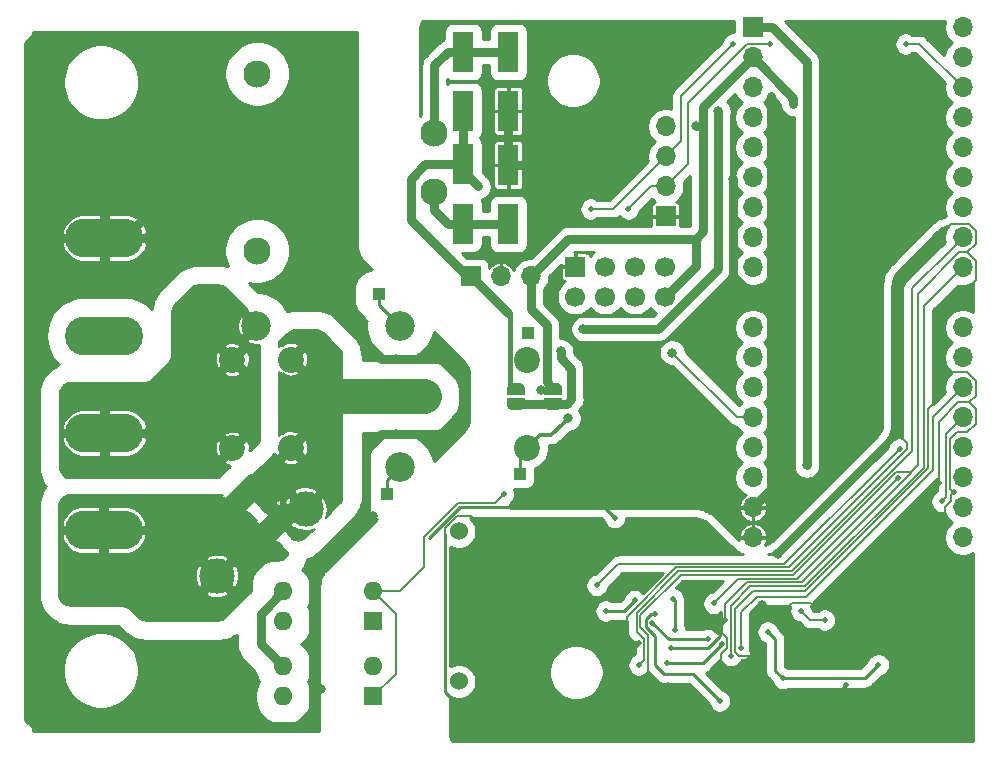
<source format=gbr>
%TF.GenerationSoftware,KiCad,Pcbnew,5.1.9-1.fc32*%
%TF.CreationDate,2021-04-18T22:57:20+02:00*%
%TF.ProjectId,energy-meter,656e6572-6779-42d6-9d65-7465722e6b69,rev?*%
%TF.SameCoordinates,Original*%
%TF.FileFunction,Copper,L2,Bot*%
%TF.FilePolarity,Positive*%
%FSLAX46Y46*%
G04 Gerber Fmt 4.6, Leading zero omitted, Abs format (unit mm)*
G04 Created by KiCad (PCBNEW 5.1.9-1.fc32) date 2021-04-18 22:57:20*
%MOMM*%
%LPD*%
G01*
G04 APERTURE LIST*
%TA.AperFunction,EtchedComponent*%
%ADD10C,0.100000*%
%TD*%
%TA.AperFunction,ComponentPad*%
%ADD11R,1.000000X1.000000*%
%TD*%
%TA.AperFunction,ComponentPad*%
%ADD12R,1.700000X1.700000*%
%TD*%
%TA.AperFunction,ComponentPad*%
%ADD13O,1.700000X1.700000*%
%TD*%
%TA.AperFunction,ComponentPad*%
%ADD14O,1.600000X1.600000*%
%TD*%
%TA.AperFunction,ComponentPad*%
%ADD15R,1.600000X1.600000*%
%TD*%
%TA.AperFunction,ComponentPad*%
%ADD16C,3.000000*%
%TD*%
%TA.AperFunction,SMDPad,CuDef*%
%ADD17C,2.000000*%
%TD*%
%TA.AperFunction,ComponentPad*%
%ADD18C,2.500000*%
%TD*%
%TA.AperFunction,SMDPad,CuDef*%
%ADD19R,1.800000X3.500000*%
%TD*%
%TA.AperFunction,SMDPad,CuDef*%
%ADD20C,0.100000*%
%TD*%
%TA.AperFunction,ComponentPad*%
%ADD21C,1.524000*%
%TD*%
%TA.AperFunction,ComponentPad*%
%ADD22O,6.600000X3.300000*%
%TD*%
%TA.AperFunction,ComponentPad*%
%ADD23C,2.200000*%
%TD*%
%TA.AperFunction,ComponentPad*%
%ADD24C,2.300000*%
%TD*%
%TA.AperFunction,ComponentPad*%
%ADD25C,1.700000*%
%TD*%
%TA.AperFunction,ViaPad*%
%ADD26C,0.500000*%
%TD*%
%TA.AperFunction,ViaPad*%
%ADD27C,0.800000*%
%TD*%
%TA.AperFunction,Conductor*%
%ADD28C,0.762000*%
%TD*%
%TA.AperFunction,Conductor*%
%ADD29C,0.800000*%
%TD*%
%TA.AperFunction,Conductor*%
%ADD30C,0.254000*%
%TD*%
%TA.AperFunction,Conductor*%
%ADD31C,0.152400*%
%TD*%
%TA.AperFunction,Conductor*%
%ADD32C,0.300000*%
%TD*%
%TA.AperFunction,Conductor*%
%ADD33C,3.000000*%
%TD*%
%TA.AperFunction,Conductor*%
%ADD34C,0.400000*%
%TD*%
%TA.AperFunction,Conductor*%
%ADD35C,0.100000*%
%TD*%
G04 APERTURE END LIST*
D10*
%TO.C,NT5*%
G36*
X123907893Y-139436320D02*
G01*
X126736320Y-136607893D01*
X125322107Y-135193680D01*
X122493680Y-138022107D01*
X123907893Y-139436320D01*
G37*
%TO.C,NT4*%
G36*
X121367893Y-136896320D02*
G01*
X124196320Y-134067893D01*
X122782107Y-132653680D01*
X119953680Y-135482107D01*
X121367893Y-136896320D01*
G37*
%TD*%
D11*
%TO.P,TP4,1*%
%TO.N,/coil+*%
X146586000Y-120551000D03*
%TD*%
%TO.P,TP3,1*%
%TO.N,/coil-*%
X145951000Y-132489000D03*
%TD*%
%TO.P,TP5,1*%
%TO.N,Net-(K2-Pad6)*%
X134648000Y-134140000D03*
%TD*%
%TO.P,TP6,1*%
%TO.N,Net-(K2-Pad2)*%
X134013000Y-117249000D03*
%TD*%
D12*
%TO.P,U9,1*%
%TO.N,+5V*%
X165636000Y-94643000D03*
D13*
%TO.P,U9,2*%
%TO.N,+3V3*%
X165636000Y-97183000D03*
%TO.P,U9,3*%
%TO.N,Net-(U9-Pad3)*%
X165636000Y-99723000D03*
%TO.P,U9,4*%
%TO.N,Net-(U9-Pad4)*%
X165636000Y-102263000D03*
%TO.P,U9,5*%
%TO.N,Net-(U9-Pad5)*%
X165636000Y-104803000D03*
%TO.P,U9,6*%
%TO.N,/PINENUT_IO8_BOOT*%
X165636000Y-107343000D03*
%TO.P,U9,7*%
%TO.N,/PINENUT_RST*%
X165636000Y-109883000D03*
%TO.P,U9,8*%
%TO.N,Net-(U9-Pad8)*%
X165636000Y-112423000D03*
%TO.P,U9,9*%
%TO.N,Net-(U9-Pad9)*%
X165636000Y-114963000D03*
%TO.P,U9,11*%
%TO.N,/RELAY_SET*%
X165636000Y-120043000D03*
%TO.P,U9,12*%
%TO.N,/RELAY_RESET*%
X165636000Y-122583000D03*
%TO.P,U9,13*%
%TO.N,/PINENUT_RX*%
X165636000Y-125123000D03*
%TO.P,U9,14*%
%TO.N,/PINENUT_TX*%
X165636000Y-127663000D03*
%TO.P,U9,15*%
%TO.N,/ENA_470k*%
X165636000Y-130203000D03*
%TO.P,U9,16*%
%TO.N,/ENA_27k*%
X165636000Y-132743000D03*
%TO.P,U9,17*%
%TO.N,GND*%
X165636000Y-135283000D03*
%TO.P,U9,18*%
X165636000Y-137823000D03*
%TO.P,U9,19*%
%TO.N,Net-(U9-Pad19)*%
X183416000Y-137823000D03*
%TO.P,U9,20*%
%TO.N,/ENA_100x*%
X183416000Y-135283000D03*
%TO.P,U9,21*%
%TO.N,/ENA_1000x*%
X183416000Y-132743000D03*
%TO.P,U9,22*%
%TO.N,/SHORT_CURRENT*%
X183416000Y-130203000D03*
%TO.P,U9,23*%
%TO.N,/CURRENT_OUT1*%
X183416000Y-127663000D03*
%TO.P,U9,24*%
%TO.N,/CURRENT_OUT0*%
X183416000Y-125123000D03*
%TO.P,U9,25*%
%TO.N,Net-(U9-Pad25)*%
X183416000Y-122583000D03*
%TO.P,U9,26*%
%TO.N,Net-(U9-Pad26)*%
X183416000Y-120043000D03*
%TO.P,U9,28*%
%TO.N,/TUNE_OFFSET*%
X183416000Y-114963000D03*
%TO.P,U9,29*%
%TO.N,/BIAS_MCU*%
X183416000Y-112423000D03*
%TO.P,U9,30*%
%TO.N,Net-(U9-Pad30)*%
X183416000Y-109883000D03*
%TO.P,U9,31*%
%TO.N,Net-(U9-Pad31)*%
X183416000Y-107343000D03*
%TO.P,U9,32*%
%TO.N,/VOLTAGE0*%
X183416000Y-104803000D03*
%TO.P,U9,33*%
%TO.N,/VOLTAGE1B*%
X183416000Y-102263000D03*
%TO.P,U9,34*%
%TO.N,/SCL*%
X183416000Y-99723000D03*
%TO.P,U9,35*%
%TO.N,/SDA*%
X183416000Y-97183000D03*
%TO.P,U9,36*%
%TO.N,Net-(U9-Pad36)*%
X183416000Y-94643000D03*
%TD*%
D14*
%TO.P,U5,4*%
%TO.N,Net-(R5-Pad1)*%
X125885000Y-151285000D03*
%TO.P,U5,2*%
%TO.N,Net-(R12-Pad1)*%
X133505000Y-148745000D03*
%TO.P,U5,3*%
%TO.N,N*%
X125885000Y-148745000D03*
D15*
%TO.P,U5,1*%
%TO.N,Net-(U4-Pad2)*%
X133505000Y-151285000D03*
%TD*%
D14*
%TO.P,U4,4*%
%TO.N,Net-(R9-Pad1)*%
X125885000Y-144935000D03*
%TO.P,U4,2*%
%TO.N,Net-(U4-Pad2)*%
X133505000Y-142395000D03*
%TO.P,U4,3*%
%TO.N,N*%
X125885000Y-142395000D03*
D15*
%TO.P,U4,1*%
%TO.N,Net-(R12-Pad1)*%
X133505000Y-144935000D03*
%TD*%
D16*
%TO.P,TP2,1*%
%TO.N,L_OUT2*%
X120297000Y-141125000D03*
%TD*%
D17*
%TO.P,NT5,2*%
%TO.N,L_OUT*%
X126029214Y-135900786D03*
%TO.P,NT5,1*%
%TO.N,L_OUT2*%
X123200786Y-138729214D03*
%TD*%
%TO.P,NT4,2*%
%TO.N,L_OUT*%
X123489214Y-133360786D03*
%TO.P,NT4,1*%
%TO.N,L_OUT2*%
X120660786Y-136189214D03*
%TD*%
D16*
%TO.P,TP1,1*%
%TO.N,L_OUT*%
X127790000Y-135410000D03*
%TD*%
D18*
%TO.P,K2,8*%
%TO.N,L_IN*%
X123595000Y-119885000D03*
%TO.P,K2,14*%
%TO.N,L_OUT*%
X137795000Y-125885000D03*
%TO.P,K2,6*%
%TO.N,Net-(K2-Pad6)*%
X135795000Y-131885000D03*
%TO.P,K2,1*%
%TO.N,L_OUT*%
X137795000Y-125885000D03*
%TO.P,K2,2*%
%TO.N,Net-(K2-Pad2)*%
X135795000Y-119885000D03*
%TO.P,K2,7*%
%TO.N,L_IN*%
X123595000Y-119885000D03*
%TD*%
D13*
%TO.P,J2,3*%
%TO.N,+3V3*%
X146840000Y-115725000D03*
%TO.P,J2,2*%
%TO.N,GND*%
X144300000Y-115725000D03*
D12*
%TO.P,J2,1*%
%TO.N,+6V*%
X141760000Y-115725000D03*
%TD*%
D13*
%TO.P,J3,4*%
%TO.N,+3V3*%
X158270000Y-103025000D03*
%TO.P,J3,3*%
%TO.N,/SDA*%
X158270000Y-105565000D03*
%TO.P,J3,2*%
%TO.N,/SCL*%
X158270000Y-108105000D03*
D12*
%TO.P,J3,1*%
%TO.N,GND*%
X158270000Y-110645000D03*
%TD*%
D19*
%TO.P,D4,2*%
%TO.N,GND*%
X144935000Y-101715000D03*
%TO.P,D4,1*%
%TO.N,/VOLTAGE1*%
X144935000Y-96715000D03*
%TD*%
%TO.P,D3,2*%
%TO.N,/VOLTAGE1*%
X141125000Y-96715000D03*
%TO.P,D3,1*%
%TO.N,+6V*%
X141125000Y-101715000D03*
%TD*%
%TO.P,D2,2*%
%TO.N,GND*%
X144935000Y-106280000D03*
%TO.P,D2,1*%
%TO.N,/6VAC*%
X144935000Y-111280000D03*
%TD*%
%TO.P,D1,2*%
%TO.N,/6VAC*%
X141125000Y-111240000D03*
%TO.P,D1,1*%
%TO.N,+6V*%
X141125000Y-106240000D03*
%TD*%
%TA.AperFunction,SMDPad,CuDef*%
D20*
%TO.P,JP3,2*%
%TO.N,/VCC_COIL*%
G36*
X146319398Y-126535000D02*
G01*
X146319398Y-126559534D01*
X146314588Y-126608365D01*
X146305016Y-126656490D01*
X146290772Y-126703445D01*
X146271995Y-126748778D01*
X146248864Y-126792051D01*
X146221604Y-126832850D01*
X146190476Y-126870779D01*
X146155779Y-126905476D01*
X146117850Y-126936604D01*
X146077051Y-126963864D01*
X146033778Y-126986995D01*
X145988445Y-127005772D01*
X145941490Y-127020016D01*
X145893365Y-127029588D01*
X145844534Y-127034398D01*
X145820000Y-127034398D01*
X145820000Y-127035000D01*
X145320000Y-127035000D01*
X145320000Y-127034398D01*
X145295466Y-127034398D01*
X145246635Y-127029588D01*
X145198510Y-127020016D01*
X145151555Y-127005772D01*
X145106222Y-126986995D01*
X145062949Y-126963864D01*
X145022150Y-126936604D01*
X144984221Y-126905476D01*
X144949524Y-126870779D01*
X144918396Y-126832850D01*
X144891136Y-126792051D01*
X144868005Y-126748778D01*
X144849228Y-126703445D01*
X144834984Y-126656490D01*
X144825412Y-126608365D01*
X144820602Y-126559534D01*
X144820602Y-126535000D01*
X144820000Y-126535000D01*
X144820000Y-126035000D01*
X146320000Y-126035000D01*
X146320000Y-126535000D01*
X146319398Y-126535000D01*
G37*
%TD.AperFunction*%
%TA.AperFunction,SMDPad,CuDef*%
%TO.P,JP3,1*%
%TO.N,+6V*%
G36*
X144820000Y-125735000D02*
G01*
X144820000Y-125235000D01*
X144820602Y-125235000D01*
X144820602Y-125210466D01*
X144825412Y-125161635D01*
X144834984Y-125113510D01*
X144849228Y-125066555D01*
X144868005Y-125021222D01*
X144891136Y-124977949D01*
X144918396Y-124937150D01*
X144949524Y-124899221D01*
X144984221Y-124864524D01*
X145022150Y-124833396D01*
X145062949Y-124806136D01*
X145106222Y-124783005D01*
X145151555Y-124764228D01*
X145198510Y-124749984D01*
X145246635Y-124740412D01*
X145295466Y-124735602D01*
X145320000Y-124735602D01*
X145320000Y-124735000D01*
X145820000Y-124735000D01*
X145820000Y-124735602D01*
X145844534Y-124735602D01*
X145893365Y-124740412D01*
X145941490Y-124749984D01*
X145988445Y-124764228D01*
X146033778Y-124783005D01*
X146077051Y-124806136D01*
X146117850Y-124833396D01*
X146155779Y-124864524D01*
X146190476Y-124899221D01*
X146221604Y-124937150D01*
X146248864Y-124977949D01*
X146271995Y-125021222D01*
X146290772Y-125066555D01*
X146305016Y-125113510D01*
X146314588Y-125161635D01*
X146319398Y-125210466D01*
X146319398Y-125235000D01*
X146320000Y-125235000D01*
X146320000Y-125735000D01*
X144820000Y-125735000D01*
G37*
%TD.AperFunction*%
%TD*%
%TA.AperFunction,SMDPad,CuDef*%
%TO.P,JP2,2*%
%TO.N,/VCC_COIL*%
G36*
X149494398Y-126535000D02*
G01*
X149494398Y-126559534D01*
X149489588Y-126608365D01*
X149480016Y-126656490D01*
X149465772Y-126703445D01*
X149446995Y-126748778D01*
X149423864Y-126792051D01*
X149396604Y-126832850D01*
X149365476Y-126870779D01*
X149330779Y-126905476D01*
X149292850Y-126936604D01*
X149252051Y-126963864D01*
X149208778Y-126986995D01*
X149163445Y-127005772D01*
X149116490Y-127020016D01*
X149068365Y-127029588D01*
X149019534Y-127034398D01*
X148995000Y-127034398D01*
X148995000Y-127035000D01*
X148495000Y-127035000D01*
X148495000Y-127034398D01*
X148470466Y-127034398D01*
X148421635Y-127029588D01*
X148373510Y-127020016D01*
X148326555Y-127005772D01*
X148281222Y-126986995D01*
X148237949Y-126963864D01*
X148197150Y-126936604D01*
X148159221Y-126905476D01*
X148124524Y-126870779D01*
X148093396Y-126832850D01*
X148066136Y-126792051D01*
X148043005Y-126748778D01*
X148024228Y-126703445D01*
X148009984Y-126656490D01*
X148000412Y-126608365D01*
X147995602Y-126559534D01*
X147995602Y-126535000D01*
X147995000Y-126535000D01*
X147995000Y-126035000D01*
X149495000Y-126035000D01*
X149495000Y-126535000D01*
X149494398Y-126535000D01*
G37*
%TD.AperFunction*%
%TA.AperFunction,SMDPad,CuDef*%
%TO.P,JP2,1*%
%TO.N,+3V3*%
G36*
X147995000Y-125735000D02*
G01*
X147995000Y-125235000D01*
X147995602Y-125235000D01*
X147995602Y-125210466D01*
X148000412Y-125161635D01*
X148009984Y-125113510D01*
X148024228Y-125066555D01*
X148043005Y-125021222D01*
X148066136Y-124977949D01*
X148093396Y-124937150D01*
X148124524Y-124899221D01*
X148159221Y-124864524D01*
X148197150Y-124833396D01*
X148237949Y-124806136D01*
X148281222Y-124783005D01*
X148326555Y-124764228D01*
X148373510Y-124749984D01*
X148421635Y-124740412D01*
X148470466Y-124735602D01*
X148495000Y-124735602D01*
X148495000Y-124735000D01*
X148995000Y-124735000D01*
X148995000Y-124735602D01*
X149019534Y-124735602D01*
X149068365Y-124740412D01*
X149116490Y-124749984D01*
X149163445Y-124764228D01*
X149208778Y-124783005D01*
X149252051Y-124806136D01*
X149292850Y-124833396D01*
X149330779Y-124864524D01*
X149365476Y-124899221D01*
X149396604Y-124937150D01*
X149423864Y-124977949D01*
X149446995Y-125021222D01*
X149465772Y-125066555D01*
X149480016Y-125113510D01*
X149489588Y-125161635D01*
X149494398Y-125210466D01*
X149494398Y-125235000D01*
X149495000Y-125235000D01*
X149495000Y-125735000D01*
X147995000Y-125735000D01*
G37*
%TD.AperFunction*%
%TD*%
D21*
%TO.P,T1,2*%
%TO.N,/CURRENT0*%
X140744000Y-137315000D03*
%TO.P,T1,1*%
%TO.N,/CURRENT1*%
X140744000Y-150015000D03*
%TD*%
D22*
%TO.P,J1,4*%
%TO.N,L_OUT2*%
X110729000Y-137230000D03*
%TO.P,J1,3*%
%TO.N,L_IN*%
X110729000Y-128980000D03*
%TO.P,J1,2*%
%TO.N,N*%
X110729000Y-120730000D03*
%TO.P,J1,1*%
%TO.N,PE*%
X110729000Y-112480000D03*
%TD*%
D23*
%TO.P,K1,6*%
%TO.N,L_OUT*%
X126551000Y-130256000D03*
%TO.P,K1,5*%
%TO.N,L_IN*%
X121551000Y-130256000D03*
%TO.P,K1,4*%
X121551000Y-122756000D03*
%TO.P,K1,3*%
%TO.N,L_OUT*%
X126551000Y-122756000D03*
%TO.P,K1,1*%
%TO.N,/coil+*%
X146551000Y-122756000D03*
%TO.P,K1,8*%
%TO.N,/coil-*%
X146551000Y-130256000D03*
%TD*%
D24*
%TO.P,T2,7*%
%TO.N,/6VAC*%
X138676000Y-108559000D03*
%TO.P,T2,6*%
%TO.N,/VOLTAGE1*%
X138676000Y-103559000D03*
%TO.P,T2,4*%
%TO.N,N*%
X123676000Y-98559000D03*
%TO.P,T2,1*%
%TO.N,L_IN*%
X123676000Y-113559000D03*
%TD*%
D25*
%TO.P,P1,2*%
%TO.N,/PINENUT_TX*%
X150607000Y-117438200D03*
%TO.P,P1,4*%
%TO.N,Net-(JP4-Pad1)*%
X153147000Y-117438200D03*
%TO.P,P1,6*%
%TO.N,/PINENUT_RST*%
X155687000Y-117438200D03*
%TO.P,P1,8*%
%TO.N,+3V3*%
X158227000Y-117438200D03*
%TO.P,P1,7*%
%TO.N,/PINENUT_RX*%
X158227000Y-114898200D03*
%TO.P,P1,5*%
%TO.N,/PINENUT_IO8_BOOT*%
X155687000Y-114898200D03*
%TO.P,P1,3*%
%TO.N,Net-(JP5-Pad2)*%
X153147000Y-114898200D03*
D12*
%TO.P,P1,1*%
%TO.N,GND*%
X150607000Y-114898200D03*
%TD*%
D26*
%TO.N,GND*%
X167160000Y-100485000D03*
X167160000Y-106835000D03*
D27*
X148110000Y-108740000D03*
X163985000Y-107470000D03*
D26*
X153945590Y-136164410D03*
D27*
X155095000Y-99850000D03*
X178590000Y-99850000D03*
X174145000Y-94770000D03*
X174780000Y-106835000D03*
X172240000Y-127790000D03*
X168430000Y-125250000D03*
X155730000Y-127155000D03*
X149380000Y-118900000D03*
X148110000Y-132235000D03*
X159159000Y-129441000D03*
X162461000Y-128425000D03*
X160810000Y-121440000D03*
D26*
%TO.N,VDDA*%
X158397000Y-148491000D03*
X168176000Y-149761000D03*
X166906000Y-145824000D03*
X176271539Y-148585539D03*
X162998390Y-146871907D03*
%TO.N,+3V3*%
X169065000Y-101120000D03*
D27*
X160810000Y-103025000D03*
X147729000Y-125377000D03*
D26*
%TO.N,/SCL*%
X155095000Y-110010000D03*
X167072757Y-96040000D03*
X178590000Y-96040000D03*
%TO.N,/SDA*%
X163985000Y-96040000D03*
X151920000Y-110010000D03*
D27*
%TO.N,/PINENUT_TX*%
X158816235Y-122163765D03*
%TO.N,PE*%
X129060000Y-102390000D03*
X130330000Y-115725000D03*
X105565000Y-146205000D03*
X115090000Y-104930000D03*
X106200000Y-101120000D03*
X135410000Y-129060000D03*
X135410000Y-122710000D03*
X129060000Y-150650000D03*
X133505000Y-136045000D03*
X113185000Y-152555000D03*
D26*
%TO.N,/CURRENT1*%
X153190000Y-144046000D03*
X162842000Y-151666000D03*
X157381000Y-144270610D03*
X155632128Y-143157000D03*
D27*
%TO.N,+5V*%
X151285000Y-120170000D03*
X162715000Y-101755030D03*
X170208000Y-131727000D03*
%TO.N,+6V*%
X142395000Y-108105000D03*
%TO.N,/coil-*%
X150015000Y-127722590D03*
%TO.N,/VCC_COIL*%
X149380000Y-122075000D03*
D26*
%TO.N,Net-(U4-Pad2)*%
X144554000Y-134140000D03*
D27*
%TO.N,GNDA*%
X182146000Y-118138000D03*
D26*
X160937000Y-145062000D03*
D27*
X166398000Y-143538000D03*
D26*
X158715273Y-147177322D03*
X158487634Y-150340677D03*
X158524000Y-153444000D03*
X156619000Y-153444000D03*
X173484000Y-150292069D03*
D27*
X162080000Y-142014000D03*
X160048000Y-137950000D03*
X179733000Y-150523000D03*
X152047000Y-153190000D03*
X144681000Y-147348000D03*
X144808000Y-138585000D03*
X153190000Y-145824000D03*
X148618000Y-139728000D03*
X151158000Y-143411000D03*
X166271012Y-147983000D03*
X178590000Y-136172000D03*
X180368000Y-140490000D03*
X174272000Y-140236000D03*
D26*
X177828000Y-139728000D03*
X176304000Y-139601000D03*
X181384000Y-133251000D03*
X182654000Y-134013000D03*
X163305527Y-144808000D03*
D27*
X167795000Y-139220000D03*
D26*
X155962579Y-146739436D03*
%TO.N,Net-(C10-Pad2)*%
X171732000Y-144808000D03*
X169700000Y-144046000D03*
%TO.N,Net-(C13-Pad2)*%
X157123021Y-145062538D03*
X161840100Y-146458200D03*
%TO.N,Net-(R20-Pad1)*%
X159032000Y-145697000D03*
X158905000Y-143030000D03*
%TO.N,/TUNE_OFFSET*%
X163784137Y-147823994D03*
%TO.N,/CURRENT_OUT0*%
X164641421Y-147221000D03*
%TO.N,/CURRENT_OUT1*%
X181638000Y-134775000D03*
%TO.N,/ENA_1000x*%
X162334000Y-143411000D03*
X177955179Y-132784679D03*
%TO.N,/SHORT_CURRENT*%
X152428000Y-141887000D03*
X178061071Y-130309071D03*
%TO.N,/BIAS_MCU*%
X155984000Y-148618000D03*
%TD*%
D28*
%TO.N,GND*%
X165636000Y-135283000D02*
X167033000Y-133886000D01*
X144935000Y-101715000D02*
X144935000Y-106280000D01*
X148110000Y-107793000D02*
X148110000Y-108174315D01*
X148110000Y-108174315D02*
X148110000Y-108740000D01*
X144935000Y-106280000D02*
X146597000Y-106280000D01*
X146597000Y-106280000D02*
X148110000Y-107793000D01*
D29*
X163985000Y-115725000D02*
X167033000Y-118773000D01*
X163985000Y-107470000D02*
X163985000Y-115725000D01*
X165636000Y-135283000D02*
X167160000Y-133759000D01*
X167160000Y-133759000D02*
X167160000Y-119154000D01*
X167160000Y-119154000D02*
X167160000Y-106835000D01*
X167160000Y-106835000D02*
X167160000Y-100485000D01*
D30*
X140807000Y-135283000D02*
X138204000Y-137886000D01*
X153064180Y-135283000D02*
X140807000Y-135283000D01*
X153945590Y-136164410D02*
X153064180Y-135283000D01*
%TO.N,VDDA*%
X168176000Y-149761000D02*
X175096078Y-149761000D01*
X175096078Y-149761000D02*
X176271539Y-148585539D01*
X167541000Y-146459000D02*
X166906000Y-145824000D01*
X168176000Y-149761000D02*
X167541000Y-149126000D01*
X167541000Y-149126000D02*
X167541000Y-146459000D01*
X158397000Y-148491000D02*
X161379297Y-148491000D01*
X162748391Y-147121906D02*
X162998390Y-146871907D01*
X161379297Y-148491000D02*
X162748391Y-147121906D01*
D28*
%TO.N,+3V3*%
X160810000Y-114855200D02*
X160810000Y-112550000D01*
X158227000Y-117438200D02*
X160810000Y-114855200D01*
D31*
X168815001Y-100870001D02*
X169065000Y-101120000D01*
X168430000Y-100485000D02*
X168815001Y-100870001D01*
X168430000Y-99977000D02*
X168430000Y-100485000D01*
D28*
X161445000Y-111915000D02*
X161445000Y-103025000D01*
X160810000Y-112550000D02*
X161445000Y-111915000D01*
X161445000Y-103025000D02*
X160810000Y-103025000D01*
X165636000Y-97183000D02*
X161445000Y-101374000D01*
X161445000Y-101374000D02*
X161445000Y-103025000D01*
X169065000Y-100612000D02*
X169065000Y-101120000D01*
X165636000Y-97183000D02*
X169065000Y-100612000D01*
X150015000Y-112550000D02*
X160810000Y-112550000D01*
X146840000Y-115725000D02*
X150015000Y-112550000D01*
D32*
X148745000Y-125377000D02*
X147729000Y-125377000D01*
D28*
X146840000Y-118519000D02*
X146840000Y-115725000D01*
X148184401Y-119863401D02*
X146840000Y-118519000D01*
X148184401Y-124689401D02*
X148184401Y-119863401D01*
X148745000Y-125250000D02*
X148184401Y-124689401D01*
D31*
%TO.N,/SCL*%
X155730000Y-109375000D02*
X155095000Y-110010000D01*
X158270000Y-108105000D02*
X157000000Y-108105000D01*
X157000000Y-108105000D02*
X155730000Y-109375000D01*
X165182670Y-96040000D02*
X166719204Y-96040000D01*
X166719204Y-96040000D02*
X167072757Y-96040000D01*
X160175000Y-106200000D02*
X160175000Y-101047670D01*
X158270000Y-108105000D02*
X160175000Y-106200000D01*
X160175000Y-101047670D02*
X165182670Y-96040000D01*
X178943553Y-96040000D02*
X178590000Y-96040000D01*
X179733000Y-96040000D02*
X178943553Y-96040000D01*
X183416000Y-99723000D02*
X179733000Y-96040000D01*
%TO.N,/SDA*%
X153825000Y-110010000D02*
X158270000Y-105565000D01*
X151920000Y-110010000D02*
X153825000Y-110010000D01*
X159540000Y-104295000D02*
X159540000Y-100485000D01*
X158270000Y-105565000D02*
X159540000Y-104295000D01*
X163985000Y-96040000D02*
X159540000Y-100485000D01*
%TO.N,/PINENUT_TX*%
X164315470Y-127663000D02*
X165636000Y-127663000D01*
X158816235Y-122163765D02*
X164315470Y-127663000D01*
D33*
%TO.N,L_OUT*%
X137795000Y-125885000D02*
X127790000Y-125885000D01*
D29*
X123489214Y-133360786D02*
X122854214Y-133360786D01*
X122854214Y-133360786D02*
X123345000Y-133851572D01*
X123345000Y-133851572D02*
X123345000Y-134140000D01*
X123345000Y-134140000D02*
X124615000Y-135410000D01*
X124615000Y-135410000D02*
X126520000Y-137315000D01*
X123489214Y-133360786D02*
X123489214Y-132725786D01*
X123489214Y-132725786D02*
X123980000Y-132235000D01*
X123980000Y-132235000D02*
X124615000Y-132870000D01*
X124615000Y-132870000D02*
X124615000Y-134140000D01*
X124615000Y-134140000D02*
X123980000Y-134140000D01*
X123980000Y-134140000D02*
X125250000Y-135410000D01*
%TO.N,N*%
X125085001Y-147945001D02*
X125885000Y-148745000D01*
X123980000Y-146840000D02*
X125085001Y-147945001D01*
X125885000Y-142395000D02*
X123980000Y-144300000D01*
X123980000Y-144300000D02*
X123980000Y-146840000D01*
D28*
%TO.N,PE*%
X106270000Y-112480000D02*
X110729000Y-112480000D01*
X104295000Y-114455000D02*
X106270000Y-112480000D01*
X104295000Y-114455000D02*
X104295000Y-96040000D01*
X104295000Y-96040000D02*
X104930000Y-95405000D01*
D29*
X139220000Y-129060000D02*
X134140000Y-129060000D01*
X141125000Y-127155000D02*
X139220000Y-129060000D01*
X127155000Y-115725000D02*
X134140000Y-122710000D01*
X127155000Y-97310000D02*
X127155000Y-115725000D01*
X141125000Y-124615000D02*
X141125000Y-127155000D01*
X112379000Y-112480000D02*
X120170000Y-104689000D01*
X134140000Y-122710000D02*
X139220000Y-122710000D01*
X110729000Y-112480000D02*
X112379000Y-112480000D01*
X120170000Y-104689000D02*
X120170000Y-97945000D01*
X139220000Y-122710000D02*
X141125000Y-124615000D01*
X120170000Y-97945000D02*
X122710000Y-95405000D01*
X134140000Y-129060000D02*
X133505000Y-129695000D01*
X122710000Y-95405000D02*
X125250000Y-95405000D01*
X125250000Y-95405000D02*
X127155000Y-97310000D01*
D28*
X104295000Y-153190000D02*
X104295000Y-114455000D01*
X118900000Y-146840000D02*
X118849958Y-146840000D01*
X104930000Y-153825000D02*
X104295000Y-153190000D01*
X118849958Y-146840000D02*
X111864958Y-153825000D01*
X111864958Y-153825000D02*
X104930000Y-153825000D01*
D29*
X121440000Y-146840000D02*
X118900000Y-146840000D01*
X128425000Y-152555000D02*
X127155000Y-153825000D01*
X128425000Y-141125000D02*
X128425000Y-152555000D01*
X132869982Y-136680018D02*
X128425000Y-141125000D01*
X132869982Y-130330018D02*
X132869982Y-136680018D01*
X127155000Y-153825000D02*
X113185000Y-153825000D01*
X132870000Y-130330000D02*
X132869982Y-130330018D01*
D28*
%TO.N,/VOLTAGE1*%
X144935000Y-96715000D02*
X141125000Y-96715000D01*
X138676000Y-101932655D02*
X138676000Y-103559000D01*
X138676000Y-97854000D02*
X138676000Y-101932655D01*
X141125000Y-96715000D02*
X139815000Y-96715000D01*
X139815000Y-96715000D02*
X138676000Y-97854000D01*
D30*
%TO.N,/CURRENT1*%
X154743128Y-144046000D02*
X155632128Y-143157000D01*
X153190000Y-144046000D02*
X154743128Y-144046000D01*
X157027447Y-144270610D02*
X157381000Y-144270610D01*
X156593611Y-144704446D02*
X157027447Y-144270610D01*
X160556000Y-149380000D02*
X158121599Y-149380000D01*
X162842000Y-151666000D02*
X160556000Y-149380000D01*
X158121599Y-149380000D02*
X157355609Y-148614010D01*
X157355609Y-148614010D02*
X157355609Y-146131820D01*
X157355609Y-146131820D02*
X156593611Y-145369822D01*
X156593611Y-145369822D02*
X156593611Y-144704446D01*
D28*
%TO.N,+5V*%
X162715000Y-115090000D02*
X162715000Y-102320715D01*
X162715000Y-102320715D02*
X162715000Y-101755030D01*
X151285000Y-120170000D02*
X157635000Y-120170000D01*
X157635000Y-120170000D02*
X162715000Y-115090000D01*
D29*
X170208000Y-97565000D02*
X170208000Y-131161315D01*
X165636000Y-94643000D02*
X167286000Y-94643000D01*
X170208000Y-131161315D02*
X170208000Y-131727000D01*
X167286000Y-94643000D02*
X170208000Y-97565000D01*
D28*
%TO.N,+6V*%
X141125000Y-101715000D02*
X141125000Y-106240000D01*
X141125000Y-106835000D02*
X141125000Y-106240000D01*
X142395000Y-108105000D02*
X141125000Y-106835000D01*
X141446919Y-115725000D02*
X141760000Y-115725000D01*
X136680000Y-110958081D02*
X141446919Y-115725000D01*
X136680000Y-107449283D02*
X136680000Y-110958081D01*
X141125000Y-106240000D02*
X137889283Y-106240000D01*
X137889283Y-106240000D02*
X136680000Y-107449283D01*
X145443320Y-125250000D02*
X145570000Y-125250000D01*
X141760000Y-115725000D02*
X144881660Y-118846660D01*
D34*
X145062000Y-119027000D02*
X145062000Y-124868680D01*
X145062000Y-124868680D02*
X145443320Y-125250000D01*
X144881660Y-118846660D02*
X145062000Y-119027000D01*
D28*
%TO.N,/6VAC*%
X141165000Y-111280000D02*
X141125000Y-111240000D01*
X144935000Y-111280000D02*
X141165000Y-111280000D01*
X138676000Y-110101000D02*
X138676000Y-108559000D01*
X141125000Y-111240000D02*
X139815000Y-111240000D01*
X139815000Y-111240000D02*
X138676000Y-110101000D01*
D32*
%TO.N,/coil-*%
X148581589Y-129156001D02*
X149615001Y-128122589D01*
X147650999Y-129156001D02*
X148581589Y-129156001D01*
X146551000Y-130256000D02*
X147650999Y-129156001D01*
X149615001Y-128122589D02*
X150015000Y-127722590D01*
D30*
X145951000Y-130856000D02*
X146551000Y-130256000D01*
X145951000Y-132489000D02*
X145951000Y-130856000D01*
D28*
%TO.N,/VCC_COIL*%
X150269000Y-123529685D02*
X149380000Y-122640685D01*
X150269000Y-126139000D02*
X150269000Y-123529685D01*
X149380000Y-122640685D02*
X149380000Y-122075000D01*
D29*
X149873000Y-126535000D02*
X150269000Y-126139000D01*
X145570000Y-126535000D02*
X149873000Y-126535000D01*
%TO.N,L_OUT2*%
X120660786Y-136189214D02*
X120660787Y-134775000D01*
X120660787Y-134775000D02*
X120805000Y-134775000D01*
X120660787Y-134775000D02*
X120170000Y-134775000D01*
X120170000Y-134775000D02*
X119535000Y-135410000D01*
X119535000Y-135410000D02*
X119535000Y-136680000D01*
X119535000Y-136680000D02*
X120170000Y-137315000D01*
X120170000Y-137315000D02*
X121440000Y-137315000D01*
X121440000Y-137315000D02*
X122710000Y-136045000D01*
X122710000Y-136045000D02*
X122075000Y-135410000D01*
X122710000Y-136045000D02*
X123345000Y-136680000D01*
X123345000Y-136680000D02*
X123980000Y-137315000D01*
X123980000Y-137315000D02*
X122710000Y-137315000D01*
X122710000Y-137315000D02*
X122075000Y-137950000D01*
X122075000Y-137950000D02*
X122075000Y-139220000D01*
X122075000Y-139220000D02*
X122710000Y-139855000D01*
X122710000Y-139855000D02*
X123980000Y-139855000D01*
X123980000Y-139855000D02*
X125250000Y-138585000D01*
X125250000Y-138585000D02*
X124615000Y-137950000D01*
X124615000Y-137950000D02*
X123980000Y-137950000D01*
D31*
X122692786Y-138729214D02*
X120297000Y-141125000D01*
X123200786Y-138729214D02*
X122692786Y-138729214D01*
%TO.N,Net-(U4-Pad2)*%
X135410000Y-149380000D02*
X133505000Y-151285000D01*
X133505000Y-142395000D02*
X135410000Y-144300000D01*
X135410000Y-144300000D02*
X135410000Y-149380000D01*
X135791000Y-142395000D02*
X133505000Y-142395000D01*
X137823000Y-137764092D02*
X137823000Y-140363000D01*
X140685092Y-134902000D02*
X137823000Y-137764092D01*
X137823000Y-140363000D02*
X135791000Y-142395000D01*
X143792000Y-134902000D02*
X140685092Y-134902000D01*
X144554000Y-134140000D02*
X143792000Y-134902000D01*
%TO.N,GNDA*%
X170589000Y-143411000D02*
X168938000Y-143411000D01*
X168811000Y-143538000D02*
X168811000Y-143665000D01*
X168938000Y-143411000D02*
X168811000Y-143538000D01*
X139601000Y-136991910D02*
X139601000Y-137569000D01*
D30*
X139601000Y-150904000D02*
X140363000Y-151666000D01*
X139601000Y-137569000D02*
X139601000Y-150904000D01*
D31*
X141760000Y-136045000D02*
X140547910Y-136045000D01*
X143030000Y-137315000D02*
X141760000Y-136045000D01*
X140547910Y-136045000D02*
X139601000Y-136991910D01*
D30*
X158524000Y-153444000D02*
X156619000Y-153444000D01*
X149126000Y-140236000D02*
X148618000Y-139728000D01*
X151158000Y-142268000D02*
X149126000Y-140236000D01*
X153190000Y-145824000D02*
X151158000Y-143792000D01*
X151158000Y-143792000D02*
X151158000Y-142268000D01*
D31*
X181384000Y-133251000D02*
X181384000Y-128044000D01*
X181384000Y-128044000D02*
X183035000Y-126393000D01*
X183035000Y-126393000D02*
X183924000Y-126393000D01*
X182337399Y-133696399D02*
X182337399Y-129503601D01*
X182654000Y-134013000D02*
X182337399Y-133696399D01*
X182337399Y-129503601D02*
X182908000Y-128933000D01*
X184494601Y-126963601D02*
X183924000Y-126393000D01*
X184494601Y-128180729D02*
X184494601Y-126963601D01*
X183742330Y-128933000D02*
X184494601Y-128180729D01*
X182908000Y-128933000D02*
X183742330Y-128933000D01*
X182404001Y-134262999D02*
X182404001Y-134770999D01*
X182654000Y-134013000D02*
X182404001Y-134262999D01*
X182404001Y-134770999D02*
X181892000Y-135283000D01*
X181892000Y-135283000D02*
X181892000Y-135664000D01*
D30*
X158715273Y-147177322D02*
X161869678Y-147177322D01*
X161869678Y-147177322D02*
X162842000Y-146205000D01*
X162842000Y-146205000D02*
X162842000Y-145824000D01*
X163051527Y-145062000D02*
X163055528Y-145057999D01*
X160937000Y-145062000D02*
X163051527Y-145062000D01*
X162842000Y-145824000D02*
X162842000Y-145271527D01*
X162842000Y-145271527D02*
X163055528Y-145057999D01*
X163055528Y-145057999D02*
X163305527Y-144808000D01*
D31*
X179034500Y-132298500D02*
X179034500Y-132362000D01*
X179606000Y-131727000D02*
X179034500Y-132298500D01*
X179606000Y-117176670D02*
X179606000Y-131727000D01*
X183797000Y-113693000D02*
X183089670Y-113693000D01*
X183089670Y-113693000D02*
X179606000Y-117176670D01*
X184494601Y-114390601D02*
X183797000Y-113693000D01*
X184494601Y-116043399D02*
X184494601Y-114390601D01*
X182146000Y-118138000D02*
X182400000Y-118138000D01*
X182400000Y-118138000D02*
X184494601Y-116043399D01*
X156746000Y-146078000D02*
X156746000Y-149253000D01*
X156111000Y-145443000D02*
X156746000Y-146078000D01*
X159540000Y-140998000D02*
X156111000Y-144427000D01*
X169065000Y-140998000D02*
X159540000Y-140998000D01*
X179034500Y-132298500D02*
X177764500Y-132298500D01*
D30*
X156182677Y-150340677D02*
X154968000Y-149126000D01*
D31*
X156111000Y-144427000D02*
X156111000Y-145443000D01*
D30*
X158487634Y-150340677D02*
X156182677Y-150340677D01*
X154968000Y-149126000D02*
X154968000Y-147734015D01*
X154968000Y-147734015D02*
X155712580Y-146989435D01*
X155712580Y-146989435D02*
X155962579Y-146739436D01*
D31*
X177764500Y-132298500D02*
X169065000Y-140998000D01*
X162969000Y-148491000D02*
X163223000Y-148745000D01*
X162969000Y-147729000D02*
X162969000Y-148491000D01*
X163477000Y-147221000D02*
X162969000Y-147729000D01*
X163477000Y-146332000D02*
X163477000Y-147221000D01*
X162842000Y-145824000D02*
X162969000Y-145824000D01*
X162969000Y-145824000D02*
X163477000Y-146332000D01*
D29*
X165871013Y-147583001D02*
X166271012Y-147983000D01*
X165654999Y-147366987D02*
X165871013Y-147583001D01*
X166398000Y-143538000D02*
X165654999Y-144281001D01*
X165654999Y-144281001D02*
X165654999Y-147366987D01*
D31*
X164495977Y-147856000D02*
X165382000Y-147856000D01*
X164162811Y-147522834D02*
X164495977Y-147856000D01*
X164162811Y-143868189D02*
X164162811Y-147522834D01*
X165636000Y-142395000D02*
X164162811Y-143868189D01*
X170081000Y-142395000D02*
X165636000Y-142395000D01*
X180495000Y-131981000D02*
X170081000Y-142395000D01*
X180495000Y-126964500D02*
X180495000Y-131981000D01*
X181003000Y-126456500D02*
X180495000Y-126964500D01*
X184494601Y-125822399D02*
X184494601Y-124605271D01*
X183924000Y-126393000D02*
X184494601Y-125822399D01*
X184494601Y-124605271D02*
X183742330Y-123853000D01*
X183742330Y-123853000D02*
X182400000Y-123853000D01*
X182400000Y-123853000D02*
X181003000Y-125250000D01*
X181003000Y-125250000D02*
X181003000Y-126456500D01*
X163305527Y-144454447D02*
X163305527Y-144808000D01*
X163305527Y-143455473D02*
X163305527Y-144454447D01*
X165128000Y-141633000D02*
X163305527Y-143455473D01*
X169794773Y-141633000D02*
X165128000Y-141633000D01*
X179034500Y-132298500D02*
X179034500Y-132393273D01*
X179034500Y-132393273D02*
X169794773Y-141633000D01*
D30*
X166271012Y-148548685D02*
X166271012Y-147983000D01*
X166271012Y-149747012D02*
X166271012Y-148548685D01*
X167301000Y-150777000D02*
X166271012Y-149747012D01*
X173484000Y-150292069D02*
X172999069Y-150777000D01*
X172999069Y-150777000D02*
X167301000Y-150777000D01*
X155936143Y-146713000D02*
X155962579Y-146739436D01*
X155222000Y-146713000D02*
X155936143Y-146713000D01*
X153190000Y-145824000D02*
X154333000Y-145824000D01*
X154333000Y-145824000D02*
X155222000Y-146713000D01*
D31*
X154968000Y-144554000D02*
X154968000Y-144808000D01*
X159159000Y-140363000D02*
X154968000Y-144554000D01*
X168684000Y-140363000D02*
X159159000Y-140363000D01*
X178717000Y-129822000D02*
X178717000Y-130330000D01*
X178209000Y-129314000D02*
X178717000Y-129822000D01*
X183797000Y-113693000D02*
X184494601Y-112995399D01*
X184494601Y-112995399D02*
X184494601Y-111850601D01*
X184494601Y-111850601D02*
X183924000Y-111280000D01*
X178717000Y-130330000D02*
X168684000Y-140363000D01*
X182400000Y-111280000D02*
X178209000Y-115471000D01*
X183924000Y-111280000D02*
X182400000Y-111280000D01*
X178209000Y-115471000D02*
X178209000Y-129314000D01*
%TO.N,Net-(C10-Pad2)*%
X170462000Y-144808000D02*
X169949999Y-144295999D01*
X171732000Y-144808000D02*
X170462000Y-144808000D01*
X169949999Y-144295999D02*
X169700000Y-144046000D01*
D30*
%TO.N,Net-(C13-Pad2)*%
X158518683Y-146458200D02*
X161486547Y-146458200D01*
X161486547Y-146458200D02*
X161840100Y-146458200D01*
X157123021Y-145062538D02*
X158518683Y-146458200D01*
%TO.N,Net-(R20-Pad1)*%
X159032000Y-145697000D02*
X159032000Y-143157000D01*
X159032000Y-143157000D02*
X158905000Y-143030000D01*
D31*
%TO.N,/TUNE_OFFSET*%
X180114016Y-118264984D02*
X180114016Y-131904051D01*
X183416000Y-114963000D02*
X180114016Y-118264984D01*
X180114016Y-131904051D02*
X170054878Y-141963189D01*
X163784137Y-147470441D02*
X163784137Y-147823994D01*
X170054878Y-141963189D02*
X165432811Y-141963189D01*
X165432811Y-141963189D02*
X163784137Y-143611863D01*
X163784137Y-143611863D02*
X163784137Y-147470441D01*
%TO.N,/CURRENT_OUT0*%
X180876000Y-127663000D02*
X180876000Y-132108000D01*
X183416000Y-125123000D02*
X180876000Y-127663000D01*
X180876000Y-132108000D02*
X170157189Y-142826811D01*
X164620000Y-147199579D02*
X164641421Y-147221000D01*
X170157189Y-142826811D02*
X165966189Y-142826811D01*
X165966189Y-142826811D02*
X164620000Y-144173000D01*
X164620000Y-144173000D02*
X164620000Y-147199579D01*
%TO.N,/CURRENT_OUT1*%
X182019000Y-134394000D02*
X181638000Y-134775000D01*
X183416000Y-127663000D02*
X182019000Y-129060000D01*
X182019000Y-129060000D02*
X182019000Y-134394000D01*
%TO.N,/ENA_1000x*%
X162334000Y-143411000D02*
X164416811Y-141328189D01*
X169411669Y-141328189D02*
X177705180Y-133034678D01*
X177705180Y-133034678D02*
X177955179Y-132784679D01*
X164416811Y-141328189D02*
X169411669Y-141328189D01*
%TO.N,/SHORT_CURRENT*%
X168311953Y-140058189D02*
X177811072Y-130559070D01*
X152428000Y-141887000D02*
X154256811Y-140058189D01*
X154256811Y-140058189D02*
X168311953Y-140058189D01*
X177811072Y-130559070D02*
X178061071Y-130309071D01*
%TO.N,/BIAS_MCU*%
X155806191Y-145823258D02*
X155806191Y-144223809D01*
X159336811Y-140693189D02*
X168938745Y-140693189D01*
X179098000Y-116741000D02*
X182566001Y-113272999D01*
X179098000Y-130533934D02*
X179098000Y-116741000D01*
X168938745Y-140693189D02*
X179098000Y-130533934D01*
X155806191Y-144223809D02*
X159336811Y-140693189D01*
X156441189Y-146458256D02*
X155806191Y-145823258D01*
X156441189Y-148160811D02*
X156441189Y-146458256D01*
X155984000Y-148618000D02*
X156441189Y-148160811D01*
X182566001Y-113272999D02*
X183416000Y-112423000D01*
D30*
%TO.N,Net-(K2-Pad6)*%
X134648000Y-134140000D02*
X134648000Y-132997000D01*
X134648000Y-132997000D02*
X135791000Y-131854000D01*
%TO.N,Net-(K2-Pad2)*%
X135795000Y-119885000D02*
X134013000Y-118103000D01*
X134013000Y-118103000D02*
X134013000Y-117249000D01*
%TD*%
%TO.N,L_IN*%
X120560976Y-116504376D02*
X120724637Y-116554022D01*
X120875458Y-116634637D01*
X121012496Y-116747102D01*
X122786815Y-118521421D01*
X122713726Y-118617645D01*
X123595000Y-119498920D01*
X123609143Y-119484778D01*
X123806117Y-119681752D01*
X123835624Y-119779024D01*
X123853000Y-119955448D01*
X123853000Y-120041365D01*
X123609143Y-120285223D01*
X123595000Y-120271080D01*
X122713726Y-121152355D01*
X122866004Y-121352832D01*
X123166371Y-121466848D01*
X123483210Y-121520075D01*
X123804345Y-121510467D01*
X123853000Y-121499267D01*
X123853000Y-122341621D01*
X123824000Y-122487414D01*
X123824000Y-123024586D01*
X123853000Y-123170379D01*
X123853000Y-129274552D01*
X123835624Y-129450976D01*
X123785978Y-129614637D01*
X123705363Y-129765458D01*
X123592898Y-129902496D01*
X123075109Y-130420285D01*
X123019477Y-130450021D01*
X123037222Y-130332053D01*
X123023502Y-130040644D01*
X122953194Y-129757511D01*
X122894986Y-129616984D01*
X122709878Y-129483202D01*
X121937080Y-130256000D01*
X121951223Y-130270143D01*
X121565143Y-130656223D01*
X121551000Y-130642080D01*
X120778202Y-131414878D01*
X120911984Y-131599986D01*
X121186461Y-131698827D01*
X121403401Y-131731460D01*
X120392660Y-132742201D01*
X120384552Y-132743000D01*
X120218806Y-132743000D01*
X120170000Y-132738193D01*
X120121194Y-132743000D01*
X107841234Y-132743000D01*
X107664811Y-132725624D01*
X107501150Y-132675978D01*
X107350328Y-132595362D01*
X107218130Y-132486870D01*
X107109638Y-132354672D01*
X107029022Y-132203850D01*
X106979376Y-132040189D01*
X106962000Y-131863766D01*
X106962000Y-129564474D01*
X107133916Y-129564474D01*
X107238616Y-129881371D01*
X107449827Y-130223093D01*
X107723646Y-130517043D01*
X108049551Y-130751926D01*
X108415017Y-130918715D01*
X108806000Y-131011000D01*
X110456000Y-131011000D01*
X110456000Y-129253000D01*
X111002000Y-129253000D01*
X111002000Y-131011000D01*
X112652000Y-131011000D01*
X113042983Y-130918715D01*
X113408449Y-130751926D01*
X113734354Y-130517043D01*
X114008173Y-130223093D01*
X114034840Y-130179947D01*
X120064778Y-130179947D01*
X120078498Y-130471356D01*
X120148806Y-130754489D01*
X120207014Y-130895016D01*
X120392122Y-131028798D01*
X121164920Y-130256000D01*
X120392122Y-129483202D01*
X120207014Y-129616984D01*
X120108173Y-129891461D01*
X120064778Y-130179947D01*
X114034840Y-130179947D01*
X114219384Y-129881371D01*
X114324084Y-129564474D01*
X114295403Y-129253000D01*
X111002000Y-129253000D01*
X110456000Y-129253000D01*
X107162597Y-129253000D01*
X107133916Y-129564474D01*
X106962000Y-129564474D01*
X106962000Y-129097122D01*
X120778202Y-129097122D01*
X121551000Y-129869920D01*
X122323798Y-129097122D01*
X122190016Y-128912014D01*
X121915539Y-128813173D01*
X121627053Y-128769778D01*
X121335644Y-128783498D01*
X121052511Y-128853806D01*
X120911984Y-128912014D01*
X120778202Y-129097122D01*
X106962000Y-129097122D01*
X106962000Y-128395526D01*
X107133916Y-128395526D01*
X107162597Y-128707000D01*
X110456000Y-128707000D01*
X110456000Y-126949000D01*
X111002000Y-126949000D01*
X111002000Y-128707000D01*
X114295403Y-128707000D01*
X114324084Y-128395526D01*
X114219384Y-128078629D01*
X114008173Y-127736907D01*
X113734354Y-127442957D01*
X113408449Y-127208074D01*
X113042983Y-127041285D01*
X112652000Y-126949000D01*
X111002000Y-126949000D01*
X110456000Y-126949000D01*
X108806000Y-126949000D01*
X108415017Y-127041285D01*
X108049551Y-127208074D01*
X107723646Y-127442957D01*
X107449827Y-127736907D01*
X107238616Y-128078629D01*
X107133916Y-128395526D01*
X106962000Y-128395526D01*
X106962000Y-125621234D01*
X106979376Y-125444811D01*
X107029022Y-125281150D01*
X107109638Y-125130328D01*
X107218130Y-124998130D01*
X107350328Y-124889638D01*
X107501150Y-124809022D01*
X107664811Y-124759376D01*
X107841234Y-124742000D01*
X114040786Y-124742000D01*
X114053234Y-124741388D01*
X114248325Y-124722173D01*
X114272743Y-124717317D01*
X114460336Y-124660412D01*
X114483337Y-124650884D01*
X114656224Y-124558474D01*
X114676925Y-124544642D01*
X114828461Y-124420279D01*
X114837696Y-124411910D01*
X115334728Y-123914878D01*
X120778202Y-123914878D01*
X120911984Y-124099986D01*
X121186461Y-124198827D01*
X121474947Y-124242222D01*
X121766356Y-124228502D01*
X122049489Y-124158194D01*
X122190016Y-124099986D01*
X122323798Y-123914878D01*
X121551000Y-123142080D01*
X120778202Y-123914878D01*
X115334728Y-123914878D01*
X116156910Y-123092696D01*
X116165279Y-123083461D01*
X116289642Y-122931925D01*
X116303474Y-122911224D01*
X116395884Y-122738337D01*
X116405412Y-122715336D01*
X116416147Y-122679947D01*
X120064778Y-122679947D01*
X120078498Y-122971356D01*
X120148806Y-123254489D01*
X120207014Y-123395016D01*
X120392122Y-123528798D01*
X121164920Y-122756000D01*
X121937080Y-122756000D01*
X122709878Y-123528798D01*
X122894986Y-123395016D01*
X122993827Y-123120539D01*
X123037222Y-122832053D01*
X123023502Y-122540644D01*
X122953194Y-122257511D01*
X122894986Y-122116984D01*
X122709878Y-121983202D01*
X121937080Y-122756000D01*
X121164920Y-122756000D01*
X120392122Y-121983202D01*
X120207014Y-122116984D01*
X120108173Y-122391461D01*
X120064778Y-122679947D01*
X116416147Y-122679947D01*
X116462317Y-122527743D01*
X116467173Y-122503325D01*
X116486388Y-122308234D01*
X116487000Y-122295786D01*
X116487000Y-121597122D01*
X120778202Y-121597122D01*
X121551000Y-122369920D01*
X122323798Y-121597122D01*
X122190016Y-121412014D01*
X121915539Y-121313173D01*
X121627053Y-121269778D01*
X121335644Y-121283498D01*
X121052511Y-121353806D01*
X120911984Y-121412014D01*
X120778202Y-121597122D01*
X116487000Y-121597122D01*
X116487000Y-119773210D01*
X121959925Y-119773210D01*
X121969533Y-120094345D01*
X122041607Y-120407435D01*
X122127168Y-120613996D01*
X122327645Y-120766274D01*
X123208920Y-119885000D01*
X122327645Y-119003726D01*
X122127168Y-119156004D01*
X122013152Y-119456371D01*
X121959925Y-119773210D01*
X116487000Y-119773210D01*
X116487000Y-118685448D01*
X116504376Y-118509024D01*
X116554022Y-118345363D01*
X116634637Y-118194542D01*
X116747102Y-118057504D01*
X118057504Y-116747102D01*
X118194542Y-116634637D01*
X118345363Y-116554022D01*
X118509024Y-116504376D01*
X118685448Y-116487000D01*
X120384552Y-116487000D01*
X120560976Y-116504376D01*
%TA.AperFunction,Conductor*%
D35*
G36*
X120560976Y-116504376D02*
G01*
X120724637Y-116554022D01*
X120875458Y-116634637D01*
X121012496Y-116747102D01*
X122786815Y-118521421D01*
X122713726Y-118617645D01*
X123595000Y-119498920D01*
X123609143Y-119484778D01*
X123806117Y-119681752D01*
X123835624Y-119779024D01*
X123853000Y-119955448D01*
X123853000Y-120041365D01*
X123609143Y-120285223D01*
X123595000Y-120271080D01*
X122713726Y-121152355D01*
X122866004Y-121352832D01*
X123166371Y-121466848D01*
X123483210Y-121520075D01*
X123804345Y-121510467D01*
X123853000Y-121499267D01*
X123853000Y-122341621D01*
X123824000Y-122487414D01*
X123824000Y-123024586D01*
X123853000Y-123170379D01*
X123853000Y-129274552D01*
X123835624Y-129450976D01*
X123785978Y-129614637D01*
X123705363Y-129765458D01*
X123592898Y-129902496D01*
X123075109Y-130420285D01*
X123019477Y-130450021D01*
X123037222Y-130332053D01*
X123023502Y-130040644D01*
X122953194Y-129757511D01*
X122894986Y-129616984D01*
X122709878Y-129483202D01*
X121937080Y-130256000D01*
X121951223Y-130270143D01*
X121565143Y-130656223D01*
X121551000Y-130642080D01*
X120778202Y-131414878D01*
X120911984Y-131599986D01*
X121186461Y-131698827D01*
X121403401Y-131731460D01*
X120392660Y-132742201D01*
X120384552Y-132743000D01*
X120218806Y-132743000D01*
X120170000Y-132738193D01*
X120121194Y-132743000D01*
X107841234Y-132743000D01*
X107664811Y-132725624D01*
X107501150Y-132675978D01*
X107350328Y-132595362D01*
X107218130Y-132486870D01*
X107109638Y-132354672D01*
X107029022Y-132203850D01*
X106979376Y-132040189D01*
X106962000Y-131863766D01*
X106962000Y-129564474D01*
X107133916Y-129564474D01*
X107238616Y-129881371D01*
X107449827Y-130223093D01*
X107723646Y-130517043D01*
X108049551Y-130751926D01*
X108415017Y-130918715D01*
X108806000Y-131011000D01*
X110456000Y-131011000D01*
X110456000Y-129253000D01*
X111002000Y-129253000D01*
X111002000Y-131011000D01*
X112652000Y-131011000D01*
X113042983Y-130918715D01*
X113408449Y-130751926D01*
X113734354Y-130517043D01*
X114008173Y-130223093D01*
X114034840Y-130179947D01*
X120064778Y-130179947D01*
X120078498Y-130471356D01*
X120148806Y-130754489D01*
X120207014Y-130895016D01*
X120392122Y-131028798D01*
X121164920Y-130256000D01*
X120392122Y-129483202D01*
X120207014Y-129616984D01*
X120108173Y-129891461D01*
X120064778Y-130179947D01*
X114034840Y-130179947D01*
X114219384Y-129881371D01*
X114324084Y-129564474D01*
X114295403Y-129253000D01*
X111002000Y-129253000D01*
X110456000Y-129253000D01*
X107162597Y-129253000D01*
X107133916Y-129564474D01*
X106962000Y-129564474D01*
X106962000Y-129097122D01*
X120778202Y-129097122D01*
X121551000Y-129869920D01*
X122323798Y-129097122D01*
X122190016Y-128912014D01*
X121915539Y-128813173D01*
X121627053Y-128769778D01*
X121335644Y-128783498D01*
X121052511Y-128853806D01*
X120911984Y-128912014D01*
X120778202Y-129097122D01*
X106962000Y-129097122D01*
X106962000Y-128395526D01*
X107133916Y-128395526D01*
X107162597Y-128707000D01*
X110456000Y-128707000D01*
X110456000Y-126949000D01*
X111002000Y-126949000D01*
X111002000Y-128707000D01*
X114295403Y-128707000D01*
X114324084Y-128395526D01*
X114219384Y-128078629D01*
X114008173Y-127736907D01*
X113734354Y-127442957D01*
X113408449Y-127208074D01*
X113042983Y-127041285D01*
X112652000Y-126949000D01*
X111002000Y-126949000D01*
X110456000Y-126949000D01*
X108806000Y-126949000D01*
X108415017Y-127041285D01*
X108049551Y-127208074D01*
X107723646Y-127442957D01*
X107449827Y-127736907D01*
X107238616Y-128078629D01*
X107133916Y-128395526D01*
X106962000Y-128395526D01*
X106962000Y-125621234D01*
X106979376Y-125444811D01*
X107029022Y-125281150D01*
X107109638Y-125130328D01*
X107218130Y-124998130D01*
X107350328Y-124889638D01*
X107501150Y-124809022D01*
X107664811Y-124759376D01*
X107841234Y-124742000D01*
X114040786Y-124742000D01*
X114053234Y-124741388D01*
X114248325Y-124722173D01*
X114272743Y-124717317D01*
X114460336Y-124660412D01*
X114483337Y-124650884D01*
X114656224Y-124558474D01*
X114676925Y-124544642D01*
X114828461Y-124420279D01*
X114837696Y-124411910D01*
X115334728Y-123914878D01*
X120778202Y-123914878D01*
X120911984Y-124099986D01*
X121186461Y-124198827D01*
X121474947Y-124242222D01*
X121766356Y-124228502D01*
X122049489Y-124158194D01*
X122190016Y-124099986D01*
X122323798Y-123914878D01*
X121551000Y-123142080D01*
X120778202Y-123914878D01*
X115334728Y-123914878D01*
X116156910Y-123092696D01*
X116165279Y-123083461D01*
X116289642Y-122931925D01*
X116303474Y-122911224D01*
X116395884Y-122738337D01*
X116405412Y-122715336D01*
X116416147Y-122679947D01*
X120064778Y-122679947D01*
X120078498Y-122971356D01*
X120148806Y-123254489D01*
X120207014Y-123395016D01*
X120392122Y-123528798D01*
X121164920Y-122756000D01*
X121937080Y-122756000D01*
X122709878Y-123528798D01*
X122894986Y-123395016D01*
X122993827Y-123120539D01*
X123037222Y-122832053D01*
X123023502Y-122540644D01*
X122953194Y-122257511D01*
X122894986Y-122116984D01*
X122709878Y-121983202D01*
X121937080Y-122756000D01*
X121164920Y-122756000D01*
X120392122Y-121983202D01*
X120207014Y-122116984D01*
X120108173Y-122391461D01*
X120064778Y-122679947D01*
X116416147Y-122679947D01*
X116462317Y-122527743D01*
X116467173Y-122503325D01*
X116486388Y-122308234D01*
X116487000Y-122295786D01*
X116487000Y-121597122D01*
X120778202Y-121597122D01*
X121551000Y-122369920D01*
X122323798Y-121597122D01*
X122190016Y-121412014D01*
X121915539Y-121313173D01*
X121627053Y-121269778D01*
X121335644Y-121283498D01*
X121052511Y-121353806D01*
X120911984Y-121412014D01*
X120778202Y-121597122D01*
X116487000Y-121597122D01*
X116487000Y-119773210D01*
X121959925Y-119773210D01*
X121969533Y-120094345D01*
X122041607Y-120407435D01*
X122127168Y-120613996D01*
X122327645Y-120766274D01*
X123208920Y-119885000D01*
X122327645Y-119003726D01*
X122127168Y-119156004D01*
X122013152Y-119456371D01*
X121959925Y-119773210D01*
X116487000Y-119773210D01*
X116487000Y-118685448D01*
X116504376Y-118509024D01*
X116554022Y-118345363D01*
X116634637Y-118194542D01*
X116747102Y-118057504D01*
X118057504Y-116747102D01*
X118194542Y-116634637D01*
X118345363Y-116554022D01*
X118509024Y-116504376D01*
X118685448Y-116487000D01*
X120384552Y-116487000D01*
X120560976Y-116504376D01*
G37*
%TD.AperFunction*%
%TD*%
D30*
%TO.N,PE*%
X132108000Y-112991573D02*
X132108272Y-112999879D01*
X132125382Y-113260931D01*
X132127550Y-113277401D01*
X132178588Y-113533987D01*
X132182888Y-113550034D01*
X132266981Y-113797763D01*
X132273338Y-113813111D01*
X132389046Y-114047744D01*
X132397352Y-114062130D01*
X132542696Y-114279653D01*
X132552809Y-114292833D01*
X132725302Y-114489523D01*
X132730983Y-114495589D01*
X133364180Y-115128786D01*
X133194052Y-115145542D01*
X132887362Y-115238575D01*
X132604714Y-115389654D01*
X132356971Y-115592971D01*
X132153654Y-115840714D01*
X132002575Y-116123362D01*
X131909542Y-116430052D01*
X131878128Y-116749000D01*
X131878128Y-117749000D01*
X131909542Y-118067948D01*
X132002575Y-118374638D01*
X132153654Y-118657286D01*
X132356971Y-118905029D01*
X132527784Y-119045211D01*
X132547546Y-119082184D01*
X132766734Y-119349266D01*
X132833669Y-119404199D01*
X132936766Y-119507295D01*
X132918000Y-119601640D01*
X132918000Y-120168360D01*
X133028561Y-120724190D01*
X133245435Y-121247771D01*
X133560288Y-121718981D01*
X133961019Y-122119712D01*
X134432229Y-122434565D01*
X134955810Y-122651439D01*
X135491531Y-122758000D01*
X132592000Y-122758000D01*
X132592000Y-122489214D01*
X132584165Y-122329738D01*
X132564950Y-122134647D01*
X132502729Y-121821835D01*
X132445824Y-121634242D01*
X132323766Y-121339568D01*
X132231356Y-121166681D01*
X132054155Y-120901482D01*
X131929792Y-120749946D01*
X131822570Y-120631644D01*
X130503356Y-119312430D01*
X130385054Y-119205208D01*
X130233518Y-119080845D01*
X129968319Y-118903644D01*
X129795432Y-118811234D01*
X129500758Y-118689176D01*
X129313165Y-118632271D01*
X129000353Y-118570050D01*
X128805262Y-118550835D01*
X128645786Y-118543000D01*
X126934214Y-118543000D01*
X126774738Y-118550835D01*
X126579647Y-118570050D01*
X126266835Y-118632271D01*
X126198706Y-118652937D01*
X126144565Y-118522229D01*
X125829712Y-118051019D01*
X125428981Y-117650288D01*
X124957771Y-117335435D01*
X124434190Y-117118561D01*
X123878360Y-117008000D01*
X123753926Y-117008000D01*
X123002330Y-116256404D01*
X123402489Y-116336000D01*
X123949511Y-116336000D01*
X124486021Y-116229282D01*
X124991403Y-116019946D01*
X125446234Y-115716037D01*
X125833037Y-115329234D01*
X126136946Y-114874403D01*
X126346282Y-114369021D01*
X126453000Y-113832511D01*
X126453000Y-113285489D01*
X126346282Y-112748979D01*
X126136946Y-112243597D01*
X125833037Y-111788766D01*
X125446234Y-111401963D01*
X124991403Y-111098054D01*
X124486021Y-110888718D01*
X123949511Y-110782000D01*
X123402489Y-110782000D01*
X122865979Y-110888718D01*
X122360597Y-111098054D01*
X121905766Y-111401963D01*
X121518963Y-111788766D01*
X121215054Y-112243597D01*
X121005718Y-112748979D01*
X120899000Y-113285489D01*
X120899000Y-113832511D01*
X121005718Y-114369021D01*
X121212903Y-114869210D01*
X121058165Y-114822271D01*
X120745353Y-114760050D01*
X120550262Y-114740835D01*
X120390786Y-114733000D01*
X118679214Y-114733000D01*
X118519738Y-114740835D01*
X118324647Y-114760050D01*
X118011835Y-114822271D01*
X117824242Y-114879176D01*
X117529568Y-115001234D01*
X117356681Y-115093644D01*
X117091482Y-115270845D01*
X116939946Y-115395208D01*
X116821644Y-115502430D01*
X115502430Y-116821644D01*
X115395208Y-116939946D01*
X115270845Y-117091482D01*
X115093644Y-117356681D01*
X115001234Y-117529568D01*
X114879176Y-117824242D01*
X114822271Y-118011835D01*
X114760050Y-118324647D01*
X114747641Y-118450632D01*
X114707401Y-118401599D01*
X114208413Y-117992090D01*
X113639121Y-117687798D01*
X113021404Y-117500415D01*
X112539989Y-117453000D01*
X108918011Y-117453000D01*
X108436596Y-117500415D01*
X107818879Y-117687798D01*
X107249587Y-117992090D01*
X106750599Y-118401599D01*
X106341090Y-118900587D01*
X106036798Y-119469879D01*
X105849415Y-120087596D01*
X105786144Y-120730000D01*
X105849415Y-121372404D01*
X106036798Y-121990121D01*
X106341090Y-122559413D01*
X106750599Y-123058401D01*
X106888917Y-123171916D01*
X106685355Y-123256234D01*
X106512468Y-123348644D01*
X106247273Y-123525841D01*
X106095736Y-123650204D01*
X105870204Y-123875736D01*
X105745841Y-124027273D01*
X105568644Y-124292468D01*
X105476234Y-124465355D01*
X105354176Y-124760029D01*
X105297271Y-124947622D01*
X105235050Y-125260434D01*
X105215835Y-125455524D01*
X105208000Y-125615000D01*
X105208000Y-131870000D01*
X105215835Y-132029476D01*
X105235050Y-132224566D01*
X105297271Y-132537378D01*
X105354176Y-132724971D01*
X105476234Y-133019645D01*
X105568644Y-133192532D01*
X105745841Y-133457727D01*
X105784637Y-133505000D01*
X105745841Y-133552273D01*
X105568644Y-133817468D01*
X105476234Y-133990355D01*
X105354176Y-134285029D01*
X105297271Y-134472622D01*
X105235050Y-134785434D01*
X105215835Y-134980524D01*
X105208000Y-135140000D01*
X105208000Y-142665000D01*
X105215835Y-142824476D01*
X105235050Y-143019566D01*
X105297271Y-143332378D01*
X105354176Y-143519971D01*
X105476234Y-143814645D01*
X105568644Y-143987532D01*
X105745841Y-144252727D01*
X105870204Y-144404264D01*
X106095736Y-144629796D01*
X106247273Y-144754159D01*
X106512468Y-144931356D01*
X106685355Y-145023766D01*
X106980029Y-145145824D01*
X107167622Y-145202729D01*
X107480434Y-145264950D01*
X107675524Y-145284165D01*
X107835000Y-145292000D01*
X111876074Y-145292000D01*
X112376644Y-145792570D01*
X112494946Y-145899792D01*
X112646482Y-146024155D01*
X112911681Y-146201356D01*
X113084568Y-146293766D01*
X113379242Y-146415824D01*
X113566835Y-146472729D01*
X113879647Y-146534950D01*
X114074738Y-146554165D01*
X114234214Y-146562000D01*
X120390786Y-146562000D01*
X120550262Y-146554165D01*
X120745353Y-146534950D01*
X121058165Y-146472729D01*
X121245758Y-146415824D01*
X121540432Y-146293766D01*
X121713319Y-146201356D01*
X121953001Y-146041205D01*
X121953001Y-146740430D01*
X121943194Y-146840000D01*
X121982331Y-147237361D01*
X122098237Y-147619452D01*
X122286458Y-147971589D01*
X122440544Y-148159343D01*
X122539761Y-148280240D01*
X122617102Y-148343712D01*
X123507802Y-149234412D01*
X123551268Y-149452930D01*
X123734221Y-149894615D01*
X123814659Y-150015000D01*
X123734221Y-150135385D01*
X123551268Y-150577070D01*
X123458000Y-151045961D01*
X123458000Y-151524039D01*
X123551268Y-151992930D01*
X123734221Y-152434615D01*
X123999826Y-152832122D01*
X124337878Y-153170174D01*
X124735385Y-153435779D01*
X125177070Y-153618732D01*
X125645961Y-153712000D01*
X126124039Y-153712000D01*
X126592930Y-153618732D01*
X127034615Y-153435779D01*
X127432122Y-153170174D01*
X127770174Y-152832122D01*
X128035779Y-152434615D01*
X128218732Y-151992930D01*
X128312000Y-151524039D01*
X128312000Y-151045961D01*
X128218732Y-150577070D01*
X128035779Y-150135385D01*
X127955341Y-150015000D01*
X128035779Y-149894615D01*
X128218732Y-149452930D01*
X128312000Y-148984039D01*
X128312000Y-148505961D01*
X128218732Y-148037070D01*
X128035779Y-147595385D01*
X127770174Y-147197878D01*
X127432122Y-146859826D01*
X127402450Y-146840000D01*
X127432122Y-146820174D01*
X127770174Y-146482122D01*
X128035779Y-146084615D01*
X128218732Y-145642930D01*
X128312000Y-145174039D01*
X128312000Y-144695961D01*
X128218732Y-144227070D01*
X128035779Y-143785385D01*
X127955341Y-143665000D01*
X128035779Y-143544615D01*
X128218732Y-143102930D01*
X128312000Y-142634039D01*
X128312000Y-142155961D01*
X128218732Y-141687070D01*
X128035779Y-141245385D01*
X127770174Y-140847878D01*
X127471486Y-140549190D01*
X127518771Y-140493827D01*
X127601344Y-140380175D01*
X127704622Y-140218839D01*
X127832440Y-139926623D01*
X127875852Y-139793016D01*
X127904395Y-139683635D01*
X128009978Y-139651607D01*
X128304645Y-139529552D01*
X128477532Y-139437142D01*
X128742727Y-139259945D01*
X128894264Y-139135582D01*
X129012570Y-139028356D01*
X131822570Y-136218356D01*
X131929792Y-136100054D01*
X132054155Y-135948518D01*
X132231356Y-135683319D01*
X132323766Y-135510432D01*
X132445824Y-135215758D01*
X132502729Y-135028165D01*
X132535254Y-134864647D01*
X132544542Y-134958948D01*
X132637575Y-135265638D01*
X132788654Y-135548286D01*
X132991971Y-135796029D01*
X133239714Y-135999346D01*
X133522362Y-136150425D01*
X133777557Y-136227837D01*
X129555983Y-140449411D01*
X129550302Y-140455477D01*
X129377809Y-140652167D01*
X129367696Y-140665347D01*
X129222352Y-140882870D01*
X129214046Y-140897256D01*
X129098338Y-141131889D01*
X129091981Y-141147237D01*
X129007888Y-141394966D01*
X129003588Y-141411013D01*
X128952550Y-141667599D01*
X128950382Y-141684069D01*
X128933272Y-141945121D01*
X128933000Y-141953427D01*
X128933000Y-154183000D01*
X104719000Y-154183000D01*
X104719000Y-148757168D01*
X107200000Y-148757168D01*
X107200000Y-149392832D01*
X107324012Y-150016281D01*
X107567270Y-150603558D01*
X107920425Y-151132093D01*
X108369907Y-151581575D01*
X108898442Y-151934730D01*
X109485719Y-152177988D01*
X110109168Y-152302000D01*
X110744832Y-152302000D01*
X111368281Y-152177988D01*
X111955558Y-151934730D01*
X112484093Y-151581575D01*
X112933575Y-151132093D01*
X113286730Y-150603558D01*
X113529988Y-150016281D01*
X113654000Y-149392832D01*
X113654000Y-148757168D01*
X113529988Y-148133719D01*
X113286730Y-147546442D01*
X112933575Y-147017907D01*
X112484093Y-146568425D01*
X111955558Y-146215270D01*
X111368281Y-145972012D01*
X110744832Y-145848000D01*
X110109168Y-145848000D01*
X109485719Y-145972012D01*
X108898442Y-146215270D01*
X108369907Y-146568425D01*
X107920425Y-147017907D01*
X107567270Y-147546442D01*
X107324012Y-148133719D01*
X107200000Y-148757168D01*
X104719000Y-148757168D01*
X104719000Y-113064474D01*
X107133916Y-113064474D01*
X107238616Y-113381371D01*
X107449827Y-113723093D01*
X107723646Y-114017043D01*
X108049551Y-114251926D01*
X108415017Y-114418715D01*
X108806000Y-114511000D01*
X110456000Y-114511000D01*
X110456000Y-112753000D01*
X111002000Y-112753000D01*
X111002000Y-114511000D01*
X112652000Y-114511000D01*
X113042983Y-114418715D01*
X113408449Y-114251926D01*
X113734354Y-114017043D01*
X114008173Y-113723093D01*
X114219384Y-113381371D01*
X114324084Y-113064474D01*
X114295403Y-112753000D01*
X111002000Y-112753000D01*
X110456000Y-112753000D01*
X107162597Y-112753000D01*
X107133916Y-113064474D01*
X104719000Y-113064474D01*
X104719000Y-111895526D01*
X107133916Y-111895526D01*
X107162597Y-112207000D01*
X110456000Y-112207000D01*
X110456000Y-110449000D01*
X111002000Y-110449000D01*
X111002000Y-112207000D01*
X114295403Y-112207000D01*
X114324084Y-111895526D01*
X114219384Y-111578629D01*
X114008173Y-111236907D01*
X113734354Y-110942957D01*
X113408449Y-110708074D01*
X113042983Y-110541285D01*
X112652000Y-110449000D01*
X111002000Y-110449000D01*
X110456000Y-110449000D01*
X108806000Y-110449000D01*
X108415017Y-110541285D01*
X108049551Y-110708074D01*
X107723646Y-110942957D01*
X107449827Y-111236907D01*
X107238616Y-111578629D01*
X107133916Y-111895526D01*
X104719000Y-111895526D01*
X104719000Y-98967168D01*
X107240000Y-98967168D01*
X107240000Y-99602832D01*
X107364012Y-100226281D01*
X107607270Y-100813558D01*
X107960425Y-101342093D01*
X108409907Y-101791575D01*
X108938442Y-102144730D01*
X109525719Y-102387988D01*
X110149168Y-102512000D01*
X110784832Y-102512000D01*
X111408281Y-102387988D01*
X111995558Y-102144730D01*
X112524093Y-101791575D01*
X112973575Y-101342093D01*
X113326730Y-100813558D01*
X113569988Y-100226281D01*
X113694000Y-99602832D01*
X113694000Y-98967168D01*
X113569988Y-98343719D01*
X113545869Y-98285489D01*
X120899000Y-98285489D01*
X120899000Y-98832511D01*
X121005718Y-99369021D01*
X121215054Y-99874403D01*
X121518963Y-100329234D01*
X121905766Y-100716037D01*
X122360597Y-101019946D01*
X122865979Y-101229282D01*
X123402489Y-101336000D01*
X123949511Y-101336000D01*
X124486021Y-101229282D01*
X124991403Y-101019946D01*
X125446234Y-100716037D01*
X125833037Y-100329234D01*
X126136946Y-99874403D01*
X126346282Y-99369021D01*
X126453000Y-98832511D01*
X126453000Y-98285489D01*
X126346282Y-97748979D01*
X126136946Y-97243597D01*
X125833037Y-96788766D01*
X125446234Y-96401963D01*
X124991403Y-96098054D01*
X124486021Y-95888718D01*
X123949511Y-95782000D01*
X123402489Y-95782000D01*
X122865979Y-95888718D01*
X122360597Y-96098054D01*
X121905766Y-96401963D01*
X121518963Y-96788766D01*
X121215054Y-97243597D01*
X121005718Y-97748979D01*
X120899000Y-98285489D01*
X113545869Y-98285489D01*
X113326730Y-97756442D01*
X112973575Y-97227907D01*
X112524093Y-96778425D01*
X111995558Y-96425270D01*
X111408281Y-96182012D01*
X110784832Y-96058000D01*
X110149168Y-96058000D01*
X109525719Y-96182012D01*
X108938442Y-96425270D01*
X108409907Y-96778425D01*
X107960425Y-97227907D01*
X107607270Y-97756442D01*
X107364012Y-98343719D01*
X107240000Y-98967168D01*
X104719000Y-98967168D01*
X104719000Y-94987000D01*
X132108000Y-94987000D01*
X132108000Y-112991573D01*
%TA.AperFunction,Conductor*%
D35*
G36*
X132108000Y-112991573D02*
G01*
X132108272Y-112999879D01*
X132125382Y-113260931D01*
X132127550Y-113277401D01*
X132178588Y-113533987D01*
X132182888Y-113550034D01*
X132266981Y-113797763D01*
X132273338Y-113813111D01*
X132389046Y-114047744D01*
X132397352Y-114062130D01*
X132542696Y-114279653D01*
X132552809Y-114292833D01*
X132725302Y-114489523D01*
X132730983Y-114495589D01*
X133364180Y-115128786D01*
X133194052Y-115145542D01*
X132887362Y-115238575D01*
X132604714Y-115389654D01*
X132356971Y-115592971D01*
X132153654Y-115840714D01*
X132002575Y-116123362D01*
X131909542Y-116430052D01*
X131878128Y-116749000D01*
X131878128Y-117749000D01*
X131909542Y-118067948D01*
X132002575Y-118374638D01*
X132153654Y-118657286D01*
X132356971Y-118905029D01*
X132527784Y-119045211D01*
X132547546Y-119082184D01*
X132766734Y-119349266D01*
X132833669Y-119404199D01*
X132936766Y-119507295D01*
X132918000Y-119601640D01*
X132918000Y-120168360D01*
X133028561Y-120724190D01*
X133245435Y-121247771D01*
X133560288Y-121718981D01*
X133961019Y-122119712D01*
X134432229Y-122434565D01*
X134955810Y-122651439D01*
X135491531Y-122758000D01*
X132592000Y-122758000D01*
X132592000Y-122489214D01*
X132584165Y-122329738D01*
X132564950Y-122134647D01*
X132502729Y-121821835D01*
X132445824Y-121634242D01*
X132323766Y-121339568D01*
X132231356Y-121166681D01*
X132054155Y-120901482D01*
X131929792Y-120749946D01*
X131822570Y-120631644D01*
X130503356Y-119312430D01*
X130385054Y-119205208D01*
X130233518Y-119080845D01*
X129968319Y-118903644D01*
X129795432Y-118811234D01*
X129500758Y-118689176D01*
X129313165Y-118632271D01*
X129000353Y-118570050D01*
X128805262Y-118550835D01*
X128645786Y-118543000D01*
X126934214Y-118543000D01*
X126774738Y-118550835D01*
X126579647Y-118570050D01*
X126266835Y-118632271D01*
X126198706Y-118652937D01*
X126144565Y-118522229D01*
X125829712Y-118051019D01*
X125428981Y-117650288D01*
X124957771Y-117335435D01*
X124434190Y-117118561D01*
X123878360Y-117008000D01*
X123753926Y-117008000D01*
X123002330Y-116256404D01*
X123402489Y-116336000D01*
X123949511Y-116336000D01*
X124486021Y-116229282D01*
X124991403Y-116019946D01*
X125446234Y-115716037D01*
X125833037Y-115329234D01*
X126136946Y-114874403D01*
X126346282Y-114369021D01*
X126453000Y-113832511D01*
X126453000Y-113285489D01*
X126346282Y-112748979D01*
X126136946Y-112243597D01*
X125833037Y-111788766D01*
X125446234Y-111401963D01*
X124991403Y-111098054D01*
X124486021Y-110888718D01*
X123949511Y-110782000D01*
X123402489Y-110782000D01*
X122865979Y-110888718D01*
X122360597Y-111098054D01*
X121905766Y-111401963D01*
X121518963Y-111788766D01*
X121215054Y-112243597D01*
X121005718Y-112748979D01*
X120899000Y-113285489D01*
X120899000Y-113832511D01*
X121005718Y-114369021D01*
X121212903Y-114869210D01*
X121058165Y-114822271D01*
X120745353Y-114760050D01*
X120550262Y-114740835D01*
X120390786Y-114733000D01*
X118679214Y-114733000D01*
X118519738Y-114740835D01*
X118324647Y-114760050D01*
X118011835Y-114822271D01*
X117824242Y-114879176D01*
X117529568Y-115001234D01*
X117356681Y-115093644D01*
X117091482Y-115270845D01*
X116939946Y-115395208D01*
X116821644Y-115502430D01*
X115502430Y-116821644D01*
X115395208Y-116939946D01*
X115270845Y-117091482D01*
X115093644Y-117356681D01*
X115001234Y-117529568D01*
X114879176Y-117824242D01*
X114822271Y-118011835D01*
X114760050Y-118324647D01*
X114747641Y-118450632D01*
X114707401Y-118401599D01*
X114208413Y-117992090D01*
X113639121Y-117687798D01*
X113021404Y-117500415D01*
X112539989Y-117453000D01*
X108918011Y-117453000D01*
X108436596Y-117500415D01*
X107818879Y-117687798D01*
X107249587Y-117992090D01*
X106750599Y-118401599D01*
X106341090Y-118900587D01*
X106036798Y-119469879D01*
X105849415Y-120087596D01*
X105786144Y-120730000D01*
X105849415Y-121372404D01*
X106036798Y-121990121D01*
X106341090Y-122559413D01*
X106750599Y-123058401D01*
X106888917Y-123171916D01*
X106685355Y-123256234D01*
X106512468Y-123348644D01*
X106247273Y-123525841D01*
X106095736Y-123650204D01*
X105870204Y-123875736D01*
X105745841Y-124027273D01*
X105568644Y-124292468D01*
X105476234Y-124465355D01*
X105354176Y-124760029D01*
X105297271Y-124947622D01*
X105235050Y-125260434D01*
X105215835Y-125455524D01*
X105208000Y-125615000D01*
X105208000Y-131870000D01*
X105215835Y-132029476D01*
X105235050Y-132224566D01*
X105297271Y-132537378D01*
X105354176Y-132724971D01*
X105476234Y-133019645D01*
X105568644Y-133192532D01*
X105745841Y-133457727D01*
X105784637Y-133505000D01*
X105745841Y-133552273D01*
X105568644Y-133817468D01*
X105476234Y-133990355D01*
X105354176Y-134285029D01*
X105297271Y-134472622D01*
X105235050Y-134785434D01*
X105215835Y-134980524D01*
X105208000Y-135140000D01*
X105208000Y-142665000D01*
X105215835Y-142824476D01*
X105235050Y-143019566D01*
X105297271Y-143332378D01*
X105354176Y-143519971D01*
X105476234Y-143814645D01*
X105568644Y-143987532D01*
X105745841Y-144252727D01*
X105870204Y-144404264D01*
X106095736Y-144629796D01*
X106247273Y-144754159D01*
X106512468Y-144931356D01*
X106685355Y-145023766D01*
X106980029Y-145145824D01*
X107167622Y-145202729D01*
X107480434Y-145264950D01*
X107675524Y-145284165D01*
X107835000Y-145292000D01*
X111876074Y-145292000D01*
X112376644Y-145792570D01*
X112494946Y-145899792D01*
X112646482Y-146024155D01*
X112911681Y-146201356D01*
X113084568Y-146293766D01*
X113379242Y-146415824D01*
X113566835Y-146472729D01*
X113879647Y-146534950D01*
X114074738Y-146554165D01*
X114234214Y-146562000D01*
X120390786Y-146562000D01*
X120550262Y-146554165D01*
X120745353Y-146534950D01*
X121058165Y-146472729D01*
X121245758Y-146415824D01*
X121540432Y-146293766D01*
X121713319Y-146201356D01*
X121953001Y-146041205D01*
X121953001Y-146740430D01*
X121943194Y-146840000D01*
X121982331Y-147237361D01*
X122098237Y-147619452D01*
X122286458Y-147971589D01*
X122440544Y-148159343D01*
X122539761Y-148280240D01*
X122617102Y-148343712D01*
X123507802Y-149234412D01*
X123551268Y-149452930D01*
X123734221Y-149894615D01*
X123814659Y-150015000D01*
X123734221Y-150135385D01*
X123551268Y-150577070D01*
X123458000Y-151045961D01*
X123458000Y-151524039D01*
X123551268Y-151992930D01*
X123734221Y-152434615D01*
X123999826Y-152832122D01*
X124337878Y-153170174D01*
X124735385Y-153435779D01*
X125177070Y-153618732D01*
X125645961Y-153712000D01*
X126124039Y-153712000D01*
X126592930Y-153618732D01*
X127034615Y-153435779D01*
X127432122Y-153170174D01*
X127770174Y-152832122D01*
X128035779Y-152434615D01*
X128218732Y-151992930D01*
X128312000Y-151524039D01*
X128312000Y-151045961D01*
X128218732Y-150577070D01*
X128035779Y-150135385D01*
X127955341Y-150015000D01*
X128035779Y-149894615D01*
X128218732Y-149452930D01*
X128312000Y-148984039D01*
X128312000Y-148505961D01*
X128218732Y-148037070D01*
X128035779Y-147595385D01*
X127770174Y-147197878D01*
X127432122Y-146859826D01*
X127402450Y-146840000D01*
X127432122Y-146820174D01*
X127770174Y-146482122D01*
X128035779Y-146084615D01*
X128218732Y-145642930D01*
X128312000Y-145174039D01*
X128312000Y-144695961D01*
X128218732Y-144227070D01*
X128035779Y-143785385D01*
X127955341Y-143665000D01*
X128035779Y-143544615D01*
X128218732Y-143102930D01*
X128312000Y-142634039D01*
X128312000Y-142155961D01*
X128218732Y-141687070D01*
X128035779Y-141245385D01*
X127770174Y-140847878D01*
X127471486Y-140549190D01*
X127518771Y-140493827D01*
X127601344Y-140380175D01*
X127704622Y-140218839D01*
X127832440Y-139926623D01*
X127875852Y-139793016D01*
X127904395Y-139683635D01*
X128009978Y-139651607D01*
X128304645Y-139529552D01*
X128477532Y-139437142D01*
X128742727Y-139259945D01*
X128894264Y-139135582D01*
X129012570Y-139028356D01*
X131822570Y-136218356D01*
X131929792Y-136100054D01*
X132054155Y-135948518D01*
X132231356Y-135683319D01*
X132323766Y-135510432D01*
X132445824Y-135215758D01*
X132502729Y-135028165D01*
X132535254Y-134864647D01*
X132544542Y-134958948D01*
X132637575Y-135265638D01*
X132788654Y-135548286D01*
X132991971Y-135796029D01*
X133239714Y-135999346D01*
X133522362Y-136150425D01*
X133777557Y-136227837D01*
X129555983Y-140449411D01*
X129550302Y-140455477D01*
X129377809Y-140652167D01*
X129367696Y-140665347D01*
X129222352Y-140882870D01*
X129214046Y-140897256D01*
X129098338Y-141131889D01*
X129091981Y-141147237D01*
X129007888Y-141394966D01*
X129003588Y-141411013D01*
X128952550Y-141667599D01*
X128950382Y-141684069D01*
X128933272Y-141945121D01*
X128933000Y-141953427D01*
X128933000Y-154183000D01*
X104719000Y-154183000D01*
X104719000Y-148757168D01*
X107200000Y-148757168D01*
X107200000Y-149392832D01*
X107324012Y-150016281D01*
X107567270Y-150603558D01*
X107920425Y-151132093D01*
X108369907Y-151581575D01*
X108898442Y-151934730D01*
X109485719Y-152177988D01*
X110109168Y-152302000D01*
X110744832Y-152302000D01*
X111368281Y-152177988D01*
X111955558Y-151934730D01*
X112484093Y-151581575D01*
X112933575Y-151132093D01*
X113286730Y-150603558D01*
X113529988Y-150016281D01*
X113654000Y-149392832D01*
X113654000Y-148757168D01*
X113529988Y-148133719D01*
X113286730Y-147546442D01*
X112933575Y-147017907D01*
X112484093Y-146568425D01*
X111955558Y-146215270D01*
X111368281Y-145972012D01*
X110744832Y-145848000D01*
X110109168Y-145848000D01*
X109485719Y-145972012D01*
X108898442Y-146215270D01*
X108369907Y-146568425D01*
X107920425Y-147017907D01*
X107567270Y-147546442D01*
X107324012Y-148133719D01*
X107200000Y-148757168D01*
X104719000Y-148757168D01*
X104719000Y-113064474D01*
X107133916Y-113064474D01*
X107238616Y-113381371D01*
X107449827Y-113723093D01*
X107723646Y-114017043D01*
X108049551Y-114251926D01*
X108415017Y-114418715D01*
X108806000Y-114511000D01*
X110456000Y-114511000D01*
X110456000Y-112753000D01*
X111002000Y-112753000D01*
X111002000Y-114511000D01*
X112652000Y-114511000D01*
X113042983Y-114418715D01*
X113408449Y-114251926D01*
X113734354Y-114017043D01*
X114008173Y-113723093D01*
X114219384Y-113381371D01*
X114324084Y-113064474D01*
X114295403Y-112753000D01*
X111002000Y-112753000D01*
X110456000Y-112753000D01*
X107162597Y-112753000D01*
X107133916Y-113064474D01*
X104719000Y-113064474D01*
X104719000Y-111895526D01*
X107133916Y-111895526D01*
X107162597Y-112207000D01*
X110456000Y-112207000D01*
X110456000Y-110449000D01*
X111002000Y-110449000D01*
X111002000Y-112207000D01*
X114295403Y-112207000D01*
X114324084Y-111895526D01*
X114219384Y-111578629D01*
X114008173Y-111236907D01*
X113734354Y-110942957D01*
X113408449Y-110708074D01*
X113042983Y-110541285D01*
X112652000Y-110449000D01*
X111002000Y-110449000D01*
X110456000Y-110449000D01*
X108806000Y-110449000D01*
X108415017Y-110541285D01*
X108049551Y-110708074D01*
X107723646Y-110942957D01*
X107449827Y-111236907D01*
X107238616Y-111578629D01*
X107133916Y-111895526D01*
X104719000Y-111895526D01*
X104719000Y-98967168D01*
X107240000Y-98967168D01*
X107240000Y-99602832D01*
X107364012Y-100226281D01*
X107607270Y-100813558D01*
X107960425Y-101342093D01*
X108409907Y-101791575D01*
X108938442Y-102144730D01*
X109525719Y-102387988D01*
X110149168Y-102512000D01*
X110784832Y-102512000D01*
X111408281Y-102387988D01*
X111995558Y-102144730D01*
X112524093Y-101791575D01*
X112973575Y-101342093D01*
X113326730Y-100813558D01*
X113569988Y-100226281D01*
X113694000Y-99602832D01*
X113694000Y-98967168D01*
X113569988Y-98343719D01*
X113545869Y-98285489D01*
X120899000Y-98285489D01*
X120899000Y-98832511D01*
X121005718Y-99369021D01*
X121215054Y-99874403D01*
X121518963Y-100329234D01*
X121905766Y-100716037D01*
X122360597Y-101019946D01*
X122865979Y-101229282D01*
X123402489Y-101336000D01*
X123949511Y-101336000D01*
X124486021Y-101229282D01*
X124991403Y-101019946D01*
X125446234Y-100716037D01*
X125833037Y-100329234D01*
X126136946Y-99874403D01*
X126346282Y-99369021D01*
X126453000Y-98832511D01*
X126453000Y-98285489D01*
X126346282Y-97748979D01*
X126136946Y-97243597D01*
X125833037Y-96788766D01*
X125446234Y-96401963D01*
X124991403Y-96098054D01*
X124486021Y-95888718D01*
X123949511Y-95782000D01*
X123402489Y-95782000D01*
X122865979Y-95888718D01*
X122360597Y-96098054D01*
X121905766Y-96401963D01*
X121518963Y-96788766D01*
X121215054Y-97243597D01*
X121005718Y-97748979D01*
X120899000Y-98285489D01*
X113545869Y-98285489D01*
X113326730Y-97756442D01*
X112973575Y-97227907D01*
X112524093Y-96778425D01*
X111995558Y-96425270D01*
X111408281Y-96182012D01*
X110784832Y-96058000D01*
X110149168Y-96058000D01*
X109525719Y-96182012D01*
X108938442Y-96425270D01*
X108409907Y-96778425D01*
X107960425Y-97227907D01*
X107607270Y-97756442D01*
X107364012Y-98343719D01*
X107240000Y-98967168D01*
X104719000Y-98967168D01*
X104719000Y-94987000D01*
X132108000Y-94987000D01*
X132108000Y-112991573D01*
G37*
%TD.AperFunction*%
D30*
X134955810Y-129118561D02*
X134432229Y-129335435D01*
X133961019Y-129650288D01*
X133560288Y-130051019D01*
X133245435Y-130522229D01*
X133028561Y-131045810D01*
X132918000Y-131601640D01*
X132918000Y-132168360D01*
X132976788Y-132463907D01*
X132958230Y-132525085D01*
X132788654Y-132731714D01*
X132637575Y-133014362D01*
X132592000Y-133164603D01*
X132592000Y-129012000D01*
X135491531Y-129012000D01*
X134955810Y-129118561D01*
%TA.AperFunction,Conductor*%
D35*
G36*
X134955810Y-129118561D02*
G01*
X134432229Y-129335435D01*
X133961019Y-129650288D01*
X133560288Y-130051019D01*
X133245435Y-130522229D01*
X133028561Y-131045810D01*
X132918000Y-131601640D01*
X132918000Y-132168360D01*
X132976788Y-132463907D01*
X132958230Y-132525085D01*
X132788654Y-132731714D01*
X132637575Y-133014362D01*
X132592000Y-133164603D01*
X132592000Y-129012000D01*
X135491531Y-129012000D01*
X134955810Y-129118561D01*
G37*
%TD.AperFunction*%
D30*
X141081475Y-122846081D02*
X141245736Y-123033384D01*
X141381829Y-123237062D01*
X141490175Y-123456768D01*
X141568916Y-123688728D01*
X141616707Y-123928989D01*
X141633000Y-124177583D01*
X141633000Y-127592417D01*
X141616707Y-127841011D01*
X141568916Y-128081272D01*
X141490175Y-128313232D01*
X141381829Y-128532938D01*
X141245736Y-128736616D01*
X141081475Y-128923919D01*
X138627495Y-131377899D01*
X138561439Y-131045810D01*
X138344565Y-130522229D01*
X138029712Y-130051019D01*
X137628981Y-129650288D01*
X137157771Y-129335435D01*
X136634190Y-129118561D01*
X136098469Y-129012000D01*
X137948618Y-129012000D01*
X138407999Y-128966755D01*
X138997441Y-128787950D01*
X139540674Y-128497586D01*
X140016821Y-128106821D01*
X140407586Y-127630674D01*
X140697950Y-127087441D01*
X140876755Y-126497999D01*
X140937130Y-125885000D01*
X140876755Y-125272001D01*
X140697950Y-124682559D01*
X140407586Y-124139326D01*
X140016821Y-123663179D01*
X139540674Y-123272414D01*
X138997441Y-122982050D01*
X138407999Y-122803245D01*
X137948618Y-122758000D01*
X136098469Y-122758000D01*
X136634190Y-122651439D01*
X137157771Y-122434565D01*
X137628981Y-122119712D01*
X138029712Y-121718981D01*
X138344565Y-121247771D01*
X138561439Y-120724190D01*
X138627495Y-120392101D01*
X141081475Y-122846081D01*
%TA.AperFunction,Conductor*%
D35*
G36*
X141081475Y-122846081D02*
G01*
X141245736Y-123033384D01*
X141381829Y-123237062D01*
X141490175Y-123456768D01*
X141568916Y-123688728D01*
X141616707Y-123928989D01*
X141633000Y-124177583D01*
X141633000Y-127592417D01*
X141616707Y-127841011D01*
X141568916Y-128081272D01*
X141490175Y-128313232D01*
X141381829Y-128532938D01*
X141245736Y-128736616D01*
X141081475Y-128923919D01*
X138627495Y-131377899D01*
X138561439Y-131045810D01*
X138344565Y-130522229D01*
X138029712Y-130051019D01*
X137628981Y-129650288D01*
X137157771Y-129335435D01*
X136634190Y-129118561D01*
X136098469Y-129012000D01*
X137948618Y-129012000D01*
X138407999Y-128966755D01*
X138997441Y-128787950D01*
X139540674Y-128497586D01*
X140016821Y-128106821D01*
X140407586Y-127630674D01*
X140697950Y-127087441D01*
X140876755Y-126497999D01*
X140937130Y-125885000D01*
X140876755Y-125272001D01*
X140697950Y-124682559D01*
X140407586Y-124139326D01*
X140016821Y-123663179D01*
X139540674Y-123272414D01*
X138997441Y-122982050D01*
X138407999Y-122803245D01*
X137948618Y-122758000D01*
X136098469Y-122758000D01*
X136634190Y-122651439D01*
X137157771Y-122434565D01*
X137628981Y-122119712D01*
X138029712Y-121718981D01*
X138344565Y-121247771D01*
X138561439Y-120724190D01*
X138627495Y-120392101D01*
X141081475Y-122846081D01*
G37*
%TD.AperFunction*%
%TD*%
D31*
%TO.N,L_OUT*%
X126987877Y-137064909D02*
X127326146Y-137189597D01*
X127682241Y-137245895D01*
X128042477Y-137231642D01*
X128393011Y-137147384D01*
X128549794Y-137082442D01*
X127810866Y-137821370D01*
X127668029Y-137938593D01*
X127508385Y-138023924D01*
X127335151Y-138076475D01*
X127155000Y-138094217D01*
X126974849Y-138076475D01*
X126801615Y-138023924D01*
X126641971Y-137938593D01*
X126499134Y-137821370D01*
X126244476Y-137566712D01*
X126740845Y-137070342D01*
X126745136Y-137074633D01*
X126875951Y-136943818D01*
X126987877Y-137064909D01*
%TA.AperFunction,Conductor*%
D35*
G36*
X126987877Y-137064909D02*
G01*
X127326146Y-137189597D01*
X127682241Y-137245895D01*
X128042477Y-137231642D01*
X128393011Y-137147384D01*
X128549794Y-137082442D01*
X127810866Y-137821370D01*
X127668029Y-137938593D01*
X127508385Y-138023924D01*
X127335151Y-138076475D01*
X127155000Y-138094217D01*
X126974849Y-138076475D01*
X126801615Y-138023924D01*
X126641971Y-137938593D01*
X126499134Y-137821370D01*
X126244476Y-137566712D01*
X126740845Y-137070342D01*
X126745136Y-137074633D01*
X126875951Y-136943818D01*
X126987877Y-137064909D01*
G37*
%TD.AperFunction*%
D31*
X128825939Y-120264312D02*
X128999171Y-120316861D01*
X129158816Y-120402193D01*
X129301652Y-120519416D01*
X130615584Y-121833348D01*
X130732807Y-121976184D01*
X130818139Y-122135829D01*
X130870688Y-122309061D01*
X130888800Y-122492957D01*
X130888800Y-134357043D01*
X130870688Y-134540939D01*
X130818139Y-134714171D01*
X130732807Y-134873816D01*
X130615584Y-135016652D01*
X129459385Y-136172851D01*
X129569597Y-135873854D01*
X129625895Y-135517759D01*
X129611642Y-135157523D01*
X129527384Y-134806989D01*
X129444909Y-134607877D01*
X129239712Y-134418210D01*
X128247922Y-135410000D01*
X128262065Y-135424143D01*
X127804143Y-135882065D01*
X127790000Y-135867922D01*
X127775858Y-135882065D01*
X127317936Y-135424143D01*
X127332078Y-135410000D01*
X127210346Y-135288268D01*
X127133809Y-135148147D01*
X126965752Y-134947113D01*
X126761704Y-134782728D01*
X126639472Y-134717394D01*
X126340288Y-134418210D01*
X126135091Y-134607877D01*
X126010403Y-134946146D01*
X125954105Y-135302241D01*
X125956431Y-135361030D01*
X125705414Y-135110013D01*
X125705414Y-134689223D01*
X125506533Y-134670583D01*
X125276575Y-134796191D01*
X125075541Y-134964248D01*
X125038141Y-135010672D01*
X124363289Y-135685525D01*
X123704476Y-135026712D01*
X124387875Y-134343312D01*
X124442887Y-134297324D01*
X124607272Y-134093276D01*
X124678355Y-133960288D01*
X126798210Y-133960288D01*
X127790000Y-134952078D01*
X128781790Y-133960288D01*
X128592123Y-133755091D01*
X128253854Y-133630403D01*
X127897759Y-133574105D01*
X127537523Y-133588358D01*
X127186989Y-133672616D01*
X126987877Y-133755091D01*
X126798210Y-133960288D01*
X124678355Y-133960288D01*
X124719417Y-133883467D01*
X124700777Y-133684586D01*
X124279987Y-133684586D01*
X123249743Y-132654342D01*
X123754861Y-132149223D01*
X123813014Y-132149223D01*
X123813014Y-133036986D01*
X124700777Y-133036986D01*
X124719417Y-132838105D01*
X124593809Y-132608147D01*
X124425752Y-132407113D01*
X124221704Y-132242728D01*
X124011895Y-132130583D01*
X123813014Y-132149223D01*
X123754861Y-132149223D01*
X124489065Y-131415019D01*
X125849904Y-131415019D01*
X125989962Y-131579084D01*
X126258863Y-131663114D01*
X126538990Y-131693070D01*
X126819580Y-131667800D01*
X127089848Y-131588275D01*
X127112038Y-131579084D01*
X127252096Y-131415019D01*
X126551000Y-130713922D01*
X125849904Y-131415019D01*
X124489065Y-131415019D01*
X124801649Y-131102435D01*
X124905524Y-130987827D01*
X125029887Y-130836291D01*
X125169457Y-130627409D01*
X125218725Y-130794848D01*
X125227916Y-130817038D01*
X125391981Y-130957096D01*
X126093078Y-130256000D01*
X127008922Y-130256000D01*
X127710019Y-130957096D01*
X127874084Y-130817038D01*
X127958114Y-130548137D01*
X127988070Y-130268010D01*
X127962800Y-129987420D01*
X127883275Y-129717152D01*
X127874084Y-129694962D01*
X127710019Y-129554904D01*
X127008922Y-130256000D01*
X126093078Y-130256000D01*
X126078935Y-130241858D01*
X126536858Y-129783935D01*
X126551000Y-129798078D01*
X127252096Y-129096981D01*
X127112038Y-128932916D01*
X126843137Y-128848886D01*
X126563010Y-128818930D01*
X126282420Y-128844200D01*
X126012152Y-128923725D01*
X125989962Y-128932916D01*
X125849905Y-129096980D01*
X125764026Y-129011101D01*
X125556200Y-129218927D01*
X125556200Y-123793073D01*
X125764026Y-124000899D01*
X125849905Y-123915020D01*
X125989962Y-124079084D01*
X126258863Y-124163114D01*
X126538990Y-124193070D01*
X126819580Y-124167800D01*
X127089848Y-124088275D01*
X127112038Y-124079084D01*
X127252096Y-123915019D01*
X126551000Y-123213922D01*
X126536858Y-123228065D01*
X126078935Y-122770142D01*
X126093078Y-122756000D01*
X127008922Y-122756000D01*
X127710019Y-123457096D01*
X127874084Y-123317038D01*
X127958114Y-123048137D01*
X127988070Y-122768010D01*
X127962800Y-122487420D01*
X127883275Y-122217152D01*
X127874084Y-122194962D01*
X127710019Y-122054904D01*
X127008922Y-122756000D01*
X126093078Y-122756000D01*
X126078935Y-122741858D01*
X126536858Y-122283935D01*
X126551000Y-122298078D01*
X127252096Y-121596981D01*
X127112038Y-121432916D01*
X126843137Y-121348886D01*
X126563010Y-121318930D01*
X126282420Y-121344200D01*
X126012152Y-121423725D01*
X125989962Y-121432916D01*
X125849905Y-121596980D01*
X125764026Y-121511101D01*
X125556200Y-121718927D01*
X125556200Y-121251007D01*
X125599416Y-121198348D01*
X126278348Y-120519416D01*
X126421184Y-120402193D01*
X126580829Y-120316861D01*
X126754061Y-120264312D01*
X126937957Y-120246200D01*
X128642043Y-120246200D01*
X128825939Y-120264312D01*
%TA.AperFunction,Conductor*%
D35*
G36*
X128825939Y-120264312D02*
G01*
X128999171Y-120316861D01*
X129158816Y-120402193D01*
X129301652Y-120519416D01*
X130615584Y-121833348D01*
X130732807Y-121976184D01*
X130818139Y-122135829D01*
X130870688Y-122309061D01*
X130888800Y-122492957D01*
X130888800Y-134357043D01*
X130870688Y-134540939D01*
X130818139Y-134714171D01*
X130732807Y-134873816D01*
X130615584Y-135016652D01*
X129459385Y-136172851D01*
X129569597Y-135873854D01*
X129625895Y-135517759D01*
X129611642Y-135157523D01*
X129527384Y-134806989D01*
X129444909Y-134607877D01*
X129239712Y-134418210D01*
X128247922Y-135410000D01*
X128262065Y-135424143D01*
X127804143Y-135882065D01*
X127790000Y-135867922D01*
X127775858Y-135882065D01*
X127317936Y-135424143D01*
X127332078Y-135410000D01*
X127210346Y-135288268D01*
X127133809Y-135148147D01*
X126965752Y-134947113D01*
X126761704Y-134782728D01*
X126639472Y-134717394D01*
X126340288Y-134418210D01*
X126135091Y-134607877D01*
X126010403Y-134946146D01*
X125954105Y-135302241D01*
X125956431Y-135361030D01*
X125705414Y-135110013D01*
X125705414Y-134689223D01*
X125506533Y-134670583D01*
X125276575Y-134796191D01*
X125075541Y-134964248D01*
X125038141Y-135010672D01*
X124363289Y-135685525D01*
X123704476Y-135026712D01*
X124387875Y-134343312D01*
X124442887Y-134297324D01*
X124607272Y-134093276D01*
X124678355Y-133960288D01*
X126798210Y-133960288D01*
X127790000Y-134952078D01*
X128781790Y-133960288D01*
X128592123Y-133755091D01*
X128253854Y-133630403D01*
X127897759Y-133574105D01*
X127537523Y-133588358D01*
X127186989Y-133672616D01*
X126987877Y-133755091D01*
X126798210Y-133960288D01*
X124678355Y-133960288D01*
X124719417Y-133883467D01*
X124700777Y-133684586D01*
X124279987Y-133684586D01*
X123249743Y-132654342D01*
X123754861Y-132149223D01*
X123813014Y-132149223D01*
X123813014Y-133036986D01*
X124700777Y-133036986D01*
X124719417Y-132838105D01*
X124593809Y-132608147D01*
X124425752Y-132407113D01*
X124221704Y-132242728D01*
X124011895Y-132130583D01*
X123813014Y-132149223D01*
X123754861Y-132149223D01*
X124489065Y-131415019D01*
X125849904Y-131415019D01*
X125989962Y-131579084D01*
X126258863Y-131663114D01*
X126538990Y-131693070D01*
X126819580Y-131667800D01*
X127089848Y-131588275D01*
X127112038Y-131579084D01*
X127252096Y-131415019D01*
X126551000Y-130713922D01*
X125849904Y-131415019D01*
X124489065Y-131415019D01*
X124801649Y-131102435D01*
X124905524Y-130987827D01*
X125029887Y-130836291D01*
X125169457Y-130627409D01*
X125218725Y-130794848D01*
X125227916Y-130817038D01*
X125391981Y-130957096D01*
X126093078Y-130256000D01*
X127008922Y-130256000D01*
X127710019Y-130957096D01*
X127874084Y-130817038D01*
X127958114Y-130548137D01*
X127988070Y-130268010D01*
X127962800Y-129987420D01*
X127883275Y-129717152D01*
X127874084Y-129694962D01*
X127710019Y-129554904D01*
X127008922Y-130256000D01*
X126093078Y-130256000D01*
X126078935Y-130241858D01*
X126536858Y-129783935D01*
X126551000Y-129798078D01*
X127252096Y-129096981D01*
X127112038Y-128932916D01*
X126843137Y-128848886D01*
X126563010Y-128818930D01*
X126282420Y-128844200D01*
X126012152Y-128923725D01*
X125989962Y-128932916D01*
X125849905Y-129096980D01*
X125764026Y-129011101D01*
X125556200Y-129218927D01*
X125556200Y-123793073D01*
X125764026Y-124000899D01*
X125849905Y-123915020D01*
X125989962Y-124079084D01*
X126258863Y-124163114D01*
X126538990Y-124193070D01*
X126819580Y-124167800D01*
X127089848Y-124088275D01*
X127112038Y-124079084D01*
X127252096Y-123915019D01*
X126551000Y-123213922D01*
X126536858Y-123228065D01*
X126078935Y-122770142D01*
X126093078Y-122756000D01*
X127008922Y-122756000D01*
X127710019Y-123457096D01*
X127874084Y-123317038D01*
X127958114Y-123048137D01*
X127988070Y-122768010D01*
X127962800Y-122487420D01*
X127883275Y-122217152D01*
X127874084Y-122194962D01*
X127710019Y-122054904D01*
X127008922Y-122756000D01*
X126093078Y-122756000D01*
X126078935Y-122741858D01*
X126536858Y-122283935D01*
X126551000Y-122298078D01*
X127252096Y-121596981D01*
X127112038Y-121432916D01*
X126843137Y-121348886D01*
X126563010Y-121318930D01*
X126282420Y-121344200D01*
X126012152Y-121423725D01*
X125989962Y-121432916D01*
X125849905Y-121596980D01*
X125764026Y-121511101D01*
X125556200Y-121718927D01*
X125556200Y-121251007D01*
X125599416Y-121198348D01*
X126278348Y-120519416D01*
X126421184Y-120402193D01*
X126580829Y-120316861D01*
X126754061Y-120264312D01*
X126937957Y-120246200D01*
X128642043Y-120246200D01*
X128825939Y-120264312D01*
G37*
%TD.AperFunction*%
%TD*%
D31*
%TO.N,L_OUT2*%
X119762125Y-135206688D02*
X119707113Y-135252676D01*
X119542728Y-135456724D01*
X119430583Y-135666533D01*
X119449223Y-135865414D01*
X119870013Y-135865414D01*
X120984586Y-136979987D01*
X120984586Y-137400777D01*
X121183467Y-137419417D01*
X121413425Y-137293809D01*
X121614459Y-137125752D01*
X121651859Y-137079328D01*
X122961712Y-135769476D01*
X123620525Y-136428289D01*
X122302125Y-137746688D01*
X122247113Y-137792676D01*
X122082728Y-137996724D01*
X121970583Y-138206533D01*
X121989223Y-138405414D01*
X122410013Y-138405414D01*
X123524586Y-139519987D01*
X123524586Y-139940777D01*
X123723467Y-139959417D01*
X123953425Y-139833809D01*
X124154459Y-139665752D01*
X124191859Y-139619328D01*
X125501712Y-138309476D01*
X126144381Y-138952145D01*
X126216333Y-139051178D01*
X126252285Y-139161826D01*
X126252285Y-139278174D01*
X126216333Y-139388822D01*
X126144381Y-139487855D01*
X126126652Y-139505584D01*
X125983816Y-139622807D01*
X125824171Y-139708139D01*
X125650939Y-139760688D01*
X125467043Y-139778800D01*
X125029214Y-139778800D01*
X125021745Y-139779167D01*
X124826654Y-139798382D01*
X124812004Y-139801296D01*
X124624411Y-139858201D01*
X124610610Y-139863918D01*
X124437723Y-139956328D01*
X124425302Y-139964627D01*
X124273766Y-140088990D01*
X124268225Y-140094011D01*
X123584011Y-140778225D01*
X123578990Y-140783766D01*
X123454627Y-140935302D01*
X123446328Y-140947723D01*
X123353918Y-141120610D01*
X123348201Y-141134411D01*
X123291296Y-141322004D01*
X123288382Y-141336654D01*
X123269167Y-141531745D01*
X123268800Y-141539214D01*
X123268800Y-141977043D01*
X123250688Y-142160939D01*
X123198139Y-142334171D01*
X123112807Y-142493816D01*
X122995584Y-142636652D01*
X121046652Y-144585584D01*
X120903816Y-144702807D01*
X120744171Y-144788139D01*
X120570939Y-144840688D01*
X120387043Y-144858800D01*
X114237957Y-144858800D01*
X114054061Y-144840688D01*
X113880829Y-144788139D01*
X113721184Y-144702807D01*
X113578348Y-144585584D01*
X112896775Y-143904011D01*
X112891234Y-143898990D01*
X112739698Y-143774627D01*
X112727277Y-143766328D01*
X112554390Y-143673918D01*
X112540589Y-143668201D01*
X112352996Y-143611296D01*
X112338346Y-143608382D01*
X112143255Y-143589167D01*
X112135786Y-143588800D01*
X107838743Y-143588800D01*
X107654848Y-143570688D01*
X107481616Y-143518139D01*
X107321971Y-143432807D01*
X107182035Y-143317965D01*
X107067193Y-143178029D01*
X106981861Y-143018384D01*
X106929312Y-142845152D01*
X106911200Y-142661257D01*
X106911200Y-142574712D01*
X119305210Y-142574712D01*
X119494877Y-142779909D01*
X119833146Y-142904597D01*
X120189241Y-142960895D01*
X120549477Y-142946642D01*
X120900011Y-142862384D01*
X121099123Y-142779909D01*
X121288790Y-142574712D01*
X120297000Y-141582922D01*
X119305210Y-142574712D01*
X106911200Y-142574712D01*
X106911200Y-141017241D01*
X118461105Y-141017241D01*
X118475358Y-141377477D01*
X118559616Y-141728011D01*
X118642091Y-141927123D01*
X118847288Y-142116790D01*
X119839078Y-141125000D01*
X120754922Y-141125000D01*
X121746712Y-142116790D01*
X121951909Y-141927123D01*
X122076597Y-141588854D01*
X122132895Y-141232759D01*
X122118642Y-140872523D01*
X122034384Y-140521989D01*
X121951909Y-140322877D01*
X121746712Y-140133210D01*
X120754922Y-141125000D01*
X119839078Y-141125000D01*
X118847288Y-140133210D01*
X118642091Y-140322877D01*
X118517403Y-140661146D01*
X118461105Y-141017241D01*
X106911200Y-141017241D01*
X106911200Y-139675288D01*
X119305210Y-139675288D01*
X120297000Y-140667078D01*
X121288790Y-139675288D01*
X121099123Y-139470091D01*
X120760854Y-139345403D01*
X120404759Y-139289105D01*
X120044523Y-139303358D01*
X119693989Y-139387616D01*
X119494877Y-139470091D01*
X119305210Y-139675288D01*
X106911200Y-139675288D01*
X106911200Y-139251895D01*
X121970583Y-139251895D01*
X122096191Y-139481853D01*
X122264248Y-139682887D01*
X122468296Y-139847272D01*
X122678105Y-139959417D01*
X122876986Y-139940777D01*
X122876986Y-139053014D01*
X121989223Y-139053014D01*
X121970583Y-139251895D01*
X106911200Y-139251895D01*
X106911200Y-137855416D01*
X107200158Y-137855416D01*
X107252630Y-138060911D01*
X107449826Y-138401252D01*
X107709630Y-138696583D01*
X108022058Y-138935554D01*
X108375104Y-139108981D01*
X108755200Y-139210200D01*
X110405200Y-139210200D01*
X110405200Y-137553800D01*
X111052800Y-137553800D01*
X111052800Y-139210200D01*
X112702800Y-139210200D01*
X113082896Y-139108981D01*
X113435942Y-138935554D01*
X113748370Y-138696583D01*
X114008174Y-138401252D01*
X114205370Y-138060911D01*
X114257842Y-137855416D01*
X114248821Y-137553800D01*
X111052800Y-137553800D01*
X110405200Y-137553800D01*
X107209179Y-137553800D01*
X107200158Y-137855416D01*
X106911200Y-137855416D01*
X106911200Y-136604584D01*
X107200158Y-136604584D01*
X107209179Y-136906200D01*
X110405200Y-136906200D01*
X110405200Y-135249800D01*
X111052800Y-135249800D01*
X111052800Y-136906200D01*
X114248821Y-136906200D01*
X114254632Y-136711895D01*
X119430583Y-136711895D01*
X119556191Y-136941853D01*
X119724248Y-137142887D01*
X119928296Y-137307272D01*
X120138105Y-137419417D01*
X120336986Y-137400777D01*
X120336986Y-136513014D01*
X119449223Y-136513014D01*
X119430583Y-136711895D01*
X114254632Y-136711895D01*
X114257842Y-136604584D01*
X114205370Y-136399089D01*
X114008174Y-136058748D01*
X113748370Y-135763417D01*
X113435942Y-135524446D01*
X113082896Y-135351019D01*
X112702800Y-135249800D01*
X111052800Y-135249800D01*
X110405200Y-135249800D01*
X108755200Y-135249800D01*
X108375104Y-135351019D01*
X108022058Y-135524446D01*
X107709630Y-135763417D01*
X107449826Y-136058748D01*
X107252630Y-136399089D01*
X107200158Y-136604584D01*
X106911200Y-136604584D01*
X106911200Y-135143743D01*
X106929312Y-134959848D01*
X106981861Y-134786616D01*
X107067193Y-134626971D01*
X107182035Y-134487035D01*
X107321971Y-134372193D01*
X107481616Y-134286861D01*
X107654848Y-134234312D01*
X107838743Y-134216200D01*
X120752613Y-134216200D01*
X119762125Y-135206688D01*
%TA.AperFunction,Conductor*%
D35*
G36*
X119762125Y-135206688D02*
G01*
X119707113Y-135252676D01*
X119542728Y-135456724D01*
X119430583Y-135666533D01*
X119449223Y-135865414D01*
X119870013Y-135865414D01*
X120984586Y-136979987D01*
X120984586Y-137400777D01*
X121183467Y-137419417D01*
X121413425Y-137293809D01*
X121614459Y-137125752D01*
X121651859Y-137079328D01*
X122961712Y-135769476D01*
X123620525Y-136428289D01*
X122302125Y-137746688D01*
X122247113Y-137792676D01*
X122082728Y-137996724D01*
X121970583Y-138206533D01*
X121989223Y-138405414D01*
X122410013Y-138405414D01*
X123524586Y-139519987D01*
X123524586Y-139940777D01*
X123723467Y-139959417D01*
X123953425Y-139833809D01*
X124154459Y-139665752D01*
X124191859Y-139619328D01*
X125501712Y-138309476D01*
X126144381Y-138952145D01*
X126216333Y-139051178D01*
X126252285Y-139161826D01*
X126252285Y-139278174D01*
X126216333Y-139388822D01*
X126144381Y-139487855D01*
X126126652Y-139505584D01*
X125983816Y-139622807D01*
X125824171Y-139708139D01*
X125650939Y-139760688D01*
X125467043Y-139778800D01*
X125029214Y-139778800D01*
X125021745Y-139779167D01*
X124826654Y-139798382D01*
X124812004Y-139801296D01*
X124624411Y-139858201D01*
X124610610Y-139863918D01*
X124437723Y-139956328D01*
X124425302Y-139964627D01*
X124273766Y-140088990D01*
X124268225Y-140094011D01*
X123584011Y-140778225D01*
X123578990Y-140783766D01*
X123454627Y-140935302D01*
X123446328Y-140947723D01*
X123353918Y-141120610D01*
X123348201Y-141134411D01*
X123291296Y-141322004D01*
X123288382Y-141336654D01*
X123269167Y-141531745D01*
X123268800Y-141539214D01*
X123268800Y-141977043D01*
X123250688Y-142160939D01*
X123198139Y-142334171D01*
X123112807Y-142493816D01*
X122995584Y-142636652D01*
X121046652Y-144585584D01*
X120903816Y-144702807D01*
X120744171Y-144788139D01*
X120570939Y-144840688D01*
X120387043Y-144858800D01*
X114237957Y-144858800D01*
X114054061Y-144840688D01*
X113880829Y-144788139D01*
X113721184Y-144702807D01*
X113578348Y-144585584D01*
X112896775Y-143904011D01*
X112891234Y-143898990D01*
X112739698Y-143774627D01*
X112727277Y-143766328D01*
X112554390Y-143673918D01*
X112540589Y-143668201D01*
X112352996Y-143611296D01*
X112338346Y-143608382D01*
X112143255Y-143589167D01*
X112135786Y-143588800D01*
X107838743Y-143588800D01*
X107654848Y-143570688D01*
X107481616Y-143518139D01*
X107321971Y-143432807D01*
X107182035Y-143317965D01*
X107067193Y-143178029D01*
X106981861Y-143018384D01*
X106929312Y-142845152D01*
X106911200Y-142661257D01*
X106911200Y-142574712D01*
X119305210Y-142574712D01*
X119494877Y-142779909D01*
X119833146Y-142904597D01*
X120189241Y-142960895D01*
X120549477Y-142946642D01*
X120900011Y-142862384D01*
X121099123Y-142779909D01*
X121288790Y-142574712D01*
X120297000Y-141582922D01*
X119305210Y-142574712D01*
X106911200Y-142574712D01*
X106911200Y-141017241D01*
X118461105Y-141017241D01*
X118475358Y-141377477D01*
X118559616Y-141728011D01*
X118642091Y-141927123D01*
X118847288Y-142116790D01*
X119839078Y-141125000D01*
X120754922Y-141125000D01*
X121746712Y-142116790D01*
X121951909Y-141927123D01*
X122076597Y-141588854D01*
X122132895Y-141232759D01*
X122118642Y-140872523D01*
X122034384Y-140521989D01*
X121951909Y-140322877D01*
X121746712Y-140133210D01*
X120754922Y-141125000D01*
X119839078Y-141125000D01*
X118847288Y-140133210D01*
X118642091Y-140322877D01*
X118517403Y-140661146D01*
X118461105Y-141017241D01*
X106911200Y-141017241D01*
X106911200Y-139675288D01*
X119305210Y-139675288D01*
X120297000Y-140667078D01*
X121288790Y-139675288D01*
X121099123Y-139470091D01*
X120760854Y-139345403D01*
X120404759Y-139289105D01*
X120044523Y-139303358D01*
X119693989Y-139387616D01*
X119494877Y-139470091D01*
X119305210Y-139675288D01*
X106911200Y-139675288D01*
X106911200Y-139251895D01*
X121970583Y-139251895D01*
X122096191Y-139481853D01*
X122264248Y-139682887D01*
X122468296Y-139847272D01*
X122678105Y-139959417D01*
X122876986Y-139940777D01*
X122876986Y-139053014D01*
X121989223Y-139053014D01*
X121970583Y-139251895D01*
X106911200Y-139251895D01*
X106911200Y-137855416D01*
X107200158Y-137855416D01*
X107252630Y-138060911D01*
X107449826Y-138401252D01*
X107709630Y-138696583D01*
X108022058Y-138935554D01*
X108375104Y-139108981D01*
X108755200Y-139210200D01*
X110405200Y-139210200D01*
X110405200Y-137553800D01*
X111052800Y-137553800D01*
X111052800Y-139210200D01*
X112702800Y-139210200D01*
X113082896Y-139108981D01*
X113435942Y-138935554D01*
X113748370Y-138696583D01*
X114008174Y-138401252D01*
X114205370Y-138060911D01*
X114257842Y-137855416D01*
X114248821Y-137553800D01*
X111052800Y-137553800D01*
X110405200Y-137553800D01*
X107209179Y-137553800D01*
X107200158Y-137855416D01*
X106911200Y-137855416D01*
X106911200Y-136604584D01*
X107200158Y-136604584D01*
X107209179Y-136906200D01*
X110405200Y-136906200D01*
X110405200Y-135249800D01*
X111052800Y-135249800D01*
X111052800Y-136906200D01*
X114248821Y-136906200D01*
X114254632Y-136711895D01*
X119430583Y-136711895D01*
X119556191Y-136941853D01*
X119724248Y-137142887D01*
X119928296Y-137307272D01*
X120138105Y-137419417D01*
X120336986Y-137400777D01*
X120336986Y-136513014D01*
X119449223Y-136513014D01*
X119430583Y-136711895D01*
X114254632Y-136711895D01*
X114257842Y-136604584D01*
X114205370Y-136399089D01*
X114008174Y-136058748D01*
X113748370Y-135763417D01*
X113435942Y-135524446D01*
X113082896Y-135351019D01*
X112702800Y-135249800D01*
X111052800Y-135249800D01*
X110405200Y-135249800D01*
X108755200Y-135249800D01*
X108375104Y-135351019D01*
X108022058Y-135524446D01*
X107709630Y-135763417D01*
X107449826Y-136058748D01*
X107252630Y-136399089D01*
X107200158Y-136604584D01*
X106911200Y-136604584D01*
X106911200Y-135143743D01*
X106929312Y-134959848D01*
X106981861Y-134786616D01*
X107067193Y-134626971D01*
X107182035Y-134487035D01*
X107321971Y-134372193D01*
X107481616Y-134286861D01*
X107654848Y-134234312D01*
X107838743Y-134216200D01*
X120752613Y-134216200D01*
X119762125Y-135206688D01*
G37*
%TD.AperFunction*%
%TD*%
D30*
%TO.N,GNDA*%
X181215801Y-133892384D02*
X181175217Y-133909194D01*
X181015199Y-134016115D01*
X180879115Y-134152199D01*
X180772194Y-134312217D01*
X180698546Y-134490020D01*
X180661000Y-134678774D01*
X180661000Y-134871226D01*
X180698546Y-135059980D01*
X180772194Y-135237783D01*
X180879115Y-135397801D01*
X181015199Y-135533885D01*
X181175217Y-135640806D01*
X181353020Y-135714454D01*
X181541774Y-135752000D01*
X181734226Y-135752000D01*
X181895033Y-135720013D01*
X181899604Y-135742994D01*
X182018481Y-136029989D01*
X182191064Y-136288279D01*
X182410721Y-136507936D01*
X182478164Y-136553000D01*
X182410721Y-136598064D01*
X182191064Y-136817721D01*
X182018481Y-137076011D01*
X181899604Y-137363006D01*
X181839000Y-137667679D01*
X181839000Y-137978321D01*
X181899604Y-138282994D01*
X182018481Y-138569989D01*
X182191064Y-138828279D01*
X182410721Y-139047936D01*
X182669011Y-139220519D01*
X182956006Y-139339396D01*
X183260679Y-139400000D01*
X183571321Y-139400000D01*
X183875994Y-139339396D01*
X184162989Y-139220519D01*
X184315001Y-139118949D01*
X184315001Y-155083000D01*
X140129199Y-155083000D01*
X140058181Y-154892593D01*
X140001385Y-154631504D01*
X139982000Y-154360470D01*
X139982000Y-151296653D01*
X140038694Y-151334535D01*
X140309675Y-151446779D01*
X140597346Y-151504000D01*
X140890654Y-151504000D01*
X141178325Y-151446779D01*
X141449306Y-151334535D01*
X141693182Y-151171582D01*
X141900582Y-150964182D01*
X142063535Y-150720306D01*
X142175779Y-150449325D01*
X142233000Y-150161654D01*
X142233000Y-149868346D01*
X142175779Y-149580675D01*
X142063535Y-149309694D01*
X141900582Y-149065818D01*
X141840575Y-149005811D01*
X148340000Y-149005811D01*
X148340000Y-149464189D01*
X148429426Y-149913761D01*
X148604840Y-150337248D01*
X148859501Y-150718376D01*
X149183624Y-151042499D01*
X149564752Y-151297160D01*
X149988239Y-151472574D01*
X150437811Y-151562000D01*
X150896189Y-151562000D01*
X151345761Y-151472574D01*
X151769248Y-151297160D01*
X152150376Y-151042499D01*
X152474499Y-150718376D01*
X152729160Y-150337248D01*
X152904574Y-149913761D01*
X152994000Y-149464189D01*
X152994000Y-149005811D01*
X152904574Y-148556239D01*
X152729160Y-148132752D01*
X152474499Y-147751624D01*
X152150376Y-147427501D01*
X151769248Y-147172840D01*
X151345761Y-146997426D01*
X150896189Y-146908000D01*
X150437811Y-146908000D01*
X149988239Y-146997426D01*
X149564752Y-147172840D01*
X149183624Y-147427501D01*
X148859501Y-147751624D01*
X148604840Y-148132752D01*
X148429426Y-148556239D01*
X148340000Y-149005811D01*
X141840575Y-149005811D01*
X141693182Y-148858418D01*
X141449306Y-148695465D01*
X141178325Y-148583221D01*
X140890654Y-148526000D01*
X140597346Y-148526000D01*
X140309675Y-148583221D01*
X140038694Y-148695465D01*
X139982000Y-148733347D01*
X139982000Y-138596653D01*
X140038694Y-138634535D01*
X140309675Y-138746779D01*
X140597346Y-138804000D01*
X140890654Y-138804000D01*
X141178325Y-138746779D01*
X141449306Y-138634535D01*
X141693182Y-138471582D01*
X141900582Y-138264182D01*
X142063535Y-138020306D01*
X142175779Y-137749325D01*
X142233000Y-137461654D01*
X142233000Y-137168346D01*
X142175779Y-136880675D01*
X142063535Y-136609694D01*
X141900582Y-136365818D01*
X141706764Y-136172000D01*
X152745443Y-136172000D01*
X153001990Y-136428548D01*
X153006136Y-136449390D01*
X153079784Y-136627193D01*
X153186705Y-136787211D01*
X153322789Y-136923295D01*
X153482807Y-137030216D01*
X153660610Y-137103864D01*
X153849364Y-137141410D01*
X154041816Y-137141410D01*
X154230570Y-137103864D01*
X154408373Y-137030216D01*
X154568391Y-136923295D01*
X154704475Y-136787211D01*
X154811396Y-136627193D01*
X154885044Y-136449390D01*
X154922590Y-136260636D01*
X154922590Y-136172000D01*
X160612417Y-136172000D01*
X160861011Y-136188293D01*
X161101272Y-136236084D01*
X161333232Y-136314825D01*
X161552938Y-136423171D01*
X161756616Y-136559264D01*
X161943919Y-136723525D01*
X163944411Y-138724017D01*
X163950477Y-138729698D01*
X164147167Y-138902191D01*
X164160347Y-138912304D01*
X164377870Y-139057648D01*
X164392256Y-139065954D01*
X164626889Y-139181662D01*
X164642237Y-139188019D01*
X164839523Y-139254989D01*
X154296255Y-139254989D01*
X154256810Y-139251104D01*
X154217365Y-139254989D01*
X154217356Y-139254989D01*
X154099356Y-139266611D01*
X153947953Y-139312539D01*
X153808418Y-139387122D01*
X153686115Y-139487493D01*
X153660964Y-139518140D01*
X152253543Y-140925561D01*
X152143020Y-140947546D01*
X151965217Y-141021194D01*
X151805199Y-141128115D01*
X151669115Y-141264199D01*
X151562194Y-141424217D01*
X151488546Y-141602020D01*
X151451000Y-141790774D01*
X151451000Y-141983226D01*
X151488546Y-142171980D01*
X151562194Y-142349783D01*
X151669115Y-142509801D01*
X151805199Y-142645885D01*
X151965217Y-142752806D01*
X152143020Y-142826454D01*
X152331774Y-142864000D01*
X152524226Y-142864000D01*
X152712980Y-142826454D01*
X152890783Y-142752806D01*
X153050801Y-142645885D01*
X153186885Y-142509801D01*
X153293806Y-142349783D01*
X153367454Y-142171980D01*
X153389439Y-142061457D01*
X154589507Y-140861389D01*
X158032714Y-140861389D01*
X156375459Y-142518645D01*
X156254929Y-142398115D01*
X156094911Y-142291194D01*
X155917108Y-142217546D01*
X155728354Y-142180000D01*
X155535902Y-142180000D01*
X155347148Y-142217546D01*
X155169345Y-142291194D01*
X155009327Y-142398115D01*
X154873243Y-142534199D01*
X154766322Y-142694217D01*
X154692674Y-142872020D01*
X154688528Y-142892862D01*
X154389391Y-143192000D01*
X153670452Y-143192000D01*
X153652783Y-143180194D01*
X153474980Y-143106546D01*
X153286226Y-143069000D01*
X153093774Y-143069000D01*
X152905020Y-143106546D01*
X152727217Y-143180194D01*
X152567199Y-143287115D01*
X152431115Y-143423199D01*
X152324194Y-143583217D01*
X152250546Y-143761020D01*
X152213000Y-143949774D01*
X152213000Y-144142226D01*
X152250546Y-144330980D01*
X152324194Y-144508783D01*
X152431115Y-144668801D01*
X152567199Y-144804885D01*
X152727217Y-144911806D01*
X152905020Y-144985454D01*
X153093774Y-145023000D01*
X153286226Y-145023000D01*
X153474980Y-144985454D01*
X153652783Y-144911806D01*
X153670452Y-144900000D01*
X154701176Y-144900000D01*
X154743128Y-144904132D01*
X154785080Y-144900000D01*
X154910541Y-144887643D01*
X155002992Y-144859599D01*
X155002991Y-145783805D01*
X154999105Y-145823258D01*
X155002991Y-145862710D01*
X155002991Y-145862712D01*
X155014613Y-145980712D01*
X155060541Y-146132115D01*
X155135124Y-146271650D01*
X155235495Y-146393954D01*
X155266143Y-146419106D01*
X155637990Y-146790953D01*
X155637989Y-147703826D01*
X155521217Y-147752194D01*
X155361199Y-147859115D01*
X155225115Y-147995199D01*
X155118194Y-148155217D01*
X155044546Y-148333020D01*
X155007000Y-148521774D01*
X155007000Y-148714226D01*
X155044546Y-148902980D01*
X155118194Y-149080783D01*
X155225115Y-149240801D01*
X155361199Y-149376885D01*
X155521217Y-149483806D01*
X155699020Y-149557454D01*
X155887774Y-149595000D01*
X156080226Y-149595000D01*
X156268980Y-149557454D01*
X156446783Y-149483806D01*
X156606801Y-149376885D01*
X156742885Y-149240801D01*
X156753617Y-149224739D01*
X156781414Y-149247552D01*
X157488061Y-149954200D01*
X157514808Y-149986791D01*
X157644846Y-150093511D01*
X157793206Y-150172811D01*
X157905353Y-150206830D01*
X157954185Y-150221643D01*
X157971215Y-150223320D01*
X158079647Y-150234000D01*
X158079653Y-150234000D01*
X158121598Y-150238131D01*
X158163543Y-150234000D01*
X160202263Y-150234000D01*
X161898400Y-151930138D01*
X161902546Y-151950980D01*
X161976194Y-152128783D01*
X162083115Y-152288801D01*
X162219199Y-152424885D01*
X162379217Y-152531806D01*
X162557020Y-152605454D01*
X162745774Y-152643000D01*
X162938226Y-152643000D01*
X163126980Y-152605454D01*
X163304783Y-152531806D01*
X163464801Y-152424885D01*
X163600885Y-152288801D01*
X163707806Y-152128783D01*
X163781454Y-151950980D01*
X163819000Y-151762226D01*
X163819000Y-151569774D01*
X163781454Y-151381020D01*
X163707806Y-151203217D01*
X163600885Y-151043199D01*
X163464801Y-150907115D01*
X163304783Y-150800194D01*
X163126980Y-150726546D01*
X163106138Y-150722400D01*
X161676891Y-149293154D01*
X161707690Y-149283811D01*
X161856050Y-149204511D01*
X161986088Y-149097791D01*
X162012839Y-149065195D01*
X162881112Y-148196922D01*
X162918331Y-148286777D01*
X163025252Y-148446795D01*
X163161336Y-148582879D01*
X163321354Y-148689800D01*
X163499157Y-148763448D01*
X163687911Y-148800994D01*
X163880363Y-148800994D01*
X164069117Y-148763448D01*
X164246920Y-148689800D01*
X164406938Y-148582879D01*
X164543022Y-148446795D01*
X164649943Y-148286777D01*
X164686715Y-148198000D01*
X164737647Y-148198000D01*
X164926401Y-148160454D01*
X165104204Y-148086806D01*
X165264222Y-147979885D01*
X165400306Y-147843801D01*
X165507227Y-147683783D01*
X165580875Y-147505980D01*
X165618421Y-147317226D01*
X165618421Y-147124774D01*
X165580875Y-146936020D01*
X165507227Y-146758217D01*
X165423200Y-146632462D01*
X165423200Y-145727774D01*
X165929000Y-145727774D01*
X165929000Y-145920226D01*
X165966546Y-146108980D01*
X166040194Y-146286783D01*
X166147115Y-146446801D01*
X166283199Y-146582885D01*
X166443217Y-146689806D01*
X166621020Y-146763454D01*
X166641862Y-146767600D01*
X166687001Y-146812739D01*
X166687000Y-149084047D01*
X166682868Y-149126000D01*
X166699357Y-149293413D01*
X166704296Y-149309694D01*
X166748189Y-149454392D01*
X166827489Y-149602752D01*
X166934209Y-149732791D01*
X166966804Y-149759541D01*
X167232400Y-150025138D01*
X167236546Y-150045980D01*
X167310194Y-150223783D01*
X167417115Y-150383801D01*
X167553199Y-150519885D01*
X167713217Y-150626806D01*
X167891020Y-150700454D01*
X168079774Y-150738000D01*
X168272226Y-150738000D01*
X168460980Y-150700454D01*
X168638783Y-150626806D01*
X168656452Y-150615000D01*
X175054126Y-150615000D01*
X175096078Y-150619132D01*
X175138030Y-150615000D01*
X175263491Y-150602643D01*
X175424471Y-150553811D01*
X175572831Y-150474511D01*
X175702869Y-150367791D01*
X175729620Y-150335195D01*
X176535677Y-149529139D01*
X176556519Y-149524993D01*
X176734322Y-149451345D01*
X176894340Y-149344424D01*
X177030424Y-149208340D01*
X177137345Y-149048322D01*
X177210993Y-148870519D01*
X177248539Y-148681765D01*
X177248539Y-148489313D01*
X177210993Y-148300559D01*
X177137345Y-148122756D01*
X177030424Y-147962738D01*
X176894340Y-147826654D01*
X176734322Y-147719733D01*
X176556519Y-147646085D01*
X176367765Y-147608539D01*
X176175313Y-147608539D01*
X175986559Y-147646085D01*
X175808756Y-147719733D01*
X175648738Y-147826654D01*
X175512654Y-147962738D01*
X175405733Y-148122756D01*
X175332085Y-148300559D01*
X175327939Y-148321401D01*
X174742341Y-148907000D01*
X168656452Y-148907000D01*
X168638783Y-148895194D01*
X168460980Y-148821546D01*
X168440138Y-148817400D01*
X168395000Y-148772262D01*
X168395000Y-146500955D01*
X168399132Y-146459000D01*
X168382644Y-146291587D01*
X168333811Y-146130607D01*
X168322251Y-146108980D01*
X168254511Y-145982247D01*
X168147791Y-145852209D01*
X168115205Y-145825466D01*
X167849600Y-145559862D01*
X167845454Y-145539020D01*
X167771806Y-145361217D01*
X167664885Y-145201199D01*
X167528801Y-145065115D01*
X167368783Y-144958194D01*
X167190980Y-144884546D01*
X167002226Y-144847000D01*
X166809774Y-144847000D01*
X166621020Y-144884546D01*
X166443217Y-144958194D01*
X166283199Y-145065115D01*
X166147115Y-145201199D01*
X166040194Y-145361217D01*
X165966546Y-145539020D01*
X165929000Y-145727774D01*
X165423200Y-145727774D01*
X165423200Y-144505696D01*
X166298886Y-143630011D01*
X168814811Y-143630011D01*
X168760546Y-143761020D01*
X168723000Y-143949774D01*
X168723000Y-144142226D01*
X168760546Y-144330980D01*
X168834194Y-144508783D01*
X168941115Y-144668801D01*
X169077199Y-144804885D01*
X169237217Y-144911806D01*
X169415020Y-144985454D01*
X169525543Y-145007439D01*
X169866152Y-145348048D01*
X169891304Y-145378696D01*
X170013607Y-145479067D01*
X170153142Y-145553650D01*
X170304545Y-145599578D01*
X170422545Y-145611200D01*
X170422547Y-145611200D01*
X170462000Y-145615086D01*
X170501452Y-145611200D01*
X171175521Y-145611200D01*
X171269217Y-145673806D01*
X171447020Y-145747454D01*
X171635774Y-145785000D01*
X171828226Y-145785000D01*
X172016980Y-145747454D01*
X172194783Y-145673806D01*
X172354801Y-145566885D01*
X172490885Y-145430801D01*
X172597806Y-145270783D01*
X172671454Y-145092980D01*
X172709000Y-144904226D01*
X172709000Y-144711774D01*
X172671454Y-144523020D01*
X172597806Y-144345217D01*
X172490885Y-144185199D01*
X172354801Y-144049115D01*
X172194783Y-143942194D01*
X172016980Y-143868546D01*
X171828226Y-143831000D01*
X171635774Y-143831000D01*
X171447020Y-143868546D01*
X171269217Y-143942194D01*
X171175521Y-144004800D01*
X170794696Y-144004800D01*
X170661439Y-143871543D01*
X170639454Y-143761020D01*
X170565806Y-143583217D01*
X170534258Y-143536002D01*
X170605582Y-143497878D01*
X170727885Y-143397507D01*
X170753037Y-143366859D01*
X181215801Y-132904096D01*
X181215801Y-133892384D01*
%TA.AperFunction,Conductor*%
D35*
G36*
X181215801Y-133892384D02*
G01*
X181175217Y-133909194D01*
X181015199Y-134016115D01*
X180879115Y-134152199D01*
X180772194Y-134312217D01*
X180698546Y-134490020D01*
X180661000Y-134678774D01*
X180661000Y-134871226D01*
X180698546Y-135059980D01*
X180772194Y-135237783D01*
X180879115Y-135397801D01*
X181015199Y-135533885D01*
X181175217Y-135640806D01*
X181353020Y-135714454D01*
X181541774Y-135752000D01*
X181734226Y-135752000D01*
X181895033Y-135720013D01*
X181899604Y-135742994D01*
X182018481Y-136029989D01*
X182191064Y-136288279D01*
X182410721Y-136507936D01*
X182478164Y-136553000D01*
X182410721Y-136598064D01*
X182191064Y-136817721D01*
X182018481Y-137076011D01*
X181899604Y-137363006D01*
X181839000Y-137667679D01*
X181839000Y-137978321D01*
X181899604Y-138282994D01*
X182018481Y-138569989D01*
X182191064Y-138828279D01*
X182410721Y-139047936D01*
X182669011Y-139220519D01*
X182956006Y-139339396D01*
X183260679Y-139400000D01*
X183571321Y-139400000D01*
X183875994Y-139339396D01*
X184162989Y-139220519D01*
X184315001Y-139118949D01*
X184315001Y-155083000D01*
X140129199Y-155083000D01*
X140058181Y-154892593D01*
X140001385Y-154631504D01*
X139982000Y-154360470D01*
X139982000Y-151296653D01*
X140038694Y-151334535D01*
X140309675Y-151446779D01*
X140597346Y-151504000D01*
X140890654Y-151504000D01*
X141178325Y-151446779D01*
X141449306Y-151334535D01*
X141693182Y-151171582D01*
X141900582Y-150964182D01*
X142063535Y-150720306D01*
X142175779Y-150449325D01*
X142233000Y-150161654D01*
X142233000Y-149868346D01*
X142175779Y-149580675D01*
X142063535Y-149309694D01*
X141900582Y-149065818D01*
X141840575Y-149005811D01*
X148340000Y-149005811D01*
X148340000Y-149464189D01*
X148429426Y-149913761D01*
X148604840Y-150337248D01*
X148859501Y-150718376D01*
X149183624Y-151042499D01*
X149564752Y-151297160D01*
X149988239Y-151472574D01*
X150437811Y-151562000D01*
X150896189Y-151562000D01*
X151345761Y-151472574D01*
X151769248Y-151297160D01*
X152150376Y-151042499D01*
X152474499Y-150718376D01*
X152729160Y-150337248D01*
X152904574Y-149913761D01*
X152994000Y-149464189D01*
X152994000Y-149005811D01*
X152904574Y-148556239D01*
X152729160Y-148132752D01*
X152474499Y-147751624D01*
X152150376Y-147427501D01*
X151769248Y-147172840D01*
X151345761Y-146997426D01*
X150896189Y-146908000D01*
X150437811Y-146908000D01*
X149988239Y-146997426D01*
X149564752Y-147172840D01*
X149183624Y-147427501D01*
X148859501Y-147751624D01*
X148604840Y-148132752D01*
X148429426Y-148556239D01*
X148340000Y-149005811D01*
X141840575Y-149005811D01*
X141693182Y-148858418D01*
X141449306Y-148695465D01*
X141178325Y-148583221D01*
X140890654Y-148526000D01*
X140597346Y-148526000D01*
X140309675Y-148583221D01*
X140038694Y-148695465D01*
X139982000Y-148733347D01*
X139982000Y-138596653D01*
X140038694Y-138634535D01*
X140309675Y-138746779D01*
X140597346Y-138804000D01*
X140890654Y-138804000D01*
X141178325Y-138746779D01*
X141449306Y-138634535D01*
X141693182Y-138471582D01*
X141900582Y-138264182D01*
X142063535Y-138020306D01*
X142175779Y-137749325D01*
X142233000Y-137461654D01*
X142233000Y-137168346D01*
X142175779Y-136880675D01*
X142063535Y-136609694D01*
X141900582Y-136365818D01*
X141706764Y-136172000D01*
X152745443Y-136172000D01*
X153001990Y-136428548D01*
X153006136Y-136449390D01*
X153079784Y-136627193D01*
X153186705Y-136787211D01*
X153322789Y-136923295D01*
X153482807Y-137030216D01*
X153660610Y-137103864D01*
X153849364Y-137141410D01*
X154041816Y-137141410D01*
X154230570Y-137103864D01*
X154408373Y-137030216D01*
X154568391Y-136923295D01*
X154704475Y-136787211D01*
X154811396Y-136627193D01*
X154885044Y-136449390D01*
X154922590Y-136260636D01*
X154922590Y-136172000D01*
X160612417Y-136172000D01*
X160861011Y-136188293D01*
X161101272Y-136236084D01*
X161333232Y-136314825D01*
X161552938Y-136423171D01*
X161756616Y-136559264D01*
X161943919Y-136723525D01*
X163944411Y-138724017D01*
X163950477Y-138729698D01*
X164147167Y-138902191D01*
X164160347Y-138912304D01*
X164377870Y-139057648D01*
X164392256Y-139065954D01*
X164626889Y-139181662D01*
X164642237Y-139188019D01*
X164839523Y-139254989D01*
X154296255Y-139254989D01*
X154256810Y-139251104D01*
X154217365Y-139254989D01*
X154217356Y-139254989D01*
X154099356Y-139266611D01*
X153947953Y-139312539D01*
X153808418Y-139387122D01*
X153686115Y-139487493D01*
X153660964Y-139518140D01*
X152253543Y-140925561D01*
X152143020Y-140947546D01*
X151965217Y-141021194D01*
X151805199Y-141128115D01*
X151669115Y-141264199D01*
X151562194Y-141424217D01*
X151488546Y-141602020D01*
X151451000Y-141790774D01*
X151451000Y-141983226D01*
X151488546Y-142171980D01*
X151562194Y-142349783D01*
X151669115Y-142509801D01*
X151805199Y-142645885D01*
X151965217Y-142752806D01*
X152143020Y-142826454D01*
X152331774Y-142864000D01*
X152524226Y-142864000D01*
X152712980Y-142826454D01*
X152890783Y-142752806D01*
X153050801Y-142645885D01*
X153186885Y-142509801D01*
X153293806Y-142349783D01*
X153367454Y-142171980D01*
X153389439Y-142061457D01*
X154589507Y-140861389D01*
X158032714Y-140861389D01*
X156375459Y-142518645D01*
X156254929Y-142398115D01*
X156094911Y-142291194D01*
X155917108Y-142217546D01*
X155728354Y-142180000D01*
X155535902Y-142180000D01*
X155347148Y-142217546D01*
X155169345Y-142291194D01*
X155009327Y-142398115D01*
X154873243Y-142534199D01*
X154766322Y-142694217D01*
X154692674Y-142872020D01*
X154688528Y-142892862D01*
X154389391Y-143192000D01*
X153670452Y-143192000D01*
X153652783Y-143180194D01*
X153474980Y-143106546D01*
X153286226Y-143069000D01*
X153093774Y-143069000D01*
X152905020Y-143106546D01*
X152727217Y-143180194D01*
X152567199Y-143287115D01*
X152431115Y-143423199D01*
X152324194Y-143583217D01*
X152250546Y-143761020D01*
X152213000Y-143949774D01*
X152213000Y-144142226D01*
X152250546Y-144330980D01*
X152324194Y-144508783D01*
X152431115Y-144668801D01*
X152567199Y-144804885D01*
X152727217Y-144911806D01*
X152905020Y-144985454D01*
X153093774Y-145023000D01*
X153286226Y-145023000D01*
X153474980Y-144985454D01*
X153652783Y-144911806D01*
X153670452Y-144900000D01*
X154701176Y-144900000D01*
X154743128Y-144904132D01*
X154785080Y-144900000D01*
X154910541Y-144887643D01*
X155002992Y-144859599D01*
X155002991Y-145783805D01*
X154999105Y-145823258D01*
X155002991Y-145862710D01*
X155002991Y-145862712D01*
X155014613Y-145980712D01*
X155060541Y-146132115D01*
X155135124Y-146271650D01*
X155235495Y-146393954D01*
X155266143Y-146419106D01*
X155637990Y-146790953D01*
X155637989Y-147703826D01*
X155521217Y-147752194D01*
X155361199Y-147859115D01*
X155225115Y-147995199D01*
X155118194Y-148155217D01*
X155044546Y-148333020D01*
X155007000Y-148521774D01*
X155007000Y-148714226D01*
X155044546Y-148902980D01*
X155118194Y-149080783D01*
X155225115Y-149240801D01*
X155361199Y-149376885D01*
X155521217Y-149483806D01*
X155699020Y-149557454D01*
X155887774Y-149595000D01*
X156080226Y-149595000D01*
X156268980Y-149557454D01*
X156446783Y-149483806D01*
X156606801Y-149376885D01*
X156742885Y-149240801D01*
X156753617Y-149224739D01*
X156781414Y-149247552D01*
X157488061Y-149954200D01*
X157514808Y-149986791D01*
X157644846Y-150093511D01*
X157793206Y-150172811D01*
X157905353Y-150206830D01*
X157954185Y-150221643D01*
X157971215Y-150223320D01*
X158079647Y-150234000D01*
X158079653Y-150234000D01*
X158121598Y-150238131D01*
X158163543Y-150234000D01*
X160202263Y-150234000D01*
X161898400Y-151930138D01*
X161902546Y-151950980D01*
X161976194Y-152128783D01*
X162083115Y-152288801D01*
X162219199Y-152424885D01*
X162379217Y-152531806D01*
X162557020Y-152605454D01*
X162745774Y-152643000D01*
X162938226Y-152643000D01*
X163126980Y-152605454D01*
X163304783Y-152531806D01*
X163464801Y-152424885D01*
X163600885Y-152288801D01*
X163707806Y-152128783D01*
X163781454Y-151950980D01*
X163819000Y-151762226D01*
X163819000Y-151569774D01*
X163781454Y-151381020D01*
X163707806Y-151203217D01*
X163600885Y-151043199D01*
X163464801Y-150907115D01*
X163304783Y-150800194D01*
X163126980Y-150726546D01*
X163106138Y-150722400D01*
X161676891Y-149293154D01*
X161707690Y-149283811D01*
X161856050Y-149204511D01*
X161986088Y-149097791D01*
X162012839Y-149065195D01*
X162881112Y-148196922D01*
X162918331Y-148286777D01*
X163025252Y-148446795D01*
X163161336Y-148582879D01*
X163321354Y-148689800D01*
X163499157Y-148763448D01*
X163687911Y-148800994D01*
X163880363Y-148800994D01*
X164069117Y-148763448D01*
X164246920Y-148689800D01*
X164406938Y-148582879D01*
X164543022Y-148446795D01*
X164649943Y-148286777D01*
X164686715Y-148198000D01*
X164737647Y-148198000D01*
X164926401Y-148160454D01*
X165104204Y-148086806D01*
X165264222Y-147979885D01*
X165400306Y-147843801D01*
X165507227Y-147683783D01*
X165580875Y-147505980D01*
X165618421Y-147317226D01*
X165618421Y-147124774D01*
X165580875Y-146936020D01*
X165507227Y-146758217D01*
X165423200Y-146632462D01*
X165423200Y-145727774D01*
X165929000Y-145727774D01*
X165929000Y-145920226D01*
X165966546Y-146108980D01*
X166040194Y-146286783D01*
X166147115Y-146446801D01*
X166283199Y-146582885D01*
X166443217Y-146689806D01*
X166621020Y-146763454D01*
X166641862Y-146767600D01*
X166687001Y-146812739D01*
X166687000Y-149084047D01*
X166682868Y-149126000D01*
X166699357Y-149293413D01*
X166704296Y-149309694D01*
X166748189Y-149454392D01*
X166827489Y-149602752D01*
X166934209Y-149732791D01*
X166966804Y-149759541D01*
X167232400Y-150025138D01*
X167236546Y-150045980D01*
X167310194Y-150223783D01*
X167417115Y-150383801D01*
X167553199Y-150519885D01*
X167713217Y-150626806D01*
X167891020Y-150700454D01*
X168079774Y-150738000D01*
X168272226Y-150738000D01*
X168460980Y-150700454D01*
X168638783Y-150626806D01*
X168656452Y-150615000D01*
X175054126Y-150615000D01*
X175096078Y-150619132D01*
X175138030Y-150615000D01*
X175263491Y-150602643D01*
X175424471Y-150553811D01*
X175572831Y-150474511D01*
X175702869Y-150367791D01*
X175729620Y-150335195D01*
X176535677Y-149529139D01*
X176556519Y-149524993D01*
X176734322Y-149451345D01*
X176894340Y-149344424D01*
X177030424Y-149208340D01*
X177137345Y-149048322D01*
X177210993Y-148870519D01*
X177248539Y-148681765D01*
X177248539Y-148489313D01*
X177210993Y-148300559D01*
X177137345Y-148122756D01*
X177030424Y-147962738D01*
X176894340Y-147826654D01*
X176734322Y-147719733D01*
X176556519Y-147646085D01*
X176367765Y-147608539D01*
X176175313Y-147608539D01*
X175986559Y-147646085D01*
X175808756Y-147719733D01*
X175648738Y-147826654D01*
X175512654Y-147962738D01*
X175405733Y-148122756D01*
X175332085Y-148300559D01*
X175327939Y-148321401D01*
X174742341Y-148907000D01*
X168656452Y-148907000D01*
X168638783Y-148895194D01*
X168460980Y-148821546D01*
X168440138Y-148817400D01*
X168395000Y-148772262D01*
X168395000Y-146500955D01*
X168399132Y-146459000D01*
X168382644Y-146291587D01*
X168333811Y-146130607D01*
X168322251Y-146108980D01*
X168254511Y-145982247D01*
X168147791Y-145852209D01*
X168115205Y-145825466D01*
X167849600Y-145559862D01*
X167845454Y-145539020D01*
X167771806Y-145361217D01*
X167664885Y-145201199D01*
X167528801Y-145065115D01*
X167368783Y-144958194D01*
X167190980Y-144884546D01*
X167002226Y-144847000D01*
X166809774Y-144847000D01*
X166621020Y-144884546D01*
X166443217Y-144958194D01*
X166283199Y-145065115D01*
X166147115Y-145201199D01*
X166040194Y-145361217D01*
X165966546Y-145539020D01*
X165929000Y-145727774D01*
X165423200Y-145727774D01*
X165423200Y-144505696D01*
X166298886Y-143630011D01*
X168814811Y-143630011D01*
X168760546Y-143761020D01*
X168723000Y-143949774D01*
X168723000Y-144142226D01*
X168760546Y-144330980D01*
X168834194Y-144508783D01*
X168941115Y-144668801D01*
X169077199Y-144804885D01*
X169237217Y-144911806D01*
X169415020Y-144985454D01*
X169525543Y-145007439D01*
X169866152Y-145348048D01*
X169891304Y-145378696D01*
X170013607Y-145479067D01*
X170153142Y-145553650D01*
X170304545Y-145599578D01*
X170422545Y-145611200D01*
X170422547Y-145611200D01*
X170462000Y-145615086D01*
X170501452Y-145611200D01*
X171175521Y-145611200D01*
X171269217Y-145673806D01*
X171447020Y-145747454D01*
X171635774Y-145785000D01*
X171828226Y-145785000D01*
X172016980Y-145747454D01*
X172194783Y-145673806D01*
X172354801Y-145566885D01*
X172490885Y-145430801D01*
X172597806Y-145270783D01*
X172671454Y-145092980D01*
X172709000Y-144904226D01*
X172709000Y-144711774D01*
X172671454Y-144523020D01*
X172597806Y-144345217D01*
X172490885Y-144185199D01*
X172354801Y-144049115D01*
X172194783Y-143942194D01*
X172016980Y-143868546D01*
X171828226Y-143831000D01*
X171635774Y-143831000D01*
X171447020Y-143868546D01*
X171269217Y-143942194D01*
X171175521Y-144004800D01*
X170794696Y-144004800D01*
X170661439Y-143871543D01*
X170639454Y-143761020D01*
X170565806Y-143583217D01*
X170534258Y-143536002D01*
X170605582Y-143497878D01*
X170727885Y-143397507D01*
X170753037Y-143366859D01*
X181215801Y-132904096D01*
X181215801Y-133892384D01*
G37*
%TD.AperFunction*%
D30*
X162159543Y-142449561D02*
X162049020Y-142471546D01*
X161871217Y-142545194D01*
X161711199Y-142652115D01*
X161575115Y-142788199D01*
X161468194Y-142948217D01*
X161394546Y-143126020D01*
X161357000Y-143314774D01*
X161357000Y-143507226D01*
X161394546Y-143695980D01*
X161468194Y-143873783D01*
X161575115Y-144033801D01*
X161711199Y-144169885D01*
X161871217Y-144276806D01*
X162049020Y-144350454D01*
X162237774Y-144388000D01*
X162430226Y-144388000D01*
X162618980Y-144350454D01*
X162796783Y-144276806D01*
X162956801Y-144169885D01*
X162980937Y-144145749D01*
X162980938Y-145894907D01*
X162902164Y-145894907D01*
X162713410Y-145932453D01*
X162674581Y-145948536D01*
X162598985Y-145835399D01*
X162462901Y-145699315D01*
X162302883Y-145592394D01*
X162125080Y-145518746D01*
X161936326Y-145481200D01*
X161743874Y-145481200D01*
X161555120Y-145518746D01*
X161377317Y-145592394D01*
X161359648Y-145604200D01*
X160009000Y-145604200D01*
X160009000Y-145600774D01*
X159971454Y-145412020D01*
X159897806Y-145234217D01*
X159886000Y-145216548D01*
X159886000Y-143198944D01*
X159890131Y-143156999D01*
X159886000Y-143115055D01*
X159886000Y-143115048D01*
X159882000Y-143074436D01*
X159882000Y-142933774D01*
X159844454Y-142745020D01*
X159770806Y-142567217D01*
X159663885Y-142407199D01*
X159527801Y-142271115D01*
X159367783Y-142164194D01*
X159189980Y-142090546D01*
X159094369Y-142071528D01*
X159669508Y-141496389D01*
X163112715Y-141496389D01*
X162159543Y-142449561D01*
%TA.AperFunction,Conductor*%
D35*
G36*
X162159543Y-142449561D02*
G01*
X162049020Y-142471546D01*
X161871217Y-142545194D01*
X161711199Y-142652115D01*
X161575115Y-142788199D01*
X161468194Y-142948217D01*
X161394546Y-143126020D01*
X161357000Y-143314774D01*
X161357000Y-143507226D01*
X161394546Y-143695980D01*
X161468194Y-143873783D01*
X161575115Y-144033801D01*
X161711199Y-144169885D01*
X161871217Y-144276806D01*
X162049020Y-144350454D01*
X162237774Y-144388000D01*
X162430226Y-144388000D01*
X162618980Y-144350454D01*
X162796783Y-144276806D01*
X162956801Y-144169885D01*
X162980937Y-144145749D01*
X162980938Y-145894907D01*
X162902164Y-145894907D01*
X162713410Y-145932453D01*
X162674581Y-145948536D01*
X162598985Y-145835399D01*
X162462901Y-145699315D01*
X162302883Y-145592394D01*
X162125080Y-145518746D01*
X161936326Y-145481200D01*
X161743874Y-145481200D01*
X161555120Y-145518746D01*
X161377317Y-145592394D01*
X161359648Y-145604200D01*
X160009000Y-145604200D01*
X160009000Y-145600774D01*
X159971454Y-145412020D01*
X159897806Y-145234217D01*
X159886000Y-145216548D01*
X159886000Y-143198944D01*
X159890131Y-143156999D01*
X159886000Y-143115055D01*
X159886000Y-143115048D01*
X159882000Y-143074436D01*
X159882000Y-142933774D01*
X159844454Y-142745020D01*
X159770806Y-142567217D01*
X159663885Y-142407199D01*
X159527801Y-142271115D01*
X159367783Y-142164194D01*
X159189980Y-142090546D01*
X159094369Y-142071528D01*
X159669508Y-141496389D01*
X163112715Y-141496389D01*
X162159543Y-142449561D01*
G37*
%TD.AperFunction*%
D30*
X182018481Y-111676011D02*
X181899604Y-111963006D01*
X181839000Y-112267679D01*
X181839000Y-112578321D01*
X181886415Y-112816688D01*
X178557948Y-116145156D01*
X178527305Y-116170304D01*
X178502157Y-116200947D01*
X178502153Y-116200951D01*
X178426933Y-116292608D01*
X178357179Y-116423110D01*
X178352351Y-116432142D01*
X178317521Y-116546962D01*
X178306423Y-116583546D01*
X178290914Y-116741000D01*
X178294801Y-116780462D01*
X178294800Y-129359422D01*
X178157297Y-129332071D01*
X177964845Y-129332071D01*
X177776091Y-129369617D01*
X177598288Y-129443265D01*
X177438270Y-129550186D01*
X177302186Y-129686270D01*
X177195265Y-129846288D01*
X177121617Y-130024091D01*
X177099633Y-130134612D01*
X167979257Y-139254989D01*
X166940477Y-139254989D01*
X167137763Y-139188019D01*
X167153111Y-139181662D01*
X167387744Y-139065954D01*
X167402130Y-139057648D01*
X167619653Y-138912304D01*
X167632833Y-138902191D01*
X167829523Y-138729698D01*
X167835589Y-138724017D01*
X176824017Y-129735589D01*
X176829698Y-129729523D01*
X177002191Y-129532833D01*
X177012304Y-129519653D01*
X177157648Y-129302130D01*
X177165954Y-129287744D01*
X177281662Y-129053111D01*
X177288019Y-129037763D01*
X177372112Y-128790034D01*
X177376412Y-128773987D01*
X177427450Y-128517401D01*
X177429618Y-128500931D01*
X177446728Y-128239879D01*
X177447000Y-128231573D01*
X177447000Y-116557583D01*
X177463293Y-116308989D01*
X177511084Y-116068728D01*
X177589825Y-115836768D01*
X177698171Y-115617062D01*
X177834264Y-115413384D01*
X177998525Y-115226081D01*
X181266081Y-111958525D01*
X181453384Y-111794264D01*
X181657062Y-111658171D01*
X181876768Y-111549825D01*
X182108728Y-111471084D01*
X182162563Y-111460375D01*
X182018481Y-111676011D01*
%TA.AperFunction,Conductor*%
D35*
G36*
X182018481Y-111676011D02*
G01*
X181899604Y-111963006D01*
X181839000Y-112267679D01*
X181839000Y-112578321D01*
X181886415Y-112816688D01*
X178557948Y-116145156D01*
X178527305Y-116170304D01*
X178502157Y-116200947D01*
X178502153Y-116200951D01*
X178426933Y-116292608D01*
X178357179Y-116423110D01*
X178352351Y-116432142D01*
X178317521Y-116546962D01*
X178306423Y-116583546D01*
X178290914Y-116741000D01*
X178294801Y-116780462D01*
X178294800Y-129359422D01*
X178157297Y-129332071D01*
X177964845Y-129332071D01*
X177776091Y-129369617D01*
X177598288Y-129443265D01*
X177438270Y-129550186D01*
X177302186Y-129686270D01*
X177195265Y-129846288D01*
X177121617Y-130024091D01*
X177099633Y-130134612D01*
X167979257Y-139254989D01*
X166940477Y-139254989D01*
X167137763Y-139188019D01*
X167153111Y-139181662D01*
X167387744Y-139065954D01*
X167402130Y-139057648D01*
X167619653Y-138912304D01*
X167632833Y-138902191D01*
X167829523Y-138729698D01*
X167835589Y-138724017D01*
X176824017Y-129735589D01*
X176829698Y-129729523D01*
X177002191Y-129532833D01*
X177012304Y-129519653D01*
X177157648Y-129302130D01*
X177165954Y-129287744D01*
X177281662Y-129053111D01*
X177288019Y-129037763D01*
X177372112Y-128790034D01*
X177376412Y-128773987D01*
X177427450Y-128517401D01*
X177429618Y-128500931D01*
X177446728Y-128239879D01*
X177447000Y-128231573D01*
X177447000Y-116557583D01*
X177463293Y-116308989D01*
X177511084Y-116068728D01*
X177589825Y-115836768D01*
X177698171Y-115617062D01*
X177834264Y-115413384D01*
X177998525Y-115226081D01*
X181266081Y-111958525D01*
X181453384Y-111794264D01*
X181657062Y-111658171D01*
X181876768Y-111549825D01*
X182108728Y-111471084D01*
X182162563Y-111460375D01*
X182018481Y-111676011D01*
G37*
%TD.AperFunction*%
D30*
X184315000Y-118747051D02*
X184162989Y-118645481D01*
X183875994Y-118526604D01*
X183571321Y-118466000D01*
X183260679Y-118466000D01*
X182956006Y-118526604D01*
X182669011Y-118645481D01*
X182410721Y-118818064D01*
X182191064Y-119037721D01*
X182018481Y-119296011D01*
X181899604Y-119583006D01*
X181839000Y-119887679D01*
X181839000Y-120198321D01*
X181899604Y-120502994D01*
X182018481Y-120789989D01*
X182191064Y-121048279D01*
X182410721Y-121267936D01*
X182478164Y-121313000D01*
X182410721Y-121358064D01*
X182191064Y-121577721D01*
X182018481Y-121836011D01*
X181899604Y-122123006D01*
X181839000Y-122427679D01*
X181839000Y-122738321D01*
X181899604Y-123042994D01*
X182018481Y-123329989D01*
X182191064Y-123588279D01*
X182410721Y-123807936D01*
X182478164Y-123853000D01*
X182410721Y-123898064D01*
X182191064Y-124117721D01*
X182018481Y-124376011D01*
X181899604Y-124663006D01*
X181839000Y-124967679D01*
X181839000Y-125278321D01*
X181886415Y-125516689D01*
X180917216Y-126485888D01*
X180917216Y-118597680D01*
X183022311Y-116492585D01*
X183260679Y-116540000D01*
X183571321Y-116540000D01*
X183875994Y-116479396D01*
X184162989Y-116360519D01*
X184315000Y-116258949D01*
X184315000Y-118747051D01*
%TA.AperFunction,Conductor*%
D35*
G36*
X184315000Y-118747051D02*
G01*
X184162989Y-118645481D01*
X183875994Y-118526604D01*
X183571321Y-118466000D01*
X183260679Y-118466000D01*
X182956006Y-118526604D01*
X182669011Y-118645481D01*
X182410721Y-118818064D01*
X182191064Y-119037721D01*
X182018481Y-119296011D01*
X181899604Y-119583006D01*
X181839000Y-119887679D01*
X181839000Y-120198321D01*
X181899604Y-120502994D01*
X182018481Y-120789989D01*
X182191064Y-121048279D01*
X182410721Y-121267936D01*
X182478164Y-121313000D01*
X182410721Y-121358064D01*
X182191064Y-121577721D01*
X182018481Y-121836011D01*
X181899604Y-122123006D01*
X181839000Y-122427679D01*
X181839000Y-122738321D01*
X181899604Y-123042994D01*
X182018481Y-123329989D01*
X182191064Y-123588279D01*
X182410721Y-123807936D01*
X182478164Y-123853000D01*
X182410721Y-123898064D01*
X182191064Y-124117721D01*
X182018481Y-124376011D01*
X181899604Y-124663006D01*
X181839000Y-124967679D01*
X181839000Y-125278321D01*
X181886415Y-125516689D01*
X180917216Y-126485888D01*
X180917216Y-118597680D01*
X183022311Y-116492585D01*
X183260679Y-116540000D01*
X183571321Y-116540000D01*
X183875994Y-116479396D01*
X184162989Y-116360519D01*
X184315000Y-116258949D01*
X184315000Y-118747051D01*
G37*
%TD.AperFunction*%
%TD*%
D30*
%TO.N,GND*%
X181899604Y-94183006D02*
X181839000Y-94487679D01*
X181839000Y-94798321D01*
X181899604Y-95102994D01*
X182018481Y-95389989D01*
X182191064Y-95648279D01*
X182410721Y-95867936D01*
X182478164Y-95913000D01*
X182410721Y-95958064D01*
X182191064Y-96177721D01*
X182018481Y-96436011D01*
X181899604Y-96723006D01*
X181841916Y-97013020D01*
X180328848Y-95499952D01*
X180303696Y-95469304D01*
X180181393Y-95368933D01*
X180041858Y-95294350D01*
X179890455Y-95248422D01*
X179772455Y-95236800D01*
X179772452Y-95236800D01*
X179733000Y-95232914D01*
X179693548Y-95236800D01*
X179146479Y-95236800D01*
X179052783Y-95174194D01*
X178874980Y-95100546D01*
X178686226Y-95063000D01*
X178493774Y-95063000D01*
X178305020Y-95100546D01*
X178127217Y-95174194D01*
X177967199Y-95281115D01*
X177831115Y-95417199D01*
X177724194Y-95577217D01*
X177650546Y-95755020D01*
X177613000Y-95943774D01*
X177613000Y-96136226D01*
X177650546Y-96324980D01*
X177724194Y-96502783D01*
X177831115Y-96662801D01*
X177967199Y-96798885D01*
X178127217Y-96905806D01*
X178305020Y-96979454D01*
X178493774Y-97017000D01*
X178686226Y-97017000D01*
X178874980Y-96979454D01*
X179052783Y-96905806D01*
X179146479Y-96843200D01*
X179400304Y-96843200D01*
X181886415Y-99329311D01*
X181839000Y-99567679D01*
X181839000Y-99878321D01*
X181899604Y-100182994D01*
X182018481Y-100469989D01*
X182191064Y-100728279D01*
X182410721Y-100947936D01*
X182478164Y-100993000D01*
X182410721Y-101038064D01*
X182191064Y-101257721D01*
X182018481Y-101516011D01*
X181899604Y-101803006D01*
X181839000Y-102107679D01*
X181839000Y-102418321D01*
X181899604Y-102722994D01*
X182018481Y-103009989D01*
X182191064Y-103268279D01*
X182410721Y-103487936D01*
X182478164Y-103533000D01*
X182410721Y-103578064D01*
X182191064Y-103797721D01*
X182018481Y-104056011D01*
X181899604Y-104343006D01*
X181839000Y-104647679D01*
X181839000Y-104958321D01*
X181899604Y-105262994D01*
X182018481Y-105549989D01*
X182191064Y-105808279D01*
X182410721Y-106027936D01*
X182478164Y-106073000D01*
X182410721Y-106118064D01*
X182191064Y-106337721D01*
X182018481Y-106596011D01*
X181899604Y-106883006D01*
X181839000Y-107187679D01*
X181839000Y-107498321D01*
X181899604Y-107802994D01*
X182018481Y-108089989D01*
X182191064Y-108348279D01*
X182410721Y-108567936D01*
X182478164Y-108613000D01*
X182410721Y-108658064D01*
X182191064Y-108877721D01*
X182018481Y-109136011D01*
X181899604Y-109423006D01*
X181839000Y-109727679D01*
X181839000Y-110038321D01*
X181899604Y-110342994D01*
X181999218Y-110583484D01*
X181951607Y-110608933D01*
X181912789Y-110640789D01*
X181842102Y-110659730D01*
X181594373Y-110743823D01*
X181506517Y-110780214D01*
X181271884Y-110895922D01*
X181189528Y-110943470D01*
X180972005Y-111088814D01*
X180896559Y-111146706D01*
X180699869Y-111319199D01*
X180665147Y-111351719D01*
X177391719Y-114625147D01*
X177359199Y-114659869D01*
X177186706Y-114856559D01*
X177128814Y-114932005D01*
X176983470Y-115149528D01*
X176935922Y-115231884D01*
X176820214Y-115466517D01*
X176783823Y-115554373D01*
X176699730Y-115802102D01*
X176675117Y-115893959D01*
X176624079Y-116150545D01*
X176611667Y-116244828D01*
X176594557Y-116505880D01*
X176593000Y-116553427D01*
X176593000Y-128207782D01*
X176580564Y-128397526D01*
X176548117Y-128560646D01*
X176494658Y-128718131D01*
X176421100Y-128867293D01*
X176328701Y-129005578D01*
X176203324Y-129148542D01*
X167248542Y-138103324D01*
X167105578Y-138228701D01*
X166967293Y-138321100D01*
X166818131Y-138394658D01*
X166696892Y-138435813D01*
X166763358Y-138317393D01*
X166838147Y-138087957D01*
X166848034Y-138038254D01*
X166771517Y-137846000D01*
X165659000Y-137846000D01*
X165659000Y-137866000D01*
X165613000Y-137866000D01*
X165613000Y-137846000D01*
X164500483Y-137846000D01*
X164436043Y-138007909D01*
X164035880Y-137607746D01*
X164423966Y-137607746D01*
X164500483Y-137800000D01*
X165613000Y-137800000D01*
X165613000Y-136687464D01*
X165659000Y-136687464D01*
X165659000Y-137800000D01*
X166771517Y-137800000D01*
X166848034Y-137607746D01*
X166838147Y-137558043D01*
X166763358Y-137328607D01*
X166645245Y-137118170D01*
X166488347Y-136934819D01*
X166298694Y-136785600D01*
X166083574Y-136676248D01*
X165851254Y-136610965D01*
X165659000Y-136687464D01*
X165613000Y-136687464D01*
X165420746Y-136610965D01*
X165188426Y-136676248D01*
X164973306Y-136785600D01*
X164783653Y-136934819D01*
X164626755Y-137118170D01*
X164508642Y-137328607D01*
X164433853Y-137558043D01*
X164423966Y-137607746D01*
X164035880Y-137607746D01*
X162544853Y-136116719D01*
X162510131Y-136084199D01*
X162313441Y-135911706D01*
X162237995Y-135853814D01*
X162020472Y-135708470D01*
X161938116Y-135660922D01*
X161703483Y-135545214D01*
X161615627Y-135508823D01*
X161584492Y-135498254D01*
X164423966Y-135498254D01*
X164433853Y-135547957D01*
X164508642Y-135777393D01*
X164626755Y-135987830D01*
X164783653Y-136171181D01*
X164973306Y-136320400D01*
X165188426Y-136429752D01*
X165420746Y-136495035D01*
X165613000Y-136418536D01*
X165613000Y-135306000D01*
X165659000Y-135306000D01*
X165659000Y-136418536D01*
X165851254Y-136495035D01*
X166083574Y-136429752D01*
X166298694Y-136320400D01*
X166488347Y-136171181D01*
X166645245Y-135987830D01*
X166763358Y-135777393D01*
X166838147Y-135547957D01*
X166848034Y-135498254D01*
X166771517Y-135306000D01*
X165659000Y-135306000D01*
X165613000Y-135306000D01*
X164500483Y-135306000D01*
X164423966Y-135498254D01*
X161584492Y-135498254D01*
X161367898Y-135424730D01*
X161276041Y-135400117D01*
X161019455Y-135349079D01*
X160925172Y-135336667D01*
X160664120Y-135319557D01*
X160616573Y-135318000D01*
X145062000Y-135318000D01*
X145062000Y-134975593D01*
X145176801Y-134898885D01*
X145312885Y-134762801D01*
X145419806Y-134602783D01*
X145493454Y-134424980D01*
X145531000Y-134236226D01*
X145531000Y-134043774D01*
X145493454Y-133855020D01*
X145436746Y-133718113D01*
X145451000Y-133719517D01*
X146451000Y-133719517D01*
X146593517Y-133705480D01*
X146730557Y-133663910D01*
X146856853Y-133596403D01*
X146967554Y-133505554D01*
X147058403Y-133394853D01*
X147125910Y-133268557D01*
X147167480Y-133131517D01*
X147181517Y-132989000D01*
X147181517Y-131989000D01*
X147179942Y-131973014D01*
X147416409Y-131875066D01*
X147715645Y-131675124D01*
X147970124Y-131420645D01*
X148170066Y-131121409D01*
X148307789Y-130788916D01*
X148378000Y-130435944D01*
X148378000Y-130076056D01*
X148369436Y-130033001D01*
X148538510Y-130033001D01*
X148581589Y-130037244D01*
X148624668Y-130033001D01*
X148753511Y-130020311D01*
X148918826Y-129970163D01*
X149071181Y-129888728D01*
X149204722Y-129779134D01*
X149232186Y-129745669D01*
X150128827Y-128849028D01*
X150343734Y-128806280D01*
X150548835Y-128721324D01*
X150733421Y-128597988D01*
X150890398Y-128441011D01*
X151013734Y-128256425D01*
X151098690Y-128051324D01*
X151142000Y-127833590D01*
X151142000Y-127611590D01*
X151098690Y-127393856D01*
X151013734Y-127188755D01*
X150933357Y-127068461D01*
X151105058Y-126896760D01*
X151210600Y-126768156D01*
X151315250Y-126572370D01*
X151379693Y-126359931D01*
X151401453Y-126139000D01*
X151379693Y-125918070D01*
X151377000Y-125909192D01*
X151377000Y-123584108D01*
X151382360Y-123529685D01*
X151377000Y-123475261D01*
X151377000Y-123475254D01*
X151360968Y-123312479D01*
X151351815Y-123282304D01*
X151297611Y-123103620D01*
X151266767Y-123045915D01*
X151194726Y-122911135D01*
X151056265Y-122742420D01*
X151013983Y-122707720D01*
X150504555Y-122198292D01*
X150507000Y-122186000D01*
X150507000Y-122052765D01*
X157689235Y-122052765D01*
X157689235Y-122274765D01*
X157732545Y-122492499D01*
X157817501Y-122697600D01*
X157940837Y-122882186D01*
X158097814Y-123039163D01*
X158282400Y-123162499D01*
X158487501Y-123247455D01*
X158705235Y-123290765D01*
X158807339Y-123290765D01*
X163719626Y-128203053D01*
X163744774Y-128233696D01*
X163775417Y-128258844D01*
X163775420Y-128258847D01*
X163867077Y-128334067D01*
X164006612Y-128408650D01*
X164158015Y-128454578D01*
X164276015Y-128466200D01*
X164276017Y-128466200D01*
X164276041Y-128466202D01*
X164411064Y-128668279D01*
X164630721Y-128887936D01*
X164698164Y-128933000D01*
X164630721Y-128978064D01*
X164411064Y-129197721D01*
X164238481Y-129456011D01*
X164119604Y-129743006D01*
X164059000Y-130047679D01*
X164059000Y-130358321D01*
X164119604Y-130662994D01*
X164238481Y-130949989D01*
X164411064Y-131208279D01*
X164630721Y-131427936D01*
X164698164Y-131473000D01*
X164630721Y-131518064D01*
X164411064Y-131737721D01*
X164238481Y-131996011D01*
X164119604Y-132283006D01*
X164059000Y-132587679D01*
X164059000Y-132898321D01*
X164119604Y-133202994D01*
X164238481Y-133489989D01*
X164411064Y-133748279D01*
X164630721Y-133967936D01*
X164889011Y-134140519D01*
X165049362Y-134206938D01*
X164973306Y-134245600D01*
X164783653Y-134394819D01*
X164626755Y-134578170D01*
X164508642Y-134788607D01*
X164433853Y-135018043D01*
X164423966Y-135067746D01*
X164500483Y-135260000D01*
X165613000Y-135260000D01*
X165613000Y-135240000D01*
X165659000Y-135240000D01*
X165659000Y-135260000D01*
X166771517Y-135260000D01*
X166848034Y-135067746D01*
X166838147Y-135018043D01*
X166763358Y-134788607D01*
X166645245Y-134578170D01*
X166488347Y-134394819D01*
X166298694Y-134245600D01*
X166222638Y-134206938D01*
X166382989Y-134140519D01*
X166641279Y-133967936D01*
X166860936Y-133748279D01*
X167033519Y-133489989D01*
X167152396Y-133202994D01*
X167213000Y-132898321D01*
X167213000Y-132587679D01*
X167152396Y-132283006D01*
X167033519Y-131996011D01*
X166860936Y-131737721D01*
X166641279Y-131518064D01*
X166573836Y-131473000D01*
X166641279Y-131427936D01*
X166860936Y-131208279D01*
X167033519Y-130949989D01*
X167152396Y-130662994D01*
X167213000Y-130358321D01*
X167213000Y-130047679D01*
X167152396Y-129743006D01*
X167033519Y-129456011D01*
X166860936Y-129197721D01*
X166641279Y-128978064D01*
X166573836Y-128933000D01*
X166641279Y-128887936D01*
X166860936Y-128668279D01*
X167033519Y-128409989D01*
X167152396Y-128122994D01*
X167213000Y-127818321D01*
X167213000Y-127507679D01*
X167152396Y-127203006D01*
X167033519Y-126916011D01*
X166860936Y-126657721D01*
X166641279Y-126438064D01*
X166573836Y-126393000D01*
X166641279Y-126347936D01*
X166860936Y-126128279D01*
X167033519Y-125869989D01*
X167152396Y-125582994D01*
X167213000Y-125278321D01*
X167213000Y-124967679D01*
X167152396Y-124663006D01*
X167033519Y-124376011D01*
X166860936Y-124117721D01*
X166641279Y-123898064D01*
X166573836Y-123853000D01*
X166641279Y-123807936D01*
X166860936Y-123588279D01*
X167033519Y-123329989D01*
X167152396Y-123042994D01*
X167213000Y-122738321D01*
X167213000Y-122427679D01*
X167152396Y-122123006D01*
X167033519Y-121836011D01*
X166860936Y-121577721D01*
X166641279Y-121358064D01*
X166573836Y-121313000D01*
X166641279Y-121267936D01*
X166860936Y-121048279D01*
X167033519Y-120789989D01*
X167152396Y-120502994D01*
X167213000Y-120198321D01*
X167213000Y-119887679D01*
X167152396Y-119583006D01*
X167033519Y-119296011D01*
X166860936Y-119037721D01*
X166641279Y-118818064D01*
X166382989Y-118645481D01*
X166095994Y-118526604D01*
X165791321Y-118466000D01*
X165480679Y-118466000D01*
X165176006Y-118526604D01*
X164889011Y-118645481D01*
X164630721Y-118818064D01*
X164411064Y-119037721D01*
X164238481Y-119296011D01*
X164119604Y-119583006D01*
X164059000Y-119887679D01*
X164059000Y-120198321D01*
X164119604Y-120502994D01*
X164238481Y-120789989D01*
X164411064Y-121048279D01*
X164630721Y-121267936D01*
X164698164Y-121313000D01*
X164630721Y-121358064D01*
X164411064Y-121577721D01*
X164238481Y-121836011D01*
X164119604Y-122123006D01*
X164059000Y-122427679D01*
X164059000Y-122738321D01*
X164119604Y-123042994D01*
X164238481Y-123329989D01*
X164411064Y-123588279D01*
X164630721Y-123807936D01*
X164698164Y-123853000D01*
X164630721Y-123898064D01*
X164411064Y-124117721D01*
X164238481Y-124376011D01*
X164119604Y-124663006D01*
X164059000Y-124967679D01*
X164059000Y-125278321D01*
X164119604Y-125582994D01*
X164238481Y-125869989D01*
X164411064Y-126128279D01*
X164630721Y-126347936D01*
X164698164Y-126393000D01*
X164630721Y-126438064D01*
X164428576Y-126640209D01*
X159943235Y-122154869D01*
X159943235Y-122052765D01*
X159899925Y-121835031D01*
X159814969Y-121629930D01*
X159691633Y-121445344D01*
X159534656Y-121288367D01*
X159350070Y-121165031D01*
X159144969Y-121080075D01*
X158927235Y-121036765D01*
X158705235Y-121036765D01*
X158487501Y-121080075D01*
X158282400Y-121165031D01*
X158097814Y-121288367D01*
X157940837Y-121445344D01*
X157817501Y-121629930D01*
X157732545Y-121835031D01*
X157689235Y-122052765D01*
X150507000Y-122052765D01*
X150507000Y-121964000D01*
X150463690Y-121746266D01*
X150378734Y-121541165D01*
X150255398Y-121356579D01*
X150098421Y-121199602D01*
X149913835Y-121076266D01*
X149708734Y-120991310D01*
X149491000Y-120948000D01*
X149292401Y-120948000D01*
X149292401Y-119917821D01*
X149297761Y-119863400D01*
X149292401Y-119808979D01*
X149292401Y-119808970D01*
X149276369Y-119646195D01*
X149213012Y-119437336D01*
X149110127Y-119244851D01*
X148971666Y-119076136D01*
X148929384Y-119041436D01*
X147948000Y-118060053D01*
X147948000Y-116847215D01*
X148064936Y-116730279D01*
X148237519Y-116471989D01*
X148356396Y-116184994D01*
X148417000Y-115880321D01*
X148417000Y-115714947D01*
X149375940Y-114756008D01*
X149376000Y-114779950D01*
X149471250Y-114875200D01*
X150584000Y-114875200D01*
X150584000Y-113762450D01*
X150488750Y-113667200D01*
X150464808Y-113667140D01*
X150473948Y-113658000D01*
X152164565Y-113658000D01*
X152141721Y-113673264D01*
X151922064Y-113892921D01*
X151837077Y-114020114D01*
X151832487Y-113973511D01*
X151810701Y-113901692D01*
X151775322Y-113835504D01*
X151727711Y-113777489D01*
X151669696Y-113729878D01*
X151603508Y-113694499D01*
X151531689Y-113672713D01*
X151457000Y-113665357D01*
X150725250Y-113667200D01*
X150630000Y-113762450D01*
X150630000Y-114875200D01*
X150650000Y-114875200D01*
X150650000Y-114921200D01*
X150630000Y-114921200D01*
X150630000Y-114941200D01*
X150584000Y-114941200D01*
X150584000Y-114921200D01*
X149471250Y-114921200D01*
X149376000Y-115016450D01*
X149374157Y-115748200D01*
X149381513Y-115822889D01*
X149403299Y-115894708D01*
X149438678Y-115960896D01*
X149486289Y-116018911D01*
X149544304Y-116066522D01*
X149610492Y-116101901D01*
X149682311Y-116123687D01*
X149728914Y-116128277D01*
X149601721Y-116213264D01*
X149382064Y-116432921D01*
X149209481Y-116691211D01*
X149090604Y-116978206D01*
X149030000Y-117282879D01*
X149030000Y-117593521D01*
X149090604Y-117898194D01*
X149209481Y-118185189D01*
X149382064Y-118443479D01*
X149601721Y-118663136D01*
X149860011Y-118835719D01*
X150147006Y-118954596D01*
X150451679Y-119015200D01*
X150762321Y-119015200D01*
X151066994Y-118954596D01*
X151353989Y-118835719D01*
X151612279Y-118663136D01*
X151831936Y-118443479D01*
X151877000Y-118376036D01*
X151922064Y-118443479D01*
X152141721Y-118663136D01*
X152400011Y-118835719D01*
X152687006Y-118954596D01*
X152991679Y-119015200D01*
X153302321Y-119015200D01*
X153606994Y-118954596D01*
X153893989Y-118835719D01*
X154152279Y-118663136D01*
X154371936Y-118443479D01*
X154417000Y-118376036D01*
X154462064Y-118443479D01*
X154681721Y-118663136D01*
X154940011Y-118835719D01*
X155227006Y-118954596D01*
X155531679Y-119015200D01*
X155842321Y-119015200D01*
X156146994Y-118954596D01*
X156433989Y-118835719D01*
X156692279Y-118663136D01*
X156911936Y-118443479D01*
X156957000Y-118376036D01*
X157002064Y-118443479D01*
X157221721Y-118663136D01*
X157433447Y-118804606D01*
X157176053Y-119062000D01*
X151491519Y-119062000D01*
X151396000Y-119043000D01*
X151174000Y-119043000D01*
X150956266Y-119086310D01*
X150751165Y-119171266D01*
X150566579Y-119294602D01*
X150409602Y-119451579D01*
X150286266Y-119636165D01*
X150201310Y-119841266D01*
X150158000Y-120059000D01*
X150158000Y-120281000D01*
X150201310Y-120498734D01*
X150286266Y-120703835D01*
X150409602Y-120888421D01*
X150566579Y-121045398D01*
X150751165Y-121168734D01*
X150956266Y-121253690D01*
X151174000Y-121297000D01*
X151396000Y-121297000D01*
X151491519Y-121278000D01*
X157580577Y-121278000D01*
X157635000Y-121283360D01*
X157689423Y-121278000D01*
X157689431Y-121278000D01*
X157852206Y-121261968D01*
X158061065Y-121198611D01*
X158253550Y-121095726D01*
X158422265Y-120957265D01*
X158456969Y-120914978D01*
X163459983Y-115911965D01*
X163502265Y-115877265D01*
X163640726Y-115708550D01*
X163743611Y-115516065D01*
X163756447Y-115473750D01*
X163806968Y-115307207D01*
X163813950Y-115236314D01*
X163823000Y-115144431D01*
X163823000Y-115144424D01*
X163828360Y-115090000D01*
X163823000Y-115035577D01*
X163823000Y-101961549D01*
X163842000Y-101866030D01*
X163842000Y-101644030D01*
X163798690Y-101426296D01*
X163713734Y-101221195D01*
X163590398Y-101036609D01*
X163469868Y-100916079D01*
X164144016Y-100241931D01*
X164238481Y-100469989D01*
X164411064Y-100728279D01*
X164630721Y-100947936D01*
X164698164Y-100993000D01*
X164630721Y-101038064D01*
X164411064Y-101257721D01*
X164238481Y-101516011D01*
X164119604Y-101803006D01*
X164059000Y-102107679D01*
X164059000Y-102418321D01*
X164119604Y-102722994D01*
X164238481Y-103009989D01*
X164411064Y-103268279D01*
X164630721Y-103487936D01*
X164698164Y-103533000D01*
X164630721Y-103578064D01*
X164411064Y-103797721D01*
X164238481Y-104056011D01*
X164119604Y-104343006D01*
X164059000Y-104647679D01*
X164059000Y-104958321D01*
X164119604Y-105262994D01*
X164238481Y-105549989D01*
X164411064Y-105808279D01*
X164630721Y-106027936D01*
X164698164Y-106073000D01*
X164630721Y-106118064D01*
X164411064Y-106337721D01*
X164238481Y-106596011D01*
X164119604Y-106883006D01*
X164059000Y-107187679D01*
X164059000Y-107498321D01*
X164119604Y-107802994D01*
X164238481Y-108089989D01*
X164411064Y-108348279D01*
X164630721Y-108567936D01*
X164698164Y-108613000D01*
X164630721Y-108658064D01*
X164411064Y-108877721D01*
X164238481Y-109136011D01*
X164119604Y-109423006D01*
X164059000Y-109727679D01*
X164059000Y-110038321D01*
X164119604Y-110342994D01*
X164238481Y-110629989D01*
X164411064Y-110888279D01*
X164630721Y-111107936D01*
X164698164Y-111153000D01*
X164630721Y-111198064D01*
X164411064Y-111417721D01*
X164238481Y-111676011D01*
X164119604Y-111963006D01*
X164059000Y-112267679D01*
X164059000Y-112578321D01*
X164119604Y-112882994D01*
X164238481Y-113169989D01*
X164411064Y-113428279D01*
X164630721Y-113647936D01*
X164698164Y-113693000D01*
X164630721Y-113738064D01*
X164411064Y-113957721D01*
X164238481Y-114216011D01*
X164119604Y-114503006D01*
X164059000Y-114807679D01*
X164059000Y-115118321D01*
X164119604Y-115422994D01*
X164238481Y-115709989D01*
X164411064Y-115968279D01*
X164630721Y-116187936D01*
X164889011Y-116360519D01*
X165176006Y-116479396D01*
X165480679Y-116540000D01*
X165791321Y-116540000D01*
X166095994Y-116479396D01*
X166382989Y-116360519D01*
X166641279Y-116187936D01*
X166860936Y-115968279D01*
X167033519Y-115709989D01*
X167152396Y-115422994D01*
X167213000Y-115118321D01*
X167213000Y-114807679D01*
X167152396Y-114503006D01*
X167033519Y-114216011D01*
X166860936Y-113957721D01*
X166641279Y-113738064D01*
X166573836Y-113693000D01*
X166641279Y-113647936D01*
X166860936Y-113428279D01*
X167033519Y-113169989D01*
X167152396Y-112882994D01*
X167213000Y-112578321D01*
X167213000Y-112267679D01*
X167152396Y-111963006D01*
X167033519Y-111676011D01*
X166860936Y-111417721D01*
X166641279Y-111198064D01*
X166573836Y-111153000D01*
X166641279Y-111107936D01*
X166860936Y-110888279D01*
X167033519Y-110629989D01*
X167152396Y-110342994D01*
X167213000Y-110038321D01*
X167213000Y-109727679D01*
X167152396Y-109423006D01*
X167033519Y-109136011D01*
X166860936Y-108877721D01*
X166641279Y-108658064D01*
X166573836Y-108613000D01*
X166641279Y-108567936D01*
X166860936Y-108348279D01*
X167033519Y-108089989D01*
X167152396Y-107802994D01*
X167213000Y-107498321D01*
X167213000Y-107187679D01*
X167152396Y-106883006D01*
X167033519Y-106596011D01*
X166860936Y-106337721D01*
X166641279Y-106118064D01*
X166573836Y-106073000D01*
X166641279Y-106027936D01*
X166860936Y-105808279D01*
X167033519Y-105549989D01*
X167152396Y-105262994D01*
X167213000Y-104958321D01*
X167213000Y-104647679D01*
X167152396Y-104343006D01*
X167033519Y-104056011D01*
X166860936Y-103797721D01*
X166641279Y-103578064D01*
X166573836Y-103533000D01*
X166641279Y-103487936D01*
X166860936Y-103268279D01*
X167033519Y-103009989D01*
X167152396Y-102722994D01*
X167213000Y-102418321D01*
X167213000Y-102107679D01*
X167152396Y-101803006D01*
X167033519Y-101516011D01*
X166860936Y-101257721D01*
X166641279Y-101038064D01*
X166573836Y-100993000D01*
X166641279Y-100947936D01*
X166860936Y-100728279D01*
X167033519Y-100469989D01*
X167127983Y-100241932D01*
X167689449Y-100803398D01*
X167703297Y-100829304D01*
X167758933Y-100933392D01*
X167834153Y-101025049D01*
X167834157Y-101025053D01*
X167859305Y-101055696D01*
X167889948Y-101080844D01*
X167957000Y-101147896D01*
X167957000Y-101174431D01*
X167973032Y-101337206D01*
X168036389Y-101546065D01*
X168139275Y-101738550D01*
X168277736Y-101907265D01*
X168446451Y-102045726D01*
X168638936Y-102148611D01*
X168847795Y-102211968D01*
X169065000Y-102233361D01*
X169081000Y-102231785D01*
X169081001Y-131105941D01*
X169081000Y-131105951D01*
X169081000Y-131838000D01*
X169091854Y-131892567D01*
X169097307Y-131947931D01*
X169113455Y-132001164D01*
X169124310Y-132055734D01*
X169145604Y-132107141D01*
X169161751Y-132160371D01*
X169187972Y-132209427D01*
X169209266Y-132260835D01*
X169240180Y-132307102D01*
X169266401Y-132356157D01*
X169301686Y-132399152D01*
X169332602Y-132445421D01*
X169371951Y-132484770D01*
X169407236Y-132527765D01*
X169450231Y-132563050D01*
X169489579Y-132602398D01*
X169535846Y-132633313D01*
X169578844Y-132668600D01*
X169627902Y-132694822D01*
X169674165Y-132725734D01*
X169725569Y-132747026D01*
X169774630Y-132773250D01*
X169827863Y-132789398D01*
X169879266Y-132810690D01*
X169933836Y-132821545D01*
X169987070Y-132837693D01*
X170042432Y-132843146D01*
X170097000Y-132854000D01*
X170152636Y-132854000D01*
X170208000Y-132859453D01*
X170263365Y-132854000D01*
X170319000Y-132854000D01*
X170373567Y-132843146D01*
X170428931Y-132837693D01*
X170482167Y-132821544D01*
X170536734Y-132810690D01*
X170588134Y-132789399D01*
X170641371Y-132773250D01*
X170690435Y-132747025D01*
X170741835Y-132725734D01*
X170788094Y-132694825D01*
X170837157Y-132668600D01*
X170880159Y-132633309D01*
X170926421Y-132602398D01*
X170965764Y-132563055D01*
X171008765Y-132527765D01*
X171044055Y-132484764D01*
X171083398Y-132445421D01*
X171114309Y-132399159D01*
X171149600Y-132356157D01*
X171175824Y-132307095D01*
X171206734Y-132260835D01*
X171228026Y-132209432D01*
X171254250Y-132160370D01*
X171270398Y-132107137D01*
X171291690Y-132055734D01*
X171302545Y-132001164D01*
X171318693Y-131947930D01*
X171324146Y-131892568D01*
X171335000Y-131838000D01*
X171335000Y-97620354D01*
X171340452Y-97564999D01*
X171335000Y-97509645D01*
X171335000Y-97509635D01*
X171318693Y-97344069D01*
X171254250Y-97131629D01*
X171149600Y-96935843D01*
X171058953Y-96825389D01*
X171044058Y-96807239D01*
X171044055Y-96807236D01*
X171008765Y-96764235D01*
X170965764Y-96728945D01*
X168323818Y-94087000D01*
X181939371Y-94087000D01*
X181899604Y-94183006D01*
%TA.AperFunction,Conductor*%
D35*
G36*
X181899604Y-94183006D02*
G01*
X181839000Y-94487679D01*
X181839000Y-94798321D01*
X181899604Y-95102994D01*
X182018481Y-95389989D01*
X182191064Y-95648279D01*
X182410721Y-95867936D01*
X182478164Y-95913000D01*
X182410721Y-95958064D01*
X182191064Y-96177721D01*
X182018481Y-96436011D01*
X181899604Y-96723006D01*
X181841916Y-97013020D01*
X180328848Y-95499952D01*
X180303696Y-95469304D01*
X180181393Y-95368933D01*
X180041858Y-95294350D01*
X179890455Y-95248422D01*
X179772455Y-95236800D01*
X179772452Y-95236800D01*
X179733000Y-95232914D01*
X179693548Y-95236800D01*
X179146479Y-95236800D01*
X179052783Y-95174194D01*
X178874980Y-95100546D01*
X178686226Y-95063000D01*
X178493774Y-95063000D01*
X178305020Y-95100546D01*
X178127217Y-95174194D01*
X177967199Y-95281115D01*
X177831115Y-95417199D01*
X177724194Y-95577217D01*
X177650546Y-95755020D01*
X177613000Y-95943774D01*
X177613000Y-96136226D01*
X177650546Y-96324980D01*
X177724194Y-96502783D01*
X177831115Y-96662801D01*
X177967199Y-96798885D01*
X178127217Y-96905806D01*
X178305020Y-96979454D01*
X178493774Y-97017000D01*
X178686226Y-97017000D01*
X178874980Y-96979454D01*
X179052783Y-96905806D01*
X179146479Y-96843200D01*
X179400304Y-96843200D01*
X181886415Y-99329311D01*
X181839000Y-99567679D01*
X181839000Y-99878321D01*
X181899604Y-100182994D01*
X182018481Y-100469989D01*
X182191064Y-100728279D01*
X182410721Y-100947936D01*
X182478164Y-100993000D01*
X182410721Y-101038064D01*
X182191064Y-101257721D01*
X182018481Y-101516011D01*
X181899604Y-101803006D01*
X181839000Y-102107679D01*
X181839000Y-102418321D01*
X181899604Y-102722994D01*
X182018481Y-103009989D01*
X182191064Y-103268279D01*
X182410721Y-103487936D01*
X182478164Y-103533000D01*
X182410721Y-103578064D01*
X182191064Y-103797721D01*
X182018481Y-104056011D01*
X181899604Y-104343006D01*
X181839000Y-104647679D01*
X181839000Y-104958321D01*
X181899604Y-105262994D01*
X182018481Y-105549989D01*
X182191064Y-105808279D01*
X182410721Y-106027936D01*
X182478164Y-106073000D01*
X182410721Y-106118064D01*
X182191064Y-106337721D01*
X182018481Y-106596011D01*
X181899604Y-106883006D01*
X181839000Y-107187679D01*
X181839000Y-107498321D01*
X181899604Y-107802994D01*
X182018481Y-108089989D01*
X182191064Y-108348279D01*
X182410721Y-108567936D01*
X182478164Y-108613000D01*
X182410721Y-108658064D01*
X182191064Y-108877721D01*
X182018481Y-109136011D01*
X181899604Y-109423006D01*
X181839000Y-109727679D01*
X181839000Y-110038321D01*
X181899604Y-110342994D01*
X181999218Y-110583484D01*
X181951607Y-110608933D01*
X181912789Y-110640789D01*
X181842102Y-110659730D01*
X181594373Y-110743823D01*
X181506517Y-110780214D01*
X181271884Y-110895922D01*
X181189528Y-110943470D01*
X180972005Y-111088814D01*
X180896559Y-111146706D01*
X180699869Y-111319199D01*
X180665147Y-111351719D01*
X177391719Y-114625147D01*
X177359199Y-114659869D01*
X177186706Y-114856559D01*
X177128814Y-114932005D01*
X176983470Y-115149528D01*
X176935922Y-115231884D01*
X176820214Y-115466517D01*
X176783823Y-115554373D01*
X176699730Y-115802102D01*
X176675117Y-115893959D01*
X176624079Y-116150545D01*
X176611667Y-116244828D01*
X176594557Y-116505880D01*
X176593000Y-116553427D01*
X176593000Y-128207782D01*
X176580564Y-128397526D01*
X176548117Y-128560646D01*
X176494658Y-128718131D01*
X176421100Y-128867293D01*
X176328701Y-129005578D01*
X176203324Y-129148542D01*
X167248542Y-138103324D01*
X167105578Y-138228701D01*
X166967293Y-138321100D01*
X166818131Y-138394658D01*
X166696892Y-138435813D01*
X166763358Y-138317393D01*
X166838147Y-138087957D01*
X166848034Y-138038254D01*
X166771517Y-137846000D01*
X165659000Y-137846000D01*
X165659000Y-137866000D01*
X165613000Y-137866000D01*
X165613000Y-137846000D01*
X164500483Y-137846000D01*
X164436043Y-138007909D01*
X164035880Y-137607746D01*
X164423966Y-137607746D01*
X164500483Y-137800000D01*
X165613000Y-137800000D01*
X165613000Y-136687464D01*
X165659000Y-136687464D01*
X165659000Y-137800000D01*
X166771517Y-137800000D01*
X166848034Y-137607746D01*
X166838147Y-137558043D01*
X166763358Y-137328607D01*
X166645245Y-137118170D01*
X166488347Y-136934819D01*
X166298694Y-136785600D01*
X166083574Y-136676248D01*
X165851254Y-136610965D01*
X165659000Y-136687464D01*
X165613000Y-136687464D01*
X165420746Y-136610965D01*
X165188426Y-136676248D01*
X164973306Y-136785600D01*
X164783653Y-136934819D01*
X164626755Y-137118170D01*
X164508642Y-137328607D01*
X164433853Y-137558043D01*
X164423966Y-137607746D01*
X164035880Y-137607746D01*
X162544853Y-136116719D01*
X162510131Y-136084199D01*
X162313441Y-135911706D01*
X162237995Y-135853814D01*
X162020472Y-135708470D01*
X161938116Y-135660922D01*
X161703483Y-135545214D01*
X161615627Y-135508823D01*
X161584492Y-135498254D01*
X164423966Y-135498254D01*
X164433853Y-135547957D01*
X164508642Y-135777393D01*
X164626755Y-135987830D01*
X164783653Y-136171181D01*
X164973306Y-136320400D01*
X165188426Y-136429752D01*
X165420746Y-136495035D01*
X165613000Y-136418536D01*
X165613000Y-135306000D01*
X165659000Y-135306000D01*
X165659000Y-136418536D01*
X165851254Y-136495035D01*
X166083574Y-136429752D01*
X166298694Y-136320400D01*
X166488347Y-136171181D01*
X166645245Y-135987830D01*
X166763358Y-135777393D01*
X166838147Y-135547957D01*
X166848034Y-135498254D01*
X166771517Y-135306000D01*
X165659000Y-135306000D01*
X165613000Y-135306000D01*
X164500483Y-135306000D01*
X164423966Y-135498254D01*
X161584492Y-135498254D01*
X161367898Y-135424730D01*
X161276041Y-135400117D01*
X161019455Y-135349079D01*
X160925172Y-135336667D01*
X160664120Y-135319557D01*
X160616573Y-135318000D01*
X145062000Y-135318000D01*
X145062000Y-134975593D01*
X145176801Y-134898885D01*
X145312885Y-134762801D01*
X145419806Y-134602783D01*
X145493454Y-134424980D01*
X145531000Y-134236226D01*
X145531000Y-134043774D01*
X145493454Y-133855020D01*
X145436746Y-133718113D01*
X145451000Y-133719517D01*
X146451000Y-133719517D01*
X146593517Y-133705480D01*
X146730557Y-133663910D01*
X146856853Y-133596403D01*
X146967554Y-133505554D01*
X147058403Y-133394853D01*
X147125910Y-133268557D01*
X147167480Y-133131517D01*
X147181517Y-132989000D01*
X147181517Y-131989000D01*
X147179942Y-131973014D01*
X147416409Y-131875066D01*
X147715645Y-131675124D01*
X147970124Y-131420645D01*
X148170066Y-131121409D01*
X148307789Y-130788916D01*
X148378000Y-130435944D01*
X148378000Y-130076056D01*
X148369436Y-130033001D01*
X148538510Y-130033001D01*
X148581589Y-130037244D01*
X148624668Y-130033001D01*
X148753511Y-130020311D01*
X148918826Y-129970163D01*
X149071181Y-129888728D01*
X149204722Y-129779134D01*
X149232186Y-129745669D01*
X150128827Y-128849028D01*
X150343734Y-128806280D01*
X150548835Y-128721324D01*
X150733421Y-128597988D01*
X150890398Y-128441011D01*
X151013734Y-128256425D01*
X151098690Y-128051324D01*
X151142000Y-127833590D01*
X151142000Y-127611590D01*
X151098690Y-127393856D01*
X151013734Y-127188755D01*
X150933357Y-127068461D01*
X151105058Y-126896760D01*
X151210600Y-126768156D01*
X151315250Y-126572370D01*
X151379693Y-126359931D01*
X151401453Y-126139000D01*
X151379693Y-125918070D01*
X151377000Y-125909192D01*
X151377000Y-123584108D01*
X151382360Y-123529685D01*
X151377000Y-123475261D01*
X151377000Y-123475254D01*
X151360968Y-123312479D01*
X151351815Y-123282304D01*
X151297611Y-123103620D01*
X151266767Y-123045915D01*
X151194726Y-122911135D01*
X151056265Y-122742420D01*
X151013983Y-122707720D01*
X150504555Y-122198292D01*
X150507000Y-122186000D01*
X150507000Y-122052765D01*
X157689235Y-122052765D01*
X157689235Y-122274765D01*
X157732545Y-122492499D01*
X157817501Y-122697600D01*
X157940837Y-122882186D01*
X158097814Y-123039163D01*
X158282400Y-123162499D01*
X158487501Y-123247455D01*
X158705235Y-123290765D01*
X158807339Y-123290765D01*
X163719626Y-128203053D01*
X163744774Y-128233696D01*
X163775417Y-128258844D01*
X163775420Y-128258847D01*
X163867077Y-128334067D01*
X164006612Y-128408650D01*
X164158015Y-128454578D01*
X164276015Y-128466200D01*
X164276017Y-128466200D01*
X164276041Y-128466202D01*
X164411064Y-128668279D01*
X164630721Y-128887936D01*
X164698164Y-128933000D01*
X164630721Y-128978064D01*
X164411064Y-129197721D01*
X164238481Y-129456011D01*
X164119604Y-129743006D01*
X164059000Y-130047679D01*
X164059000Y-130358321D01*
X164119604Y-130662994D01*
X164238481Y-130949989D01*
X164411064Y-131208279D01*
X164630721Y-131427936D01*
X164698164Y-131473000D01*
X164630721Y-131518064D01*
X164411064Y-131737721D01*
X164238481Y-131996011D01*
X164119604Y-132283006D01*
X164059000Y-132587679D01*
X164059000Y-132898321D01*
X164119604Y-133202994D01*
X164238481Y-133489989D01*
X164411064Y-133748279D01*
X164630721Y-133967936D01*
X164889011Y-134140519D01*
X165049362Y-134206938D01*
X164973306Y-134245600D01*
X164783653Y-134394819D01*
X164626755Y-134578170D01*
X164508642Y-134788607D01*
X164433853Y-135018043D01*
X164423966Y-135067746D01*
X164500483Y-135260000D01*
X165613000Y-135260000D01*
X165613000Y-135240000D01*
X165659000Y-135240000D01*
X165659000Y-135260000D01*
X166771517Y-135260000D01*
X166848034Y-135067746D01*
X166838147Y-135018043D01*
X166763358Y-134788607D01*
X166645245Y-134578170D01*
X166488347Y-134394819D01*
X166298694Y-134245600D01*
X166222638Y-134206938D01*
X166382989Y-134140519D01*
X166641279Y-133967936D01*
X166860936Y-133748279D01*
X167033519Y-133489989D01*
X167152396Y-133202994D01*
X167213000Y-132898321D01*
X167213000Y-132587679D01*
X167152396Y-132283006D01*
X167033519Y-131996011D01*
X166860936Y-131737721D01*
X166641279Y-131518064D01*
X166573836Y-131473000D01*
X166641279Y-131427936D01*
X166860936Y-131208279D01*
X167033519Y-130949989D01*
X167152396Y-130662994D01*
X167213000Y-130358321D01*
X167213000Y-130047679D01*
X167152396Y-129743006D01*
X167033519Y-129456011D01*
X166860936Y-129197721D01*
X166641279Y-128978064D01*
X166573836Y-128933000D01*
X166641279Y-128887936D01*
X166860936Y-128668279D01*
X167033519Y-128409989D01*
X167152396Y-128122994D01*
X167213000Y-127818321D01*
X167213000Y-127507679D01*
X167152396Y-127203006D01*
X167033519Y-126916011D01*
X166860936Y-126657721D01*
X166641279Y-126438064D01*
X166573836Y-126393000D01*
X166641279Y-126347936D01*
X166860936Y-126128279D01*
X167033519Y-125869989D01*
X167152396Y-125582994D01*
X167213000Y-125278321D01*
X167213000Y-124967679D01*
X167152396Y-124663006D01*
X167033519Y-124376011D01*
X166860936Y-124117721D01*
X166641279Y-123898064D01*
X166573836Y-123853000D01*
X166641279Y-123807936D01*
X166860936Y-123588279D01*
X167033519Y-123329989D01*
X167152396Y-123042994D01*
X167213000Y-122738321D01*
X167213000Y-122427679D01*
X167152396Y-122123006D01*
X167033519Y-121836011D01*
X166860936Y-121577721D01*
X166641279Y-121358064D01*
X166573836Y-121313000D01*
X166641279Y-121267936D01*
X166860936Y-121048279D01*
X167033519Y-120789989D01*
X167152396Y-120502994D01*
X167213000Y-120198321D01*
X167213000Y-119887679D01*
X167152396Y-119583006D01*
X167033519Y-119296011D01*
X166860936Y-119037721D01*
X166641279Y-118818064D01*
X166382989Y-118645481D01*
X166095994Y-118526604D01*
X165791321Y-118466000D01*
X165480679Y-118466000D01*
X165176006Y-118526604D01*
X164889011Y-118645481D01*
X164630721Y-118818064D01*
X164411064Y-119037721D01*
X164238481Y-119296011D01*
X164119604Y-119583006D01*
X164059000Y-119887679D01*
X164059000Y-120198321D01*
X164119604Y-120502994D01*
X164238481Y-120789989D01*
X164411064Y-121048279D01*
X164630721Y-121267936D01*
X164698164Y-121313000D01*
X164630721Y-121358064D01*
X164411064Y-121577721D01*
X164238481Y-121836011D01*
X164119604Y-122123006D01*
X164059000Y-122427679D01*
X164059000Y-122738321D01*
X164119604Y-123042994D01*
X164238481Y-123329989D01*
X164411064Y-123588279D01*
X164630721Y-123807936D01*
X164698164Y-123853000D01*
X164630721Y-123898064D01*
X164411064Y-124117721D01*
X164238481Y-124376011D01*
X164119604Y-124663006D01*
X164059000Y-124967679D01*
X164059000Y-125278321D01*
X164119604Y-125582994D01*
X164238481Y-125869989D01*
X164411064Y-126128279D01*
X164630721Y-126347936D01*
X164698164Y-126393000D01*
X164630721Y-126438064D01*
X164428576Y-126640209D01*
X159943235Y-122154869D01*
X159943235Y-122052765D01*
X159899925Y-121835031D01*
X159814969Y-121629930D01*
X159691633Y-121445344D01*
X159534656Y-121288367D01*
X159350070Y-121165031D01*
X159144969Y-121080075D01*
X158927235Y-121036765D01*
X158705235Y-121036765D01*
X158487501Y-121080075D01*
X158282400Y-121165031D01*
X158097814Y-121288367D01*
X157940837Y-121445344D01*
X157817501Y-121629930D01*
X157732545Y-121835031D01*
X157689235Y-122052765D01*
X150507000Y-122052765D01*
X150507000Y-121964000D01*
X150463690Y-121746266D01*
X150378734Y-121541165D01*
X150255398Y-121356579D01*
X150098421Y-121199602D01*
X149913835Y-121076266D01*
X149708734Y-120991310D01*
X149491000Y-120948000D01*
X149292401Y-120948000D01*
X149292401Y-119917821D01*
X149297761Y-119863400D01*
X149292401Y-119808979D01*
X149292401Y-119808970D01*
X149276369Y-119646195D01*
X149213012Y-119437336D01*
X149110127Y-119244851D01*
X148971666Y-119076136D01*
X148929384Y-119041436D01*
X147948000Y-118060053D01*
X147948000Y-116847215D01*
X148064936Y-116730279D01*
X148237519Y-116471989D01*
X148356396Y-116184994D01*
X148417000Y-115880321D01*
X148417000Y-115714947D01*
X149375940Y-114756008D01*
X149376000Y-114779950D01*
X149471250Y-114875200D01*
X150584000Y-114875200D01*
X150584000Y-113762450D01*
X150488750Y-113667200D01*
X150464808Y-113667140D01*
X150473948Y-113658000D01*
X152164565Y-113658000D01*
X152141721Y-113673264D01*
X151922064Y-113892921D01*
X151837077Y-114020114D01*
X151832487Y-113973511D01*
X151810701Y-113901692D01*
X151775322Y-113835504D01*
X151727711Y-113777489D01*
X151669696Y-113729878D01*
X151603508Y-113694499D01*
X151531689Y-113672713D01*
X151457000Y-113665357D01*
X150725250Y-113667200D01*
X150630000Y-113762450D01*
X150630000Y-114875200D01*
X150650000Y-114875200D01*
X150650000Y-114921200D01*
X150630000Y-114921200D01*
X150630000Y-114941200D01*
X150584000Y-114941200D01*
X150584000Y-114921200D01*
X149471250Y-114921200D01*
X149376000Y-115016450D01*
X149374157Y-115748200D01*
X149381513Y-115822889D01*
X149403299Y-115894708D01*
X149438678Y-115960896D01*
X149486289Y-116018911D01*
X149544304Y-116066522D01*
X149610492Y-116101901D01*
X149682311Y-116123687D01*
X149728914Y-116128277D01*
X149601721Y-116213264D01*
X149382064Y-116432921D01*
X149209481Y-116691211D01*
X149090604Y-116978206D01*
X149030000Y-117282879D01*
X149030000Y-117593521D01*
X149090604Y-117898194D01*
X149209481Y-118185189D01*
X149382064Y-118443479D01*
X149601721Y-118663136D01*
X149860011Y-118835719D01*
X150147006Y-118954596D01*
X150451679Y-119015200D01*
X150762321Y-119015200D01*
X151066994Y-118954596D01*
X151353989Y-118835719D01*
X151612279Y-118663136D01*
X151831936Y-118443479D01*
X151877000Y-118376036D01*
X151922064Y-118443479D01*
X152141721Y-118663136D01*
X152400011Y-118835719D01*
X152687006Y-118954596D01*
X152991679Y-119015200D01*
X153302321Y-119015200D01*
X153606994Y-118954596D01*
X153893989Y-118835719D01*
X154152279Y-118663136D01*
X154371936Y-118443479D01*
X154417000Y-118376036D01*
X154462064Y-118443479D01*
X154681721Y-118663136D01*
X154940011Y-118835719D01*
X155227006Y-118954596D01*
X155531679Y-119015200D01*
X155842321Y-119015200D01*
X156146994Y-118954596D01*
X156433989Y-118835719D01*
X156692279Y-118663136D01*
X156911936Y-118443479D01*
X156957000Y-118376036D01*
X157002064Y-118443479D01*
X157221721Y-118663136D01*
X157433447Y-118804606D01*
X157176053Y-119062000D01*
X151491519Y-119062000D01*
X151396000Y-119043000D01*
X151174000Y-119043000D01*
X150956266Y-119086310D01*
X150751165Y-119171266D01*
X150566579Y-119294602D01*
X150409602Y-119451579D01*
X150286266Y-119636165D01*
X150201310Y-119841266D01*
X150158000Y-120059000D01*
X150158000Y-120281000D01*
X150201310Y-120498734D01*
X150286266Y-120703835D01*
X150409602Y-120888421D01*
X150566579Y-121045398D01*
X150751165Y-121168734D01*
X150956266Y-121253690D01*
X151174000Y-121297000D01*
X151396000Y-121297000D01*
X151491519Y-121278000D01*
X157580577Y-121278000D01*
X157635000Y-121283360D01*
X157689423Y-121278000D01*
X157689431Y-121278000D01*
X157852206Y-121261968D01*
X158061065Y-121198611D01*
X158253550Y-121095726D01*
X158422265Y-120957265D01*
X158456969Y-120914978D01*
X163459983Y-115911965D01*
X163502265Y-115877265D01*
X163640726Y-115708550D01*
X163743611Y-115516065D01*
X163756447Y-115473750D01*
X163806968Y-115307207D01*
X163813950Y-115236314D01*
X163823000Y-115144431D01*
X163823000Y-115144424D01*
X163828360Y-115090000D01*
X163823000Y-115035577D01*
X163823000Y-101961549D01*
X163842000Y-101866030D01*
X163842000Y-101644030D01*
X163798690Y-101426296D01*
X163713734Y-101221195D01*
X163590398Y-101036609D01*
X163469868Y-100916079D01*
X164144016Y-100241931D01*
X164238481Y-100469989D01*
X164411064Y-100728279D01*
X164630721Y-100947936D01*
X164698164Y-100993000D01*
X164630721Y-101038064D01*
X164411064Y-101257721D01*
X164238481Y-101516011D01*
X164119604Y-101803006D01*
X164059000Y-102107679D01*
X164059000Y-102418321D01*
X164119604Y-102722994D01*
X164238481Y-103009989D01*
X164411064Y-103268279D01*
X164630721Y-103487936D01*
X164698164Y-103533000D01*
X164630721Y-103578064D01*
X164411064Y-103797721D01*
X164238481Y-104056011D01*
X164119604Y-104343006D01*
X164059000Y-104647679D01*
X164059000Y-104958321D01*
X164119604Y-105262994D01*
X164238481Y-105549989D01*
X164411064Y-105808279D01*
X164630721Y-106027936D01*
X164698164Y-106073000D01*
X164630721Y-106118064D01*
X164411064Y-106337721D01*
X164238481Y-106596011D01*
X164119604Y-106883006D01*
X164059000Y-107187679D01*
X164059000Y-107498321D01*
X164119604Y-107802994D01*
X164238481Y-108089989D01*
X164411064Y-108348279D01*
X164630721Y-108567936D01*
X164698164Y-108613000D01*
X164630721Y-108658064D01*
X164411064Y-108877721D01*
X164238481Y-109136011D01*
X164119604Y-109423006D01*
X164059000Y-109727679D01*
X164059000Y-110038321D01*
X164119604Y-110342994D01*
X164238481Y-110629989D01*
X164411064Y-110888279D01*
X164630721Y-111107936D01*
X164698164Y-111153000D01*
X164630721Y-111198064D01*
X164411064Y-111417721D01*
X164238481Y-111676011D01*
X164119604Y-111963006D01*
X164059000Y-112267679D01*
X164059000Y-112578321D01*
X164119604Y-112882994D01*
X164238481Y-113169989D01*
X164411064Y-113428279D01*
X164630721Y-113647936D01*
X164698164Y-113693000D01*
X164630721Y-113738064D01*
X164411064Y-113957721D01*
X164238481Y-114216011D01*
X164119604Y-114503006D01*
X164059000Y-114807679D01*
X164059000Y-115118321D01*
X164119604Y-115422994D01*
X164238481Y-115709989D01*
X164411064Y-115968279D01*
X164630721Y-116187936D01*
X164889011Y-116360519D01*
X165176006Y-116479396D01*
X165480679Y-116540000D01*
X165791321Y-116540000D01*
X166095994Y-116479396D01*
X166382989Y-116360519D01*
X166641279Y-116187936D01*
X166860936Y-115968279D01*
X167033519Y-115709989D01*
X167152396Y-115422994D01*
X167213000Y-115118321D01*
X167213000Y-114807679D01*
X167152396Y-114503006D01*
X167033519Y-114216011D01*
X166860936Y-113957721D01*
X166641279Y-113738064D01*
X166573836Y-113693000D01*
X166641279Y-113647936D01*
X166860936Y-113428279D01*
X167033519Y-113169989D01*
X167152396Y-112882994D01*
X167213000Y-112578321D01*
X167213000Y-112267679D01*
X167152396Y-111963006D01*
X167033519Y-111676011D01*
X166860936Y-111417721D01*
X166641279Y-111198064D01*
X166573836Y-111153000D01*
X166641279Y-111107936D01*
X166860936Y-110888279D01*
X167033519Y-110629989D01*
X167152396Y-110342994D01*
X167213000Y-110038321D01*
X167213000Y-109727679D01*
X167152396Y-109423006D01*
X167033519Y-109136011D01*
X166860936Y-108877721D01*
X166641279Y-108658064D01*
X166573836Y-108613000D01*
X166641279Y-108567936D01*
X166860936Y-108348279D01*
X167033519Y-108089989D01*
X167152396Y-107802994D01*
X167213000Y-107498321D01*
X167213000Y-107187679D01*
X167152396Y-106883006D01*
X167033519Y-106596011D01*
X166860936Y-106337721D01*
X166641279Y-106118064D01*
X166573836Y-106073000D01*
X166641279Y-106027936D01*
X166860936Y-105808279D01*
X167033519Y-105549989D01*
X167152396Y-105262994D01*
X167213000Y-104958321D01*
X167213000Y-104647679D01*
X167152396Y-104343006D01*
X167033519Y-104056011D01*
X166860936Y-103797721D01*
X166641279Y-103578064D01*
X166573836Y-103533000D01*
X166641279Y-103487936D01*
X166860936Y-103268279D01*
X167033519Y-103009989D01*
X167152396Y-102722994D01*
X167213000Y-102418321D01*
X167213000Y-102107679D01*
X167152396Y-101803006D01*
X167033519Y-101516011D01*
X166860936Y-101257721D01*
X166641279Y-101038064D01*
X166573836Y-100993000D01*
X166641279Y-100947936D01*
X166860936Y-100728279D01*
X167033519Y-100469989D01*
X167127983Y-100241932D01*
X167689449Y-100803398D01*
X167703297Y-100829304D01*
X167758933Y-100933392D01*
X167834153Y-101025049D01*
X167834157Y-101025053D01*
X167859305Y-101055696D01*
X167889948Y-101080844D01*
X167957000Y-101147896D01*
X167957000Y-101174431D01*
X167973032Y-101337206D01*
X168036389Y-101546065D01*
X168139275Y-101738550D01*
X168277736Y-101907265D01*
X168446451Y-102045726D01*
X168638936Y-102148611D01*
X168847795Y-102211968D01*
X169065000Y-102233361D01*
X169081000Y-102231785D01*
X169081001Y-131105941D01*
X169081000Y-131105951D01*
X169081000Y-131838000D01*
X169091854Y-131892567D01*
X169097307Y-131947931D01*
X169113455Y-132001164D01*
X169124310Y-132055734D01*
X169145604Y-132107141D01*
X169161751Y-132160371D01*
X169187972Y-132209427D01*
X169209266Y-132260835D01*
X169240180Y-132307102D01*
X169266401Y-132356157D01*
X169301686Y-132399152D01*
X169332602Y-132445421D01*
X169371951Y-132484770D01*
X169407236Y-132527765D01*
X169450231Y-132563050D01*
X169489579Y-132602398D01*
X169535846Y-132633313D01*
X169578844Y-132668600D01*
X169627902Y-132694822D01*
X169674165Y-132725734D01*
X169725569Y-132747026D01*
X169774630Y-132773250D01*
X169827863Y-132789398D01*
X169879266Y-132810690D01*
X169933836Y-132821545D01*
X169987070Y-132837693D01*
X170042432Y-132843146D01*
X170097000Y-132854000D01*
X170152636Y-132854000D01*
X170208000Y-132859453D01*
X170263365Y-132854000D01*
X170319000Y-132854000D01*
X170373567Y-132843146D01*
X170428931Y-132837693D01*
X170482167Y-132821544D01*
X170536734Y-132810690D01*
X170588134Y-132789399D01*
X170641371Y-132773250D01*
X170690435Y-132747025D01*
X170741835Y-132725734D01*
X170788094Y-132694825D01*
X170837157Y-132668600D01*
X170880159Y-132633309D01*
X170926421Y-132602398D01*
X170965764Y-132563055D01*
X171008765Y-132527765D01*
X171044055Y-132484764D01*
X171083398Y-132445421D01*
X171114309Y-132399159D01*
X171149600Y-132356157D01*
X171175824Y-132307095D01*
X171206734Y-132260835D01*
X171228026Y-132209432D01*
X171254250Y-132160370D01*
X171270398Y-132107137D01*
X171291690Y-132055734D01*
X171302545Y-132001164D01*
X171318693Y-131947930D01*
X171324146Y-131892568D01*
X171335000Y-131838000D01*
X171335000Y-97620354D01*
X171340452Y-97564999D01*
X171335000Y-97509645D01*
X171335000Y-97509635D01*
X171318693Y-97344069D01*
X171254250Y-97131629D01*
X171149600Y-96935843D01*
X171058953Y-96825389D01*
X171044058Y-96807239D01*
X171044055Y-96807236D01*
X171008765Y-96764235D01*
X170965764Y-96728945D01*
X168323818Y-94087000D01*
X181939371Y-94087000D01*
X181899604Y-94183006D01*
G37*
%TD.AperFunction*%
D30*
X164055483Y-95063000D02*
X163888774Y-95063000D01*
X163700020Y-95100546D01*
X163522217Y-95174194D01*
X163362199Y-95281115D01*
X163226115Y-95417199D01*
X163119194Y-95577217D01*
X163045546Y-95755020D01*
X163023561Y-95865543D01*
X158999948Y-99889156D01*
X158969305Y-99914304D01*
X158944157Y-99944947D01*
X158944153Y-99944951D01*
X158872831Y-100031858D01*
X158868934Y-100036607D01*
X158794351Y-100176142D01*
X158756990Y-100299306D01*
X158748423Y-100327546D01*
X158732914Y-100485000D01*
X158736801Y-100524462D01*
X158736801Y-101511423D01*
X158729994Y-101508604D01*
X158425321Y-101448000D01*
X158114679Y-101448000D01*
X157810006Y-101508604D01*
X157523011Y-101627481D01*
X157264721Y-101800064D01*
X157045064Y-102019721D01*
X156872481Y-102278011D01*
X156753604Y-102565006D01*
X156693000Y-102869679D01*
X156693000Y-103180321D01*
X156753604Y-103484994D01*
X156872481Y-103771989D01*
X157045064Y-104030279D01*
X157264721Y-104249936D01*
X157332164Y-104295000D01*
X157264721Y-104340064D01*
X157045064Y-104559721D01*
X156872481Y-104818011D01*
X156753604Y-105105006D01*
X156693000Y-105409679D01*
X156693000Y-105720321D01*
X156740415Y-105958689D01*
X153492304Y-109206800D01*
X152476479Y-109206800D01*
X152382783Y-109144194D01*
X152204980Y-109070546D01*
X152016226Y-109033000D01*
X151823774Y-109033000D01*
X151635020Y-109070546D01*
X151457217Y-109144194D01*
X151297199Y-109251115D01*
X151161115Y-109387199D01*
X151054194Y-109547217D01*
X150980546Y-109725020D01*
X150943000Y-109913774D01*
X150943000Y-110106226D01*
X150980546Y-110294980D01*
X151054194Y-110472783D01*
X151161115Y-110632801D01*
X151297199Y-110768885D01*
X151457217Y-110875806D01*
X151635020Y-110949454D01*
X151823774Y-110987000D01*
X152016226Y-110987000D01*
X152204980Y-110949454D01*
X152382783Y-110875806D01*
X152476479Y-110813200D01*
X153785548Y-110813200D01*
X153825000Y-110817086D01*
X153864452Y-110813200D01*
X153864455Y-110813200D01*
X153982455Y-110801578D01*
X154133858Y-110755650D01*
X154273393Y-110681067D01*
X154334730Y-110630729D01*
X154336115Y-110632801D01*
X154472199Y-110768885D01*
X154632217Y-110875806D01*
X154810020Y-110949454D01*
X154998774Y-110987000D01*
X155191226Y-110987000D01*
X155379980Y-110949454D01*
X155557783Y-110875806D01*
X155717801Y-110768885D01*
X155853885Y-110632801D01*
X155960806Y-110472783D01*
X156034454Y-110294980D01*
X156056439Y-110184457D01*
X156325847Y-109915049D01*
X157087841Y-109153056D01*
X157264721Y-109329936D01*
X157391914Y-109414923D01*
X157345311Y-109419513D01*
X157273492Y-109441299D01*
X157207304Y-109476678D01*
X157149289Y-109524289D01*
X157101678Y-109582304D01*
X157066299Y-109648492D01*
X157044513Y-109720311D01*
X157037157Y-109795000D01*
X157039000Y-110526750D01*
X157134250Y-110622000D01*
X158247000Y-110622000D01*
X158247000Y-110602000D01*
X158293000Y-110602000D01*
X158293000Y-110622000D01*
X159405750Y-110622000D01*
X159501000Y-110526750D01*
X159502843Y-109795000D01*
X159495487Y-109720311D01*
X159473701Y-109648492D01*
X159438322Y-109582304D01*
X159390711Y-109524289D01*
X159332696Y-109476678D01*
X159266508Y-109441299D01*
X159194689Y-109419513D01*
X159148086Y-109414923D01*
X159275279Y-109329936D01*
X159494936Y-109110279D01*
X159667519Y-108851989D01*
X159786396Y-108564994D01*
X159847000Y-108260321D01*
X159847000Y-107949679D01*
X159799585Y-107711311D01*
X160337001Y-107173896D01*
X160337000Y-111442000D01*
X159502710Y-111442000D01*
X159501000Y-110763250D01*
X159405750Y-110668000D01*
X158293000Y-110668000D01*
X158293000Y-110688000D01*
X158247000Y-110688000D01*
X158247000Y-110668000D01*
X157134250Y-110668000D01*
X157039000Y-110763250D01*
X157037290Y-111442000D01*
X150069420Y-111442000D01*
X150014999Y-111436640D01*
X149960578Y-111442000D01*
X149960569Y-111442000D01*
X149797794Y-111458032D01*
X149588935Y-111521389D01*
X149396450Y-111624274D01*
X149227735Y-111762735D01*
X149193037Y-111805015D01*
X146850053Y-114148000D01*
X146684679Y-114148000D01*
X146380006Y-114208604D01*
X146093011Y-114327481D01*
X145834721Y-114500064D01*
X145615064Y-114719721D01*
X145442481Y-114978011D01*
X145376062Y-115138362D01*
X145337400Y-115062306D01*
X145188181Y-114872653D01*
X145004830Y-114715755D01*
X144794393Y-114597642D01*
X144564957Y-114522853D01*
X144515254Y-114512966D01*
X144323000Y-114589483D01*
X144323000Y-115702000D01*
X144343000Y-115702000D01*
X144343000Y-115748000D01*
X144323000Y-115748000D01*
X144323000Y-115768000D01*
X144277000Y-115768000D01*
X144277000Y-115748000D01*
X144257000Y-115748000D01*
X144257000Y-115702000D01*
X144277000Y-115702000D01*
X144277000Y-114589483D01*
X144084746Y-114512966D01*
X144035043Y-114522853D01*
X143805607Y-114597642D01*
X143595170Y-114715755D01*
X143411819Y-114872653D01*
X143340517Y-114963276D01*
X143340517Y-114875000D01*
X143326480Y-114732483D01*
X143284910Y-114595443D01*
X143217403Y-114469147D01*
X143126554Y-114358446D01*
X143015853Y-114267597D01*
X142889557Y-114200090D01*
X142752517Y-114158520D01*
X142610000Y-114144483D01*
X141433351Y-114144483D01*
X141009384Y-113720517D01*
X142025000Y-113720517D01*
X142167517Y-113706480D01*
X142304557Y-113664910D01*
X142430853Y-113597403D01*
X142541554Y-113506554D01*
X142632403Y-113395853D01*
X142699910Y-113269557D01*
X142741480Y-113132517D01*
X142755517Y-112990000D01*
X142755517Y-112388000D01*
X143304483Y-112388000D01*
X143304483Y-113030000D01*
X143318520Y-113172517D01*
X143360090Y-113309557D01*
X143427597Y-113435853D01*
X143518446Y-113546554D01*
X143629147Y-113637403D01*
X143755443Y-113704910D01*
X143892483Y-113746480D01*
X144035000Y-113760517D01*
X145835000Y-113760517D01*
X145977517Y-113746480D01*
X146114557Y-113704910D01*
X146240853Y-113637403D01*
X146351554Y-113546554D01*
X146442403Y-113435853D01*
X146509910Y-113309557D01*
X146551480Y-113172517D01*
X146565517Y-113030000D01*
X146565517Y-109530000D01*
X146551480Y-109387483D01*
X146509910Y-109250443D01*
X146442403Y-109124147D01*
X146351554Y-109013446D01*
X146240853Y-108922597D01*
X146114557Y-108855090D01*
X145977517Y-108813520D01*
X145835000Y-108799483D01*
X144035000Y-108799483D01*
X143892483Y-108813520D01*
X143755443Y-108855090D01*
X143629147Y-108922597D01*
X143518446Y-109013446D01*
X143427597Y-109124147D01*
X143360090Y-109250443D01*
X143318520Y-109387483D01*
X143304483Y-109530000D01*
X143304483Y-110172000D01*
X142755517Y-110172000D01*
X142755517Y-109490000D01*
X142741480Y-109347483D01*
X142699910Y-109210443D01*
X142691690Y-109195064D01*
X142723734Y-109188690D01*
X142928835Y-109103734D01*
X143113421Y-108980398D01*
X143270398Y-108823421D01*
X143393734Y-108638835D01*
X143478690Y-108433734D01*
X143522000Y-108216000D01*
X143522000Y-108030000D01*
X143652157Y-108030000D01*
X143659513Y-108104689D01*
X143681299Y-108176508D01*
X143716678Y-108242696D01*
X143764289Y-108300711D01*
X143822304Y-108348322D01*
X143888492Y-108383701D01*
X143960311Y-108405487D01*
X144035000Y-108412843D01*
X144816750Y-108411000D01*
X144912000Y-108315750D01*
X144912000Y-106303000D01*
X144958000Y-106303000D01*
X144958000Y-108315750D01*
X145053250Y-108411000D01*
X145835000Y-108412843D01*
X145909689Y-108405487D01*
X145981508Y-108383701D01*
X146047696Y-108348322D01*
X146105711Y-108300711D01*
X146153322Y-108242696D01*
X146188701Y-108176508D01*
X146210487Y-108104689D01*
X146217843Y-108030000D01*
X146216000Y-106398250D01*
X146120750Y-106303000D01*
X144958000Y-106303000D01*
X144912000Y-106303000D01*
X143749250Y-106303000D01*
X143654000Y-106398250D01*
X143652157Y-108030000D01*
X143522000Y-108030000D01*
X143522000Y-107994000D01*
X143478690Y-107776266D01*
X143393734Y-107571165D01*
X143270398Y-107386579D01*
X143113421Y-107229602D01*
X143032441Y-107175493D01*
X142755517Y-106898569D01*
X142755517Y-104530000D01*
X143652157Y-104530000D01*
X143654000Y-106161750D01*
X143749250Y-106257000D01*
X144912000Y-106257000D01*
X144912000Y-104244250D01*
X144958000Y-104244250D01*
X144958000Y-106257000D01*
X146120750Y-106257000D01*
X146216000Y-106161750D01*
X146217843Y-104530000D01*
X146210487Y-104455311D01*
X146188701Y-104383492D01*
X146153322Y-104317304D01*
X146105711Y-104259289D01*
X146047696Y-104211678D01*
X145981508Y-104176299D01*
X145909689Y-104154513D01*
X145835000Y-104147157D01*
X145053250Y-104149000D01*
X144958000Y-104244250D01*
X144912000Y-104244250D01*
X144816750Y-104149000D01*
X144035000Y-104147157D01*
X143960311Y-104154513D01*
X143888492Y-104176299D01*
X143822304Y-104211678D01*
X143764289Y-104259289D01*
X143716678Y-104317304D01*
X143681299Y-104383492D01*
X143659513Y-104455311D01*
X143652157Y-104530000D01*
X142755517Y-104530000D01*
X142755517Y-104490000D01*
X142741480Y-104347483D01*
X142699910Y-104210443D01*
X142632403Y-104084147D01*
X142544881Y-103977500D01*
X142632403Y-103870853D01*
X142699910Y-103744557D01*
X142741480Y-103607517D01*
X142755517Y-103465000D01*
X143652157Y-103465000D01*
X143659513Y-103539689D01*
X143681299Y-103611508D01*
X143716678Y-103677696D01*
X143764289Y-103735711D01*
X143822304Y-103783322D01*
X143888492Y-103818701D01*
X143960311Y-103840487D01*
X144035000Y-103847843D01*
X144816750Y-103846000D01*
X144912000Y-103750750D01*
X144912000Y-101738000D01*
X144958000Y-101738000D01*
X144958000Y-103750750D01*
X145053250Y-103846000D01*
X145835000Y-103847843D01*
X145909689Y-103840487D01*
X145981508Y-103818701D01*
X146047696Y-103783322D01*
X146105711Y-103735711D01*
X146153322Y-103677696D01*
X146188701Y-103611508D01*
X146210487Y-103539689D01*
X146217843Y-103465000D01*
X146216000Y-101833250D01*
X146120750Y-101738000D01*
X144958000Y-101738000D01*
X144912000Y-101738000D01*
X143749250Y-101738000D01*
X143654000Y-101833250D01*
X143652157Y-103465000D01*
X142755517Y-103465000D01*
X142755517Y-99965000D01*
X143652157Y-99965000D01*
X143654000Y-101596750D01*
X143749250Y-101692000D01*
X144912000Y-101692000D01*
X144912000Y-99679250D01*
X144958000Y-99679250D01*
X144958000Y-101692000D01*
X146120750Y-101692000D01*
X146216000Y-101596750D01*
X146217843Y-99965000D01*
X146210487Y-99890311D01*
X146188701Y-99818492D01*
X146153322Y-99752304D01*
X146105711Y-99694289D01*
X146047696Y-99646678D01*
X145981508Y-99611299D01*
X145909689Y-99589513D01*
X145835000Y-99582157D01*
X145053250Y-99584000D01*
X144958000Y-99679250D01*
X144912000Y-99679250D01*
X144816750Y-99584000D01*
X144035000Y-99582157D01*
X143960311Y-99589513D01*
X143888492Y-99611299D01*
X143822304Y-99646678D01*
X143764289Y-99694289D01*
X143716678Y-99752304D01*
X143681299Y-99818492D01*
X143659513Y-99890311D01*
X143652157Y-99965000D01*
X142755517Y-99965000D01*
X142741480Y-99822483D01*
X142699910Y-99685443D01*
X142632403Y-99559147D01*
X142541554Y-99448446D01*
X142430853Y-99357597D01*
X142304557Y-99290090D01*
X142167517Y-99248520D01*
X142025000Y-99234483D01*
X140225000Y-99234483D01*
X140082483Y-99248520D01*
X139945443Y-99290090D01*
X139819147Y-99357597D01*
X139784000Y-99386441D01*
X139784000Y-99043559D01*
X139819147Y-99072403D01*
X139945443Y-99139910D01*
X140082483Y-99181480D01*
X140225000Y-99195517D01*
X142025000Y-99195517D01*
X142167517Y-99181480D01*
X142304557Y-99139910D01*
X142430853Y-99072403D01*
X142541554Y-98981554D01*
X142632403Y-98870853D01*
X142699910Y-98744557D01*
X142741480Y-98607517D01*
X142755517Y-98465000D01*
X142755517Y-97823000D01*
X143304483Y-97823000D01*
X143304483Y-98465000D01*
X143318520Y-98607517D01*
X143360090Y-98744557D01*
X143427597Y-98870853D01*
X143518446Y-98981554D01*
X143629147Y-99072403D01*
X143755443Y-99139910D01*
X143892483Y-99181480D01*
X144035000Y-99195517D01*
X145835000Y-99195517D01*
X145977517Y-99181480D01*
X146114557Y-99139910D01*
X146240853Y-99072403D01*
X146351554Y-98981554D01*
X146413714Y-98905811D01*
X148090000Y-98905811D01*
X148090000Y-99364189D01*
X148179426Y-99813761D01*
X148354840Y-100237248D01*
X148609501Y-100618376D01*
X148933624Y-100942499D01*
X149314752Y-101197160D01*
X149738239Y-101372574D01*
X150187811Y-101462000D01*
X150646189Y-101462000D01*
X151095761Y-101372574D01*
X151519248Y-101197160D01*
X151900376Y-100942499D01*
X152224499Y-100618376D01*
X152479160Y-100237248D01*
X152654574Y-99813761D01*
X152744000Y-99364189D01*
X152744000Y-98905811D01*
X152654574Y-98456239D01*
X152479160Y-98032752D01*
X152224499Y-97651624D01*
X151900376Y-97327501D01*
X151519248Y-97072840D01*
X151095761Y-96897426D01*
X150646189Y-96808000D01*
X150187811Y-96808000D01*
X149738239Y-96897426D01*
X149314752Y-97072840D01*
X148933624Y-97327501D01*
X148609501Y-97651624D01*
X148354840Y-98032752D01*
X148179426Y-98456239D01*
X148090000Y-98905811D01*
X146413714Y-98905811D01*
X146442403Y-98870853D01*
X146509910Y-98744557D01*
X146551480Y-98607517D01*
X146565517Y-98465000D01*
X146565517Y-94965000D01*
X146551480Y-94822483D01*
X146509910Y-94685443D01*
X146442403Y-94559147D01*
X146351554Y-94448446D01*
X146240853Y-94357597D01*
X146114557Y-94290090D01*
X145977517Y-94248520D01*
X145835000Y-94234483D01*
X144035000Y-94234483D01*
X143892483Y-94248520D01*
X143755443Y-94290090D01*
X143629147Y-94357597D01*
X143518446Y-94448446D01*
X143427597Y-94559147D01*
X143360090Y-94685443D01*
X143318520Y-94822483D01*
X143304483Y-94965000D01*
X143304483Y-95607000D01*
X142755517Y-95607000D01*
X142755517Y-94965000D01*
X142741480Y-94822483D01*
X142699910Y-94685443D01*
X142632403Y-94559147D01*
X142541554Y-94448446D01*
X142430853Y-94357597D01*
X142304557Y-94290090D01*
X142167517Y-94248520D01*
X142025000Y-94234483D01*
X140225000Y-94234483D01*
X140082483Y-94248520D01*
X139945443Y-94290090D01*
X139819147Y-94357597D01*
X139708446Y-94448446D01*
X139617597Y-94559147D01*
X139550090Y-94685443D01*
X139508520Y-94822483D01*
X139494483Y-94965000D01*
X139494483Y-95654371D01*
X139388935Y-95686389D01*
X139196450Y-95789274D01*
X139027735Y-95927735D01*
X138993035Y-95970017D01*
X137931022Y-97032031D01*
X137888735Y-97066735D01*
X137750274Y-97235450D01*
X137647389Y-97427936D01*
X137584032Y-97636795D01*
X137568000Y-97799570D01*
X137568000Y-97799577D01*
X137562640Y-97854000D01*
X137568000Y-97908424D01*
X137568001Y-101878215D01*
X137568000Y-101878225D01*
X137568000Y-102041893D01*
X137479482Y-102101039D01*
X137442000Y-102138521D01*
X137442000Y-94869530D01*
X137461385Y-94598496D01*
X137518181Y-94337407D01*
X137611556Y-94087060D01*
X137611589Y-94087000D01*
X164055483Y-94087000D01*
X164055483Y-95063000D01*
%TA.AperFunction,Conductor*%
D35*
G36*
X164055483Y-95063000D02*
G01*
X163888774Y-95063000D01*
X163700020Y-95100546D01*
X163522217Y-95174194D01*
X163362199Y-95281115D01*
X163226115Y-95417199D01*
X163119194Y-95577217D01*
X163045546Y-95755020D01*
X163023561Y-95865543D01*
X158999948Y-99889156D01*
X158969305Y-99914304D01*
X158944157Y-99944947D01*
X158944153Y-99944951D01*
X158872831Y-100031858D01*
X158868934Y-100036607D01*
X158794351Y-100176142D01*
X158756990Y-100299306D01*
X158748423Y-100327546D01*
X158732914Y-100485000D01*
X158736801Y-100524462D01*
X158736801Y-101511423D01*
X158729994Y-101508604D01*
X158425321Y-101448000D01*
X158114679Y-101448000D01*
X157810006Y-101508604D01*
X157523011Y-101627481D01*
X157264721Y-101800064D01*
X157045064Y-102019721D01*
X156872481Y-102278011D01*
X156753604Y-102565006D01*
X156693000Y-102869679D01*
X156693000Y-103180321D01*
X156753604Y-103484994D01*
X156872481Y-103771989D01*
X157045064Y-104030279D01*
X157264721Y-104249936D01*
X157332164Y-104295000D01*
X157264721Y-104340064D01*
X157045064Y-104559721D01*
X156872481Y-104818011D01*
X156753604Y-105105006D01*
X156693000Y-105409679D01*
X156693000Y-105720321D01*
X156740415Y-105958689D01*
X153492304Y-109206800D01*
X152476479Y-109206800D01*
X152382783Y-109144194D01*
X152204980Y-109070546D01*
X152016226Y-109033000D01*
X151823774Y-109033000D01*
X151635020Y-109070546D01*
X151457217Y-109144194D01*
X151297199Y-109251115D01*
X151161115Y-109387199D01*
X151054194Y-109547217D01*
X150980546Y-109725020D01*
X150943000Y-109913774D01*
X150943000Y-110106226D01*
X150980546Y-110294980D01*
X151054194Y-110472783D01*
X151161115Y-110632801D01*
X151297199Y-110768885D01*
X151457217Y-110875806D01*
X151635020Y-110949454D01*
X151823774Y-110987000D01*
X152016226Y-110987000D01*
X152204980Y-110949454D01*
X152382783Y-110875806D01*
X152476479Y-110813200D01*
X153785548Y-110813200D01*
X153825000Y-110817086D01*
X153864452Y-110813200D01*
X153864455Y-110813200D01*
X153982455Y-110801578D01*
X154133858Y-110755650D01*
X154273393Y-110681067D01*
X154334730Y-110630729D01*
X154336115Y-110632801D01*
X154472199Y-110768885D01*
X154632217Y-110875806D01*
X154810020Y-110949454D01*
X154998774Y-110987000D01*
X155191226Y-110987000D01*
X155379980Y-110949454D01*
X155557783Y-110875806D01*
X155717801Y-110768885D01*
X155853885Y-110632801D01*
X155960806Y-110472783D01*
X156034454Y-110294980D01*
X156056439Y-110184457D01*
X156325847Y-109915049D01*
X157087841Y-109153056D01*
X157264721Y-109329936D01*
X157391914Y-109414923D01*
X157345311Y-109419513D01*
X157273492Y-109441299D01*
X157207304Y-109476678D01*
X157149289Y-109524289D01*
X157101678Y-109582304D01*
X157066299Y-109648492D01*
X157044513Y-109720311D01*
X157037157Y-109795000D01*
X157039000Y-110526750D01*
X157134250Y-110622000D01*
X158247000Y-110622000D01*
X158247000Y-110602000D01*
X158293000Y-110602000D01*
X158293000Y-110622000D01*
X159405750Y-110622000D01*
X159501000Y-110526750D01*
X159502843Y-109795000D01*
X159495487Y-109720311D01*
X159473701Y-109648492D01*
X159438322Y-109582304D01*
X159390711Y-109524289D01*
X159332696Y-109476678D01*
X159266508Y-109441299D01*
X159194689Y-109419513D01*
X159148086Y-109414923D01*
X159275279Y-109329936D01*
X159494936Y-109110279D01*
X159667519Y-108851989D01*
X159786396Y-108564994D01*
X159847000Y-108260321D01*
X159847000Y-107949679D01*
X159799585Y-107711311D01*
X160337001Y-107173896D01*
X160337000Y-111442000D01*
X159502710Y-111442000D01*
X159501000Y-110763250D01*
X159405750Y-110668000D01*
X158293000Y-110668000D01*
X158293000Y-110688000D01*
X158247000Y-110688000D01*
X158247000Y-110668000D01*
X157134250Y-110668000D01*
X157039000Y-110763250D01*
X157037290Y-111442000D01*
X150069420Y-111442000D01*
X150014999Y-111436640D01*
X149960578Y-111442000D01*
X149960569Y-111442000D01*
X149797794Y-111458032D01*
X149588935Y-111521389D01*
X149396450Y-111624274D01*
X149227735Y-111762735D01*
X149193037Y-111805015D01*
X146850053Y-114148000D01*
X146684679Y-114148000D01*
X146380006Y-114208604D01*
X146093011Y-114327481D01*
X145834721Y-114500064D01*
X145615064Y-114719721D01*
X145442481Y-114978011D01*
X145376062Y-115138362D01*
X145337400Y-115062306D01*
X145188181Y-114872653D01*
X145004830Y-114715755D01*
X144794393Y-114597642D01*
X144564957Y-114522853D01*
X144515254Y-114512966D01*
X144323000Y-114589483D01*
X144323000Y-115702000D01*
X144343000Y-115702000D01*
X144343000Y-115748000D01*
X144323000Y-115748000D01*
X144323000Y-115768000D01*
X144277000Y-115768000D01*
X144277000Y-115748000D01*
X144257000Y-115748000D01*
X144257000Y-115702000D01*
X144277000Y-115702000D01*
X144277000Y-114589483D01*
X144084746Y-114512966D01*
X144035043Y-114522853D01*
X143805607Y-114597642D01*
X143595170Y-114715755D01*
X143411819Y-114872653D01*
X143340517Y-114963276D01*
X143340517Y-114875000D01*
X143326480Y-114732483D01*
X143284910Y-114595443D01*
X143217403Y-114469147D01*
X143126554Y-114358446D01*
X143015853Y-114267597D01*
X142889557Y-114200090D01*
X142752517Y-114158520D01*
X142610000Y-114144483D01*
X141433351Y-114144483D01*
X141009384Y-113720517D01*
X142025000Y-113720517D01*
X142167517Y-113706480D01*
X142304557Y-113664910D01*
X142430853Y-113597403D01*
X142541554Y-113506554D01*
X142632403Y-113395853D01*
X142699910Y-113269557D01*
X142741480Y-113132517D01*
X142755517Y-112990000D01*
X142755517Y-112388000D01*
X143304483Y-112388000D01*
X143304483Y-113030000D01*
X143318520Y-113172517D01*
X143360090Y-113309557D01*
X143427597Y-113435853D01*
X143518446Y-113546554D01*
X143629147Y-113637403D01*
X143755443Y-113704910D01*
X143892483Y-113746480D01*
X144035000Y-113760517D01*
X145835000Y-113760517D01*
X145977517Y-113746480D01*
X146114557Y-113704910D01*
X146240853Y-113637403D01*
X146351554Y-113546554D01*
X146442403Y-113435853D01*
X146509910Y-113309557D01*
X146551480Y-113172517D01*
X146565517Y-113030000D01*
X146565517Y-109530000D01*
X146551480Y-109387483D01*
X146509910Y-109250443D01*
X146442403Y-109124147D01*
X146351554Y-109013446D01*
X146240853Y-108922597D01*
X146114557Y-108855090D01*
X145977517Y-108813520D01*
X145835000Y-108799483D01*
X144035000Y-108799483D01*
X143892483Y-108813520D01*
X143755443Y-108855090D01*
X143629147Y-108922597D01*
X143518446Y-109013446D01*
X143427597Y-109124147D01*
X143360090Y-109250443D01*
X143318520Y-109387483D01*
X143304483Y-109530000D01*
X143304483Y-110172000D01*
X142755517Y-110172000D01*
X142755517Y-109490000D01*
X142741480Y-109347483D01*
X142699910Y-109210443D01*
X142691690Y-109195064D01*
X142723734Y-109188690D01*
X142928835Y-109103734D01*
X143113421Y-108980398D01*
X143270398Y-108823421D01*
X143393734Y-108638835D01*
X143478690Y-108433734D01*
X143522000Y-108216000D01*
X143522000Y-108030000D01*
X143652157Y-108030000D01*
X143659513Y-108104689D01*
X143681299Y-108176508D01*
X143716678Y-108242696D01*
X143764289Y-108300711D01*
X143822304Y-108348322D01*
X143888492Y-108383701D01*
X143960311Y-108405487D01*
X144035000Y-108412843D01*
X144816750Y-108411000D01*
X144912000Y-108315750D01*
X144912000Y-106303000D01*
X144958000Y-106303000D01*
X144958000Y-108315750D01*
X145053250Y-108411000D01*
X145835000Y-108412843D01*
X145909689Y-108405487D01*
X145981508Y-108383701D01*
X146047696Y-108348322D01*
X146105711Y-108300711D01*
X146153322Y-108242696D01*
X146188701Y-108176508D01*
X146210487Y-108104689D01*
X146217843Y-108030000D01*
X146216000Y-106398250D01*
X146120750Y-106303000D01*
X144958000Y-106303000D01*
X144912000Y-106303000D01*
X143749250Y-106303000D01*
X143654000Y-106398250D01*
X143652157Y-108030000D01*
X143522000Y-108030000D01*
X143522000Y-107994000D01*
X143478690Y-107776266D01*
X143393734Y-107571165D01*
X143270398Y-107386579D01*
X143113421Y-107229602D01*
X143032441Y-107175493D01*
X142755517Y-106898569D01*
X142755517Y-104530000D01*
X143652157Y-104530000D01*
X143654000Y-106161750D01*
X143749250Y-106257000D01*
X144912000Y-106257000D01*
X144912000Y-104244250D01*
X144958000Y-104244250D01*
X144958000Y-106257000D01*
X146120750Y-106257000D01*
X146216000Y-106161750D01*
X146217843Y-104530000D01*
X146210487Y-104455311D01*
X146188701Y-104383492D01*
X146153322Y-104317304D01*
X146105711Y-104259289D01*
X146047696Y-104211678D01*
X145981508Y-104176299D01*
X145909689Y-104154513D01*
X145835000Y-104147157D01*
X145053250Y-104149000D01*
X144958000Y-104244250D01*
X144912000Y-104244250D01*
X144816750Y-104149000D01*
X144035000Y-104147157D01*
X143960311Y-104154513D01*
X143888492Y-104176299D01*
X143822304Y-104211678D01*
X143764289Y-104259289D01*
X143716678Y-104317304D01*
X143681299Y-104383492D01*
X143659513Y-104455311D01*
X143652157Y-104530000D01*
X142755517Y-104530000D01*
X142755517Y-104490000D01*
X142741480Y-104347483D01*
X142699910Y-104210443D01*
X142632403Y-104084147D01*
X142544881Y-103977500D01*
X142632403Y-103870853D01*
X142699910Y-103744557D01*
X142741480Y-103607517D01*
X142755517Y-103465000D01*
X143652157Y-103465000D01*
X143659513Y-103539689D01*
X143681299Y-103611508D01*
X143716678Y-103677696D01*
X143764289Y-103735711D01*
X143822304Y-103783322D01*
X143888492Y-103818701D01*
X143960311Y-103840487D01*
X144035000Y-103847843D01*
X144816750Y-103846000D01*
X144912000Y-103750750D01*
X144912000Y-101738000D01*
X144958000Y-101738000D01*
X144958000Y-103750750D01*
X145053250Y-103846000D01*
X145835000Y-103847843D01*
X145909689Y-103840487D01*
X145981508Y-103818701D01*
X146047696Y-103783322D01*
X146105711Y-103735711D01*
X146153322Y-103677696D01*
X146188701Y-103611508D01*
X146210487Y-103539689D01*
X146217843Y-103465000D01*
X146216000Y-101833250D01*
X146120750Y-101738000D01*
X144958000Y-101738000D01*
X144912000Y-101738000D01*
X143749250Y-101738000D01*
X143654000Y-101833250D01*
X143652157Y-103465000D01*
X142755517Y-103465000D01*
X142755517Y-99965000D01*
X143652157Y-99965000D01*
X143654000Y-101596750D01*
X143749250Y-101692000D01*
X144912000Y-101692000D01*
X144912000Y-99679250D01*
X144958000Y-99679250D01*
X144958000Y-101692000D01*
X146120750Y-101692000D01*
X146216000Y-101596750D01*
X146217843Y-99965000D01*
X146210487Y-99890311D01*
X146188701Y-99818492D01*
X146153322Y-99752304D01*
X146105711Y-99694289D01*
X146047696Y-99646678D01*
X145981508Y-99611299D01*
X145909689Y-99589513D01*
X145835000Y-99582157D01*
X145053250Y-99584000D01*
X144958000Y-99679250D01*
X144912000Y-99679250D01*
X144816750Y-99584000D01*
X144035000Y-99582157D01*
X143960311Y-99589513D01*
X143888492Y-99611299D01*
X143822304Y-99646678D01*
X143764289Y-99694289D01*
X143716678Y-99752304D01*
X143681299Y-99818492D01*
X143659513Y-99890311D01*
X143652157Y-99965000D01*
X142755517Y-99965000D01*
X142741480Y-99822483D01*
X142699910Y-99685443D01*
X142632403Y-99559147D01*
X142541554Y-99448446D01*
X142430853Y-99357597D01*
X142304557Y-99290090D01*
X142167517Y-99248520D01*
X142025000Y-99234483D01*
X140225000Y-99234483D01*
X140082483Y-99248520D01*
X139945443Y-99290090D01*
X139819147Y-99357597D01*
X139784000Y-99386441D01*
X139784000Y-99043559D01*
X139819147Y-99072403D01*
X139945443Y-99139910D01*
X140082483Y-99181480D01*
X14022
... [3271 chars truncated]
</source>
